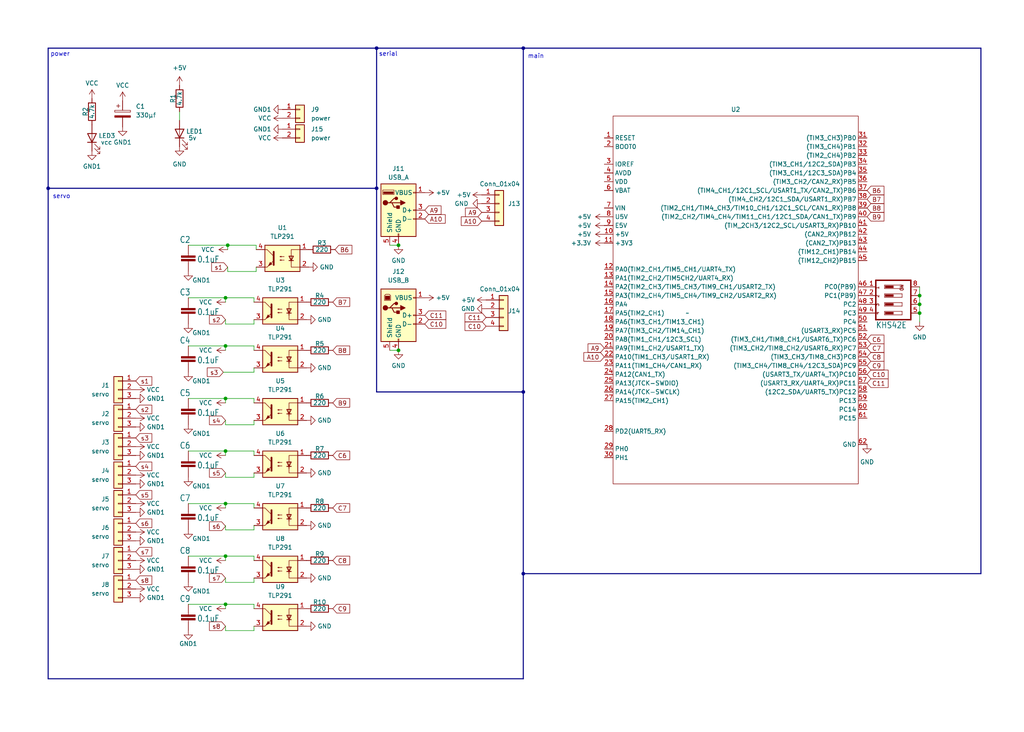
<source format=kicad_sch>
(kicad_sch (version 20230121) (generator eeschema)

  (uuid 5f8291ae-6b30-4227-b99f-27fcfbfcfd0c)

  (paper "User" 297.002 212.319)

  (title_block
    (title "ALTAIR_SERVO_MODULE_V4")
    (date "2024-07-11")
    (rev "4.0.0")
    (company "-Altair-")
  )

  (lib_symbols
    (symbol "Connector:USB_A" (pin_names (offset 1.016)) (in_bom yes) (on_board yes)
      (property "Reference" "J" (at -5.08 11.43 0)
        (effects (font (size 1.27 1.27)) (justify left))
      )
      (property "Value" "USB_A" (at -5.08 8.89 0)
        (effects (font (size 1.27 1.27)) (justify left))
      )
      (property "Footprint" "" (at 3.81 -1.27 0)
        (effects (font (size 1.27 1.27)) hide)
      )
      (property "Datasheet" " ~" (at 3.81 -1.27 0)
        (effects (font (size 1.27 1.27)) hide)
      )
      (property "ki_keywords" "connector USB" (at 0 0 0)
        (effects (font (size 1.27 1.27)) hide)
      )
      (property "ki_description" "USB Type A connector" (at 0 0 0)
        (effects (font (size 1.27 1.27)) hide)
      )
      (property "ki_fp_filters" "USB*" (at 0 0 0)
        (effects (font (size 1.27 1.27)) hide)
      )
      (symbol "USB_A_0_1"
        (rectangle (start -5.08 -7.62) (end 5.08 7.62)
          (stroke (width 0.254) (type default))
          (fill (type background))
        )
        (circle (center -3.81 2.159) (radius 0.635)
          (stroke (width 0.254) (type default))
          (fill (type outline))
        )
        (rectangle (start -1.524 4.826) (end -4.318 5.334)
          (stroke (width 0) (type default))
          (fill (type outline))
        )
        (rectangle (start -1.27 4.572) (end -4.572 5.842)
          (stroke (width 0) (type default))
          (fill (type none))
        )
        (circle (center -0.635 3.429) (radius 0.381)
          (stroke (width 0.254) (type default))
          (fill (type outline))
        )
        (rectangle (start -0.127 -7.62) (end 0.127 -6.858)
          (stroke (width 0) (type default))
          (fill (type none))
        )
        (polyline
          (pts
            (xy -3.175 2.159)
            (xy -2.54 2.159)
            (xy -1.27 3.429)
            (xy -0.635 3.429)
          )
          (stroke (width 0.254) (type default))
          (fill (type none))
        )
        (polyline
          (pts
            (xy -2.54 2.159)
            (xy -1.905 2.159)
            (xy -1.27 0.889)
            (xy 0 0.889)
          )
          (stroke (width 0.254) (type default))
          (fill (type none))
        )
        (polyline
          (pts
            (xy 0.635 2.794)
            (xy 0.635 1.524)
            (xy 1.905 2.159)
            (xy 0.635 2.794)
          )
          (stroke (width 0.254) (type default))
          (fill (type outline))
        )
        (rectangle (start 0.254 1.27) (end -0.508 0.508)
          (stroke (width 0.254) (type default))
          (fill (type outline))
        )
        (rectangle (start 5.08 -2.667) (end 4.318 -2.413)
          (stroke (width 0) (type default))
          (fill (type none))
        )
        (rectangle (start 5.08 -0.127) (end 4.318 0.127)
          (stroke (width 0) (type default))
          (fill (type none))
        )
        (rectangle (start 5.08 4.953) (end 4.318 5.207)
          (stroke (width 0) (type default))
          (fill (type none))
        )
      )
      (symbol "USB_A_1_1"
        (polyline
          (pts
            (xy -1.905 2.159)
            (xy 0.635 2.159)
          )
          (stroke (width 0.254) (type default))
          (fill (type none))
        )
        (pin power_in line (at 7.62 5.08 180) (length 2.54)
          (name "VBUS" (effects (font (size 1.27 1.27))))
          (number "1" (effects (font (size 1.27 1.27))))
        )
        (pin bidirectional line (at 7.62 -2.54 180) (length 2.54)
          (name "D-" (effects (font (size 1.27 1.27))))
          (number "2" (effects (font (size 1.27 1.27))))
        )
        (pin bidirectional line (at 7.62 0 180) (length 2.54)
          (name "D+" (effects (font (size 1.27 1.27))))
          (number "3" (effects (font (size 1.27 1.27))))
        )
        (pin power_in line (at 0 -10.16 90) (length 2.54)
          (name "GND" (effects (font (size 1.27 1.27))))
          (number "4" (effects (font (size 1.27 1.27))))
        )
        (pin passive line (at -2.54 -10.16 90) (length 2.54)
          (name "Shield" (effects (font (size 1.27 1.27))))
          (number "5" (effects (font (size 1.27 1.27))))
        )
      )
    )
    (symbol "Connector:USB_B" (pin_names (offset 1.016)) (in_bom yes) (on_board yes)
      (property "Reference" "J" (at -5.08 11.43 0)
        (effects (font (size 1.27 1.27)) (justify left))
      )
      (property "Value" "USB_B" (at -5.08 8.89 0)
        (effects (font (size 1.27 1.27)) (justify left))
      )
      (property "Footprint" "" (at 3.81 -1.27 0)
        (effects (font (size 1.27 1.27)) hide)
      )
      (property "Datasheet" " ~" (at 3.81 -1.27 0)
        (effects (font (size 1.27 1.27)) hide)
      )
      (property "ki_keywords" "connector USB" (at 0 0 0)
        (effects (font (size 1.27 1.27)) hide)
      )
      (property "ki_description" "USB Type B connector" (at 0 0 0)
        (effects (font (size 1.27 1.27)) hide)
      )
      (property "ki_fp_filters" "USB*" (at 0 0 0)
        (effects (font (size 1.27 1.27)) hide)
      )
      (symbol "USB_B_0_1"
        (rectangle (start -5.08 -7.62) (end 5.08 7.62)
          (stroke (width 0.254) (type default))
          (fill (type background))
        )
        (circle (center -3.81 2.159) (radius 0.635)
          (stroke (width 0.254) (type default))
          (fill (type outline))
        )
        (rectangle (start -3.81 5.588) (end -2.54 4.572)
          (stroke (width 0) (type default))
          (fill (type outline))
        )
        (circle (center -0.635 3.429) (radius 0.381)
          (stroke (width 0.254) (type default))
          (fill (type outline))
        )
        (rectangle (start -0.127 -7.62) (end 0.127 -6.858)
          (stroke (width 0) (type default))
          (fill (type none))
        )
        (polyline
          (pts
            (xy -1.905 2.159)
            (xy 0.635 2.159)
          )
          (stroke (width 0.254) (type default))
          (fill (type none))
        )
        (polyline
          (pts
            (xy -3.175 2.159)
            (xy -2.54 2.159)
            (xy -1.27 3.429)
            (xy -0.635 3.429)
          )
          (stroke (width 0.254) (type default))
          (fill (type none))
        )
        (polyline
          (pts
            (xy -2.54 2.159)
            (xy -1.905 2.159)
            (xy -1.27 0.889)
            (xy 0 0.889)
          )
          (stroke (width 0.254) (type default))
          (fill (type none))
        )
        (polyline
          (pts
            (xy 0.635 2.794)
            (xy 0.635 1.524)
            (xy 1.905 2.159)
            (xy 0.635 2.794)
          )
          (stroke (width 0.254) (type default))
          (fill (type outline))
        )
        (polyline
          (pts
            (xy -4.064 4.318)
            (xy -2.286 4.318)
            (xy -2.286 5.715)
            (xy -2.667 6.096)
            (xy -3.683 6.096)
            (xy -4.064 5.715)
            (xy -4.064 4.318)
          )
          (stroke (width 0) (type default))
          (fill (type none))
        )
        (rectangle (start 0.254 1.27) (end -0.508 0.508)
          (stroke (width 0.254) (type default))
          (fill (type outline))
        )
        (rectangle (start 5.08 -2.667) (end 4.318 -2.413)
          (stroke (width 0) (type default))
          (fill (type none))
        )
        (rectangle (start 5.08 -0.127) (end 4.318 0.127)
          (stroke (width 0) (type default))
          (fill (type none))
        )
        (rectangle (start 5.08 4.953) (end 4.318 5.207)
          (stroke (width 0) (type default))
          (fill (type none))
        )
      )
      (symbol "USB_B_1_1"
        (pin power_out line (at 7.62 5.08 180) (length 2.54)
          (name "VBUS" (effects (font (size 1.27 1.27))))
          (number "1" (effects (font (size 1.27 1.27))))
        )
        (pin bidirectional line (at 7.62 -2.54 180) (length 2.54)
          (name "D-" (effects (font (size 1.27 1.27))))
          (number "2" (effects (font (size 1.27 1.27))))
        )
        (pin bidirectional line (at 7.62 0 180) (length 2.54)
          (name "D+" (effects (font (size 1.27 1.27))))
          (number "3" (effects (font (size 1.27 1.27))))
        )
        (pin power_out line (at 0 -10.16 90) (length 2.54)
          (name "GND" (effects (font (size 1.27 1.27))))
          (number "4" (effects (font (size 1.27 1.27))))
        )
        (pin passive line (at -2.54 -10.16 90) (length 2.54)
          (name "Shield" (effects (font (size 1.27 1.27))))
          (number "5" (effects (font (size 1.27 1.27))))
        )
      )
    )
    (symbol "Connector_Generic:Conn_01x02" (pin_names (offset 1.016) hide) (in_bom yes) (on_board yes)
      (property "Reference" "J" (at 0 2.54 0)
        (effects (font (size 1.27 1.27)))
      )
      (property "Value" "Conn_01x02" (at 0 -5.08 0)
        (effects (font (size 1.27 1.27)))
      )
      (property "Footprint" "" (at 0 0 0)
        (effects (font (size 1.27 1.27)) hide)
      )
      (property "Datasheet" "~" (at 0 0 0)
        (effects (font (size 1.27 1.27)) hide)
      )
      (property "ki_keywords" "connector" (at 0 0 0)
        (effects (font (size 1.27 1.27)) hide)
      )
      (property "ki_description" "Generic connector, single row, 01x02, script generated (kicad-library-utils/schlib/autogen/connector/)" (at 0 0 0)
        (effects (font (size 1.27 1.27)) hide)
      )
      (property "ki_fp_filters" "Connector*:*_1x??_*" (at 0 0 0)
        (effects (font (size 1.27 1.27)) hide)
      )
      (symbol "Conn_01x02_1_1"
        (rectangle (start -1.27 -2.413) (end 0 -2.667)
          (stroke (width 0.1524) (type default))
          (fill (type none))
        )
        (rectangle (start -1.27 0.127) (end 0 -0.127)
          (stroke (width 0.1524) (type default))
          (fill (type none))
        )
        (rectangle (start -1.27 1.27) (end 1.27 -3.81)
          (stroke (width 0.254) (type default))
          (fill (type background))
        )
        (pin passive line (at -5.08 0 0) (length 3.81)
          (name "Pin_1" (effects (font (size 1.27 1.27))))
          (number "1" (effects (font (size 1.27 1.27))))
        )
        (pin passive line (at -5.08 -2.54 0) (length 3.81)
          (name "Pin_2" (effects (font (size 1.27 1.27))))
          (number "2" (effects (font (size 1.27 1.27))))
        )
      )
    )
    (symbol "Connector_Generic:Conn_01x03" (pin_names (offset 1.016) hide) (in_bom yes) (on_board yes)
      (property "Reference" "J" (at 0 5.08 0)
        (effects (font (size 1.27 1.27)))
      )
      (property "Value" "Conn_01x03" (at 0 -5.08 0)
        (effects (font (size 1.27 1.27)))
      )
      (property "Footprint" "" (at 0 0 0)
        (effects (font (size 1.27 1.27)) hide)
      )
      (property "Datasheet" "~" (at 0 0 0)
        (effects (font (size 1.27 1.27)) hide)
      )
      (property "ki_keywords" "connector" (at 0 0 0)
        (effects (font (size 1.27 1.27)) hide)
      )
      (property "ki_description" "Generic connector, single row, 01x03, script generated (kicad-library-utils/schlib/autogen/connector/)" (at 0 0 0)
        (effects (font (size 1.27 1.27)) hide)
      )
      (property "ki_fp_filters" "Connector*:*_1x??_*" (at 0 0 0)
        (effects (font (size 1.27 1.27)) hide)
      )
      (symbol "Conn_01x03_1_1"
        (rectangle (start -1.27 -2.413) (end 0 -2.667)
          (stroke (width 0.1524) (type default))
          (fill (type none))
        )
        (rectangle (start -1.27 0.127) (end 0 -0.127)
          (stroke (width 0.1524) (type default))
          (fill (type none))
        )
        (rectangle (start -1.27 2.667) (end 0 2.413)
          (stroke (width 0.1524) (type default))
          (fill (type none))
        )
        (rectangle (start -1.27 3.81) (end 1.27 -3.81)
          (stroke (width 0.254) (type default))
          (fill (type background))
        )
        (pin passive line (at -5.08 2.54 0) (length 3.81)
          (name "Pin_1" (effects (font (size 1.27 1.27))))
          (number "1" (effects (font (size 1.27 1.27))))
        )
        (pin passive line (at -5.08 0 0) (length 3.81)
          (name "Pin_2" (effects (font (size 1.27 1.27))))
          (number "2" (effects (font (size 1.27 1.27))))
        )
        (pin passive line (at -5.08 -2.54 0) (length 3.81)
          (name "Pin_3" (effects (font (size 1.27 1.27))))
          (number "3" (effects (font (size 1.27 1.27))))
        )
      )
    )
    (symbol "Connector_Generic:Conn_01x04" (pin_names (offset 1.016) hide) (in_bom yes) (on_board yes)
      (property "Reference" "J" (at 0 5.08 0)
        (effects (font (size 1.27 1.27)))
      )
      (property "Value" "Conn_01x04" (at 0 -7.62 0)
        (effects (font (size 1.27 1.27)))
      )
      (property "Footprint" "" (at 0 0 0)
        (effects (font (size 1.27 1.27)) hide)
      )
      (property "Datasheet" "~" (at 0 0 0)
        (effects (font (size 1.27 1.27)) hide)
      )
      (property "ki_keywords" "connector" (at 0 0 0)
        (effects (font (size 1.27 1.27)) hide)
      )
      (property "ki_description" "Generic connector, single row, 01x04, script generated (kicad-library-utils/schlib/autogen/connector/)" (at 0 0 0)
        (effects (font (size 1.27 1.27)) hide)
      )
      (property "ki_fp_filters" "Connector*:*_1x??_*" (at 0 0 0)
        (effects (font (size 1.27 1.27)) hide)
      )
      (symbol "Conn_01x04_1_1"
        (rectangle (start -1.27 -4.953) (end 0 -5.207)
          (stroke (width 0.1524) (type default))
          (fill (type none))
        )
        (rectangle (start -1.27 -2.413) (end 0 -2.667)
          (stroke (width 0.1524) (type default))
          (fill (type none))
        )
        (rectangle (start -1.27 0.127) (end 0 -0.127)
          (stroke (width 0.1524) (type default))
          (fill (type none))
        )
        (rectangle (start -1.27 2.667) (end 0 2.413)
          (stroke (width 0.1524) (type default))
          (fill (type none))
        )
        (rectangle (start -1.27 3.81) (end 1.27 -6.35)
          (stroke (width 0.254) (type default))
          (fill (type background))
        )
        (pin passive line (at -5.08 2.54 0) (length 3.81)
          (name "Pin_1" (effects (font (size 1.27 1.27))))
          (number "1" (effects (font (size 1.27 1.27))))
        )
        (pin passive line (at -5.08 0 0) (length 3.81)
          (name "Pin_2" (effects (font (size 1.27 1.27))))
          (number "2" (effects (font (size 1.27 1.27))))
        )
        (pin passive line (at -5.08 -2.54 0) (length 3.81)
          (name "Pin_3" (effects (font (size 1.27 1.27))))
          (number "3" (effects (font (size 1.27 1.27))))
        )
        (pin passive line (at -5.08 -5.08 0) (length 3.81)
          (name "Pin_4" (effects (font (size 1.27 1.27))))
          (number "4" (effects (font (size 1.27 1.27))))
        )
      )
    )
    (symbol "Device:C_Polarized" (pin_numbers hide) (pin_names (offset 0.254)) (in_bom yes) (on_board yes)
      (property "Reference" "C" (at 0.635 2.54 0)
        (effects (font (size 1.27 1.27)) (justify left))
      )
      (property "Value" "C_Polarized" (at 0.635 -2.54 0)
        (effects (font (size 1.27 1.27)) (justify left))
      )
      (property "Footprint" "" (at 0.9652 -3.81 0)
        (effects (font (size 1.27 1.27)) hide)
      )
      (property "Datasheet" "~" (at 0 0 0)
        (effects (font (size 1.27 1.27)) hide)
      )
      (property "ki_keywords" "cap capacitor" (at 0 0 0)
        (effects (font (size 1.27 1.27)) hide)
      )
      (property "ki_description" "Polarized capacitor" (at 0 0 0)
        (effects (font (size 1.27 1.27)) hide)
      )
      (property "ki_fp_filters" "CP_*" (at 0 0 0)
        (effects (font (size 1.27 1.27)) hide)
      )
      (symbol "C_Polarized_0_1"
        (rectangle (start -2.286 0.508) (end 2.286 1.016)
          (stroke (width 0) (type default))
          (fill (type none))
        )
        (polyline
          (pts
            (xy -1.778 2.286)
            (xy -0.762 2.286)
          )
          (stroke (width 0) (type default))
          (fill (type none))
        )
        (polyline
          (pts
            (xy -1.27 2.794)
            (xy -1.27 1.778)
          )
          (stroke (width 0) (type default))
          (fill (type none))
        )
        (rectangle (start 2.286 -0.508) (end -2.286 -1.016)
          (stroke (width 0) (type default))
          (fill (type outline))
        )
      )
      (symbol "C_Polarized_1_1"
        (pin passive line (at 0 3.81 270) (length 2.794)
          (name "~" (effects (font (size 1.27 1.27))))
          (number "1" (effects (font (size 1.27 1.27))))
        )
        (pin passive line (at 0 -3.81 90) (length 2.794)
          (name "~" (effects (font (size 1.27 1.27))))
          (number "2" (effects (font (size 1.27 1.27))))
        )
      )
    )
    (symbol "Device:LED" (pin_numbers hide) (pin_names (offset 1.016) hide) (in_bom yes) (on_board yes)
      (property "Reference" "D" (at 0 2.54 0)
        (effects (font (size 1.27 1.27)))
      )
      (property "Value" "LED" (at 0 -2.54 0)
        (effects (font (size 1.27 1.27)))
      )
      (property "Footprint" "" (at 0 0 0)
        (effects (font (size 1.27 1.27)) hide)
      )
      (property "Datasheet" "~" (at 0 0 0)
        (effects (font (size 1.27 1.27)) hide)
      )
      (property "ki_keywords" "LED diode" (at 0 0 0)
        (effects (font (size 1.27 1.27)) hide)
      )
      (property "ki_description" "Light emitting diode" (at 0 0 0)
        (effects (font (size 1.27 1.27)) hide)
      )
      (property "ki_fp_filters" "LED* LED_SMD:* LED_THT:*" (at 0 0 0)
        (effects (font (size 1.27 1.27)) hide)
      )
      (symbol "LED_0_1"
        (polyline
          (pts
            (xy -1.27 -1.27)
            (xy -1.27 1.27)
          )
          (stroke (width 0.254) (type default))
          (fill (type none))
        )
        (polyline
          (pts
            (xy -1.27 0)
            (xy 1.27 0)
          )
          (stroke (width 0) (type default))
          (fill (type none))
        )
        (polyline
          (pts
            (xy 1.27 -1.27)
            (xy 1.27 1.27)
            (xy -1.27 0)
            (xy 1.27 -1.27)
          )
          (stroke (width 0.254) (type default))
          (fill (type none))
        )
        (polyline
          (pts
            (xy -3.048 -0.762)
            (xy -4.572 -2.286)
            (xy -3.81 -2.286)
            (xy -4.572 -2.286)
            (xy -4.572 -1.524)
          )
          (stroke (width 0) (type default))
          (fill (type none))
        )
        (polyline
          (pts
            (xy -1.778 -0.762)
            (xy -3.302 -2.286)
            (xy -2.54 -2.286)
            (xy -3.302 -2.286)
            (xy -3.302 -1.524)
          )
          (stroke (width 0) (type default))
          (fill (type none))
        )
      )
      (symbol "LED_1_1"
        (pin passive line (at -3.81 0 0) (length 2.54)
          (name "K" (effects (font (size 1.27 1.27))))
          (number "1" (effects (font (size 1.27 1.27))))
        )
        (pin passive line (at 3.81 0 180) (length 2.54)
          (name "A" (effects (font (size 1.27 1.27))))
          (number "2" (effects (font (size 1.27 1.27))))
        )
      )
    )
    (symbol "Device:R" (pin_numbers hide) (pin_names (offset 0)) (in_bom yes) (on_board yes)
      (property "Reference" "R" (at 2.032 0 90)
        (effects (font (size 1.27 1.27)))
      )
      (property "Value" "R" (at 0 0 90)
        (effects (font (size 1.27 1.27)))
      )
      (property "Footprint" "" (at -1.778 0 90)
        (effects (font (size 1.27 1.27)) hide)
      )
      (property "Datasheet" "~" (at 0 0 0)
        (effects (font (size 1.27 1.27)) hide)
      )
      (property "ki_keywords" "R res resistor" (at 0 0 0)
        (effects (font (size 1.27 1.27)) hide)
      )
      (property "ki_description" "Resistor" (at 0 0 0)
        (effects (font (size 1.27 1.27)) hide)
      )
      (property "ki_fp_filters" "R_*" (at 0 0 0)
        (effects (font (size 1.27 1.27)) hide)
      )
      (symbol "R_0_1"
        (rectangle (start -1.016 -2.54) (end 1.016 2.54)
          (stroke (width 0.254) (type default))
          (fill (type none))
        )
      )
      (symbol "R_1_1"
        (pin passive line (at 0 3.81 270) (length 1.27)
          (name "~" (effects (font (size 1.27 1.27))))
          (number "1" (effects (font (size 1.27 1.27))))
        )
        (pin passive line (at 0 -3.81 90) (length 1.27)
          (name "~" (effects (font (size 1.27 1.27))))
          (number "2" (effects (font (size 1.27 1.27))))
        )
      )
    )
    (symbol "Isolator:TLP291" (in_bom yes) (on_board yes)
      (property "Reference" "U" (at -5.08 5.08 0)
        (effects (font (size 1.27 1.27)) (justify left))
      )
      (property "Value" "TLP291" (at 0 5.08 0)
        (effects (font (size 1.27 1.27)) (justify left))
      )
      (property "Footprint" "Package_SO:SOIC-4_4.55x2.6mm_P1.27mm" (at -5.08 -5.08 0)
        (effects (font (size 1.27 1.27) italic) (justify left) hide)
      )
      (property "Datasheet" "https://toshiba.semicon-storage.com/info/docget.jsp?did=12884&prodName=TLP291" (at 0 0 0)
        (effects (font (size 1.27 1.27)) (justify left) hide)
      )
      (property "ki_keywords" "NPN DC Optocoupler" (at 0 0 0)
        (effects (font (size 1.27 1.27)) hide)
      )
      (property "ki_description" "DC Optocoupler, Vce 80V, CTR 50-100%, SOP4" (at 0 0 0)
        (effects (font (size 1.27 1.27)) hide)
      )
      (property "ki_fp_filters" "SOIC*4.55x2.6mm*P1.27mm*" (at 0 0 0)
        (effects (font (size 1.27 1.27)) hide)
      )
      (symbol "TLP291_0_1"
        (rectangle (start -5.08 3.81) (end 5.08 -3.81)
          (stroke (width 0.254) (type default))
          (fill (type background))
        )
        (polyline
          (pts
            (xy -3.175 -0.635)
            (xy -1.905 -0.635)
          )
          (stroke (width 0.254) (type default))
          (fill (type none))
        )
        (polyline
          (pts
            (xy 2.54 0.635)
            (xy 4.445 2.54)
          )
          (stroke (width 0) (type default))
          (fill (type none))
        )
        (polyline
          (pts
            (xy 4.445 -2.54)
            (xy 2.54 -0.635)
          )
          (stroke (width 0) (type default))
          (fill (type outline))
        )
        (polyline
          (pts
            (xy 4.445 -2.54)
            (xy 5.08 -2.54)
          )
          (stroke (width 0) (type default))
          (fill (type none))
        )
        (polyline
          (pts
            (xy 4.445 2.54)
            (xy 5.08 2.54)
          )
          (stroke (width 0) (type default))
          (fill (type none))
        )
        (polyline
          (pts
            (xy -2.54 -0.635)
            (xy -2.54 -2.54)
            (xy -5.08 -2.54)
          )
          (stroke (width 0) (type default))
          (fill (type none))
        )
        (polyline
          (pts
            (xy 2.54 1.905)
            (xy 2.54 -1.905)
            (xy 2.54 -1.905)
          )
          (stroke (width 0.508) (type default))
          (fill (type none))
        )
        (polyline
          (pts
            (xy -5.08 2.54)
            (xy -2.54 2.54)
            (xy -2.54 -1.27)
            (xy -2.54 0.635)
          )
          (stroke (width 0) (type default))
          (fill (type none))
        )
        (polyline
          (pts
            (xy -2.54 -0.635)
            (xy -3.175 0.635)
            (xy -1.905 0.635)
            (xy -2.54 -0.635)
          )
          (stroke (width 0.254) (type default))
          (fill (type none))
        )
        (polyline
          (pts
            (xy -0.508 -0.508)
            (xy 0.762 -0.508)
            (xy 0.381 -0.635)
            (xy 0.381 -0.381)
            (xy 0.762 -0.508)
          )
          (stroke (width 0) (type default))
          (fill (type none))
        )
        (polyline
          (pts
            (xy -0.508 0.508)
            (xy 0.762 0.508)
            (xy 0.381 0.381)
            (xy 0.381 0.635)
            (xy 0.762 0.508)
          )
          (stroke (width 0) (type default))
          (fill (type none))
        )
        (polyline
          (pts
            (xy 3.048 -1.651)
            (xy 3.556 -1.143)
            (xy 4.064 -2.159)
            (xy 3.048 -1.651)
            (xy 3.048 -1.651)
          )
          (stroke (width 0) (type default))
          (fill (type outline))
        )
      )
      (symbol "TLP291_1_1"
        (pin passive line (at -7.62 2.54 0) (length 2.54)
          (name "~" (effects (font (size 1.27 1.27))))
          (number "1" (effects (font (size 1.27 1.27))))
        )
        (pin passive line (at -7.62 -2.54 0) (length 2.54)
          (name "~" (effects (font (size 1.27 1.27))))
          (number "2" (effects (font (size 1.27 1.27))))
        )
        (pin passive line (at 7.62 -2.54 180) (length 2.54)
          (name "~" (effects (font (size 1.27 1.27))))
          (number "3" (effects (font (size 1.27 1.27))))
        )
        (pin passive line (at 7.62 2.54 180) (length 2.54)
          (name "~" (effects (font (size 1.27 1.27))))
          (number "4" (effects (font (size 1.27 1.27))))
        )
      )
    )
    (symbol "power:+3.3V" (power) (pin_names (offset 0)) (in_bom yes) (on_board yes)
      (property "Reference" "#PWR" (at 0 -3.81 0)
        (effects (font (size 1.27 1.27)) hide)
      )
      (property "Value" "+3.3V" (at 0 3.556 0)
        (effects (font (size 1.27 1.27)))
      )
      (property "Footprint" "" (at 0 0 0)
        (effects (font (size 1.27 1.27)) hide)
      )
      (property "Datasheet" "" (at 0 0 0)
        (effects (font (size 1.27 1.27)) hide)
      )
      (property "ki_keywords" "global power" (at 0 0 0)
        (effects (font (size 1.27 1.27)) hide)
      )
      (property "ki_description" "Power symbol creates a global label with name \"+3.3V\"" (at 0 0 0)
        (effects (font (size 1.27 1.27)) hide)
      )
      (symbol "+3.3V_0_1"
        (polyline
          (pts
            (xy -0.762 1.27)
            (xy 0 2.54)
          )
          (stroke (width 0) (type default))
          (fill (type none))
        )
        (polyline
          (pts
            (xy 0 0)
            (xy 0 2.54)
          )
          (stroke (width 0) (type default))
          (fill (type none))
        )
        (polyline
          (pts
            (xy 0 2.54)
            (xy 0.762 1.27)
          )
          (stroke (width 0) (type default))
          (fill (type none))
        )
      )
      (symbol "+3.3V_1_1"
        (pin power_in line (at 0 0 90) (length 0) hide
          (name "+3.3V" (effects (font (size 1.27 1.27))))
          (number "1" (effects (font (size 1.27 1.27))))
        )
      )
    )
    (symbol "power:+5V" (power) (pin_names (offset 0)) (in_bom yes) (on_board yes)
      (property "Reference" "#PWR" (at 0 -3.81 0)
        (effects (font (size 1.27 1.27)) hide)
      )
      (property "Value" "+5V" (at 0 3.556 0)
        (effects (font (size 1.27 1.27)))
      )
      (property "Footprint" "" (at 0 0 0)
        (effects (font (size 1.27 1.27)) hide)
      )
      (property "Datasheet" "" (at 0 0 0)
        (effects (font (size 1.27 1.27)) hide)
      )
      (property "ki_keywords" "global power" (at 0 0 0)
        (effects (font (size 1.27 1.27)) hide)
      )
      (property "ki_description" "Power symbol creates a global label with name \"+5V\"" (at 0 0 0)
        (effects (font (size 1.27 1.27)) hide)
      )
      (symbol "+5V_0_1"
        (polyline
          (pts
            (xy -0.762 1.27)
            (xy 0 2.54)
          )
          (stroke (width 0) (type default))
          (fill (type none))
        )
        (polyline
          (pts
            (xy 0 0)
            (xy 0 2.54)
          )
          (stroke (width 0) (type default))
          (fill (type none))
        )
        (polyline
          (pts
            (xy 0 2.54)
            (xy 0.762 1.27)
          )
          (stroke (width 0) (type default))
          (fill (type none))
        )
      )
      (symbol "+5V_1_1"
        (pin power_in line (at 0 0 90) (length 0) hide
          (name "+5V" (effects (font (size 1.27 1.27))))
          (number "1" (effects (font (size 1.27 1.27))))
        )
      )
    )
    (symbol "power:GND" (power) (pin_names (offset 0)) (in_bom yes) (on_board yes)
      (property "Reference" "#PWR" (at 0 -6.35 0)
        (effects (font (size 1.27 1.27)) hide)
      )
      (property "Value" "GND" (at 0 -3.81 0)
        (effects (font (size 1.27 1.27)))
      )
      (property "Footprint" "" (at 0 0 0)
        (effects (font (size 1.27 1.27)) hide)
      )
      (property "Datasheet" "" (at 0 0 0)
        (effects (font (size 1.27 1.27)) hide)
      )
      (property "ki_keywords" "global power" (at 0 0 0)
        (effects (font (size 1.27 1.27)) hide)
      )
      (property "ki_description" "Power symbol creates a global label with name \"GND\" , ground" (at 0 0 0)
        (effects (font (size 1.27 1.27)) hide)
      )
      (symbol "GND_0_1"
        (polyline
          (pts
            (xy 0 0)
            (xy 0 -1.27)
            (xy 1.27 -1.27)
            (xy 0 -2.54)
            (xy -1.27 -1.27)
            (xy 0 -1.27)
          )
          (stroke (width 0) (type default))
          (fill (type none))
        )
      )
      (symbol "GND_1_1"
        (pin power_in line (at 0 0 270) (length 0) hide
          (name "GND" (effects (font (size 1.27 1.27))))
          (number "1" (effects (font (size 1.27 1.27))))
        )
      )
    )
    (symbol "power:GND1" (power) (pin_names (offset 0)) (in_bom yes) (on_board yes)
      (property "Reference" "#PWR" (at 0 -6.35 0)
        (effects (font (size 1.27 1.27)) hide)
      )
      (property "Value" "GND1" (at 0 -3.81 0)
        (effects (font (size 1.27 1.27)))
      )
      (property "Footprint" "" (at 0 0 0)
        (effects (font (size 1.27 1.27)) hide)
      )
      (property "Datasheet" "" (at 0 0 0)
        (effects (font (size 1.27 1.27)) hide)
      )
      (property "ki_keywords" "global power" (at 0 0 0)
        (effects (font (size 1.27 1.27)) hide)
      )
      (property "ki_description" "Power symbol creates a global label with name \"GND1\" , ground" (at 0 0 0)
        (effects (font (size 1.27 1.27)) hide)
      )
      (symbol "GND1_0_1"
        (polyline
          (pts
            (xy 0 0)
            (xy 0 -1.27)
            (xy 1.27 -1.27)
            (xy 0 -2.54)
            (xy -1.27 -1.27)
            (xy 0 -1.27)
          )
          (stroke (width 0) (type default))
          (fill (type none))
        )
      )
      (symbol "GND1_1_1"
        (pin power_in line (at 0 0 270) (length 0) hide
          (name "GND1" (effects (font (size 1.27 1.27))))
          (number "1" (effects (font (size 1.27 1.27))))
        )
      )
    )
    (symbol "power:VCC" (power) (pin_names (offset 0)) (in_bom yes) (on_board yes)
      (property "Reference" "#PWR" (at 0 -3.81 0)
        (effects (font (size 1.27 1.27)) hide)
      )
      (property "Value" "VCC" (at 0 3.81 0)
        (effects (font (size 1.27 1.27)))
      )
      (property "Footprint" "" (at 0 0 0)
        (effects (font (size 1.27 1.27)) hide)
      )
      (property "Datasheet" "" (at 0 0 0)
        (effects (font (size 1.27 1.27)) hide)
      )
      (property "ki_keywords" "global power" (at 0 0 0)
        (effects (font (size 1.27 1.27)) hide)
      )
      (property "ki_description" "Power symbol creates a global label with name \"VCC\"" (at 0 0 0)
        (effects (font (size 1.27 1.27)) hide)
      )
      (symbol "VCC_0_1"
        (polyline
          (pts
            (xy -0.762 1.27)
            (xy 0 2.54)
          )
          (stroke (width 0) (type default))
          (fill (type none))
        )
        (polyline
          (pts
            (xy 0 0)
            (xy 0 2.54)
          )
          (stroke (width 0) (type default))
          (fill (type none))
        )
        (polyline
          (pts
            (xy 0 2.54)
            (xy 0.762 1.27)
          )
          (stroke (width 0) (type default))
          (fill (type none))
        )
      )
      (symbol "VCC_1_1"
        (pin power_in line (at 0 0 90) (length 0) hide
          (name "VCC" (effects (font (size 1.27 1.27))))
          (number "1" (effects (font (size 1.27 1.27))))
        )
      )
    )
    (symbol "stm32F446RE-Nucleo:STM32F446RE-Nucleo" (in_bom yes) (on_board yes)
      (property "Reference" "U" (at 0 0 0)
        (effects (font (size 1.27 1.27)))
      )
      (property "Value" "" (at 0 0 0)
        (effects (font (size 1.27 1.27)))
      )
      (property "Footprint" "STM32F446RE-NUCLEO:STM32F446RE_Nucleo" (at 0 0 0)
        (effects (font (size 1.27 1.27)) hide)
      )
      (property "Datasheet" "" (at 0 0 0)
        (effects (font (size 1.27 1.27)) hide)
      )
      (symbol "STM32F446RE-Nucleo_0_1"
        (polyline
          (pts
            (xy -21.59 57.15)
            (xy 49.53 57.15)
            (xy 49.53 -46.99)
            (xy 49.53 -49.53)
            (xy -21.59 -49.53)
            (xy -21.59 57.15)
          )
          (stroke (width 0) (type default))
          (fill (type none))
        )
      )
      (symbol "STM32F446RE-Nucleo_1_1"
        (pin input line (at -24.13 50.8 0) (length 2.54)
          (name "RESET" (effects (font (size 1.27 1.27))))
          (number "1" (effects (font (size 1.27 1.27))))
        )
        (pin power_out line (at -24.13 22.86 0) (length 2.54)
          (name "+5V" (effects (font (size 1.27 1.27))))
          (number "10" (effects (font (size 1.27 1.27))))
        )
        (pin power_out line (at -24.13 20.32 0) (length 2.54)
          (name "+3V3" (effects (font (size 1.27 1.27))))
          (number "11" (effects (font (size 1.27 1.27))))
        )
        (pin bidirectional line (at -24.13 12.7 0) (length 2.54)
          (name "PA0(TIM2_CH1/TIM5_CH1/UART4_TX)" (effects (font (size 1.27 1.27))))
          (number "12" (effects (font (size 1.27 1.27))))
        )
        (pin bidirectional line (at -24.13 10.16 0) (length 2.54)
          (name "PA1(TIM2_CH2/TIM5CH2/UART4_RX)" (effects (font (size 1.27 1.27))))
          (number "13" (effects (font (size 1.27 1.27))))
        )
        (pin bidirectional line (at -24.13 7.62 0) (length 2.54)
          (name "PA2(TIM2_CH3/TIM5_CH3/TIM9_CH1/USART2_TX)" (effects (font (size 1.27 1.27))))
          (number "14" (effects (font (size 1.27 1.27))))
        )
        (pin bidirectional line (at -24.13 5.08 0) (length 2.54)
          (name "PA3(TIM2_CH4/TIM5_CH4/TIM9_CH2/USART2_RX)" (effects (font (size 1.27 1.27))))
          (number "15" (effects (font (size 1.27 1.27))))
        )
        (pin bidirectional line (at -24.13 2.54 0) (length 2.54)
          (name "PA4" (effects (font (size 1.27 1.27))))
          (number "16" (effects (font (size 1.27 1.27))))
        )
        (pin bidirectional line (at -24.13 0 0) (length 2.54)
          (name "PA5(TIM2_CH1)" (effects (font (size 1.27 1.27))))
          (number "17" (effects (font (size 1.27 1.27))))
        )
        (pin bidirectional line (at -24.13 -2.54 0) (length 2.54)
          (name "PA6(TIM3_CH1/TIM13_CH1)" (effects (font (size 1.27 1.27))))
          (number "18" (effects (font (size 1.27 1.27))))
        )
        (pin bidirectional line (at -24.13 -5.08 0) (length 2.54)
          (name "PA7(TIM3_CH2/TIM14_CH1)" (effects (font (size 1.27 1.27))))
          (number "19" (effects (font (size 1.27 1.27))))
        )
        (pin input line (at -24.13 48.26 0) (length 2.54)
          (name "BOOT0" (effects (font (size 1.27 1.27))))
          (number "2" (effects (font (size 1.27 1.27))))
        )
        (pin bidirectional line (at -24.13 -7.62 0) (length 2.54)
          (name "PA8(TIM1_CH1/12C3_SCL)" (effects (font (size 1.27 1.27))))
          (number "20" (effects (font (size 1.27 1.27))))
        )
        (pin bidirectional line (at -24.13 -10.16 0) (length 2.54)
          (name "PA9(TIM1_CH2/USART1_TX)" (effects (font (size 1.27 1.27))))
          (number "21" (effects (font (size 1.27 1.27))))
        )
        (pin bidirectional line (at -24.13 -12.7 0) (length 2.54)
          (name "PA10(TIM1_CH3/USART1_RX)" (effects (font (size 1.27 1.27))))
          (number "22" (effects (font (size 1.27 1.27))))
        )
        (pin bidirectional line (at -24.13 -15.24 0) (length 2.54)
          (name "PA11(TIM1_CH4/CAN1_RX)" (effects (font (size 1.27 1.27))))
          (number "23" (effects (font (size 1.27 1.27))))
        )
        (pin bidirectional line (at -24.13 -17.78 0) (length 2.54)
          (name "PA12(CAN1_TX)" (effects (font (size 1.27 1.27))))
          (number "24" (effects (font (size 1.27 1.27))))
        )
        (pin bidirectional line (at -24.13 -20.32 0) (length 2.54)
          (name "PA13(JTCK-SWDIO)" (effects (font (size 1.27 1.27))))
          (number "25" (effects (font (size 1.27 1.27))))
        )
        (pin bidirectional line (at -24.13 -22.86 0) (length 2.54)
          (name "PA14(JTCK-SWCLK)" (effects (font (size 1.27 1.27))))
          (number "26" (effects (font (size 1.27 1.27))))
        )
        (pin bidirectional line (at -24.13 -25.4 0) (length 2.54)
          (name "PA15(TIM2_CH1)" (effects (font (size 1.27 1.27))))
          (number "27" (effects (font (size 1.27 1.27))))
        )
        (pin bidirectional line (at -24.13 -34.29 0) (length 2.54)
          (name "PD2(UART5_RX)" (effects (font (size 1.27 1.27))))
          (number "28" (effects (font (size 1.27 1.27))))
        )
        (pin bidirectional line (at -24.13 -39.37 0) (length 2.54)
          (name "PH0" (effects (font (size 1.27 1.27))))
          (number "29" (effects (font (size 1.27 1.27))))
        )
        (pin input line (at -24.13 43.18 0) (length 2.54)
          (name "IOREF" (effects (font (size 1.27 1.27))))
          (number "3" (effects (font (size 1.27 1.27))))
        )
        (pin bidirectional line (at -24.13 -41.91 0) (length 2.54)
          (name "PH1" (effects (font (size 1.27 1.27))))
          (number "30" (effects (font (size 1.27 1.27))))
        )
        (pin bidirectional line (at 52.07 50.8 180) (length 2.54)
          (name "(TIM3_CH3)PB0" (effects (font (size 1.27 1.27))))
          (number "31" (effects (font (size 1.27 1.27))))
        )
        (pin bidirectional line (at 52.07 48.26 180) (length 2.54)
          (name "(TIM3_CH4)PB1" (effects (font (size 1.27 1.27))))
          (number "32" (effects (font (size 1.27 1.27))))
        )
        (pin bidirectional line (at 52.07 45.72 180) (length 2.54)
          (name "(TIM2_CH4)PB2" (effects (font (size 1.27 1.27))))
          (number "33" (effects (font (size 1.27 1.27))))
        )
        (pin bidirectional line (at 52.07 43.18 180) (length 2.54)
          (name "(TIM3_CH1/12C2_SDA)PB3" (effects (font (size 1.27 1.27))))
          (number "34" (effects (font (size 1.27 1.27))))
        )
        (pin bidirectional line (at 52.07 40.64 180) (length 2.54)
          (name "(TIM3_CH1/12C3_SDA)PB4" (effects (font (size 1.27 1.27))))
          (number "35" (effects (font (size 1.27 1.27))))
        )
        (pin bidirectional line (at 52.07 38.1 180) (length 2.54)
          (name "(TIM3_CH2/CAN2_RX)PB5" (effects (font (size 1.27 1.27))))
          (number "36" (effects (font (size 1.27 1.27))))
        )
        (pin bidirectional line (at 52.07 35.56 180) (length 2.54)
          (name "(TIM4_CH1/12C1_SCL/USART1_TX/CAN2_TX)PB6" (effects (font (size 1.27 1.27))))
          (number "37" (effects (font (size 1.27 1.27))))
        )
        (pin bidirectional line (at 52.07 33.02 180) (length 2.54)
          (name "(TIM4_CH2/12C1_SDA/USART1_RX)PB7" (effects (font (size 1.27 1.27))))
          (number "38" (effects (font (size 1.27 1.27))))
        )
        (pin bidirectional line (at 52.07 30.48 180) (length 2.54)
          (name "(TIM2_CH1/TIM4_CH3/TIM10_CH1/12C1_SCL/CAN1_RX)PB8" (effects (font (size 1.27 1.27))))
          (number "39" (effects (font (size 1.27 1.27))))
        )
        (pin input line (at -24.13 40.64 0) (length 2.54)
          (name "AVDD" (effects (font (size 1.27 1.27))))
          (number "4" (effects (font (size 1.27 1.27))))
        )
        (pin bidirectional line (at 52.07 27.94 180) (length 2.54)
          (name "(TIM2_CH2/TIM4_CH4/TIM11_CH1/12C1_SDA/CAN1_TX)PB9" (effects (font (size 1.27 1.27))))
          (number "40" (effects (font (size 1.27 1.27))))
        )
        (pin bidirectional line (at 52.07 25.4 180) (length 2.54)
          (name "(TIM_2CH3/12C2_SCL/USART3_RX)PB10" (effects (font (size 1.27 1.27))))
          (number "41" (effects (font (size 1.27 1.27))))
        )
        (pin bidirectional line (at 52.07 22.86 180) (length 2.54)
          (name "(CAN2_RX)PB12" (effects (font (size 1.27 1.27))))
          (number "42" (effects (font (size 1.27 1.27))))
        )
        (pin bidirectional line (at 52.07 20.32 180) (length 2.54)
          (name "(CAN2_TX)PB13" (effects (font (size 1.27 1.27))))
          (number "43" (effects (font (size 1.27 1.27))))
        )
        (pin bidirectional line (at 52.07 17.78 180) (length 2.54)
          (name "(TIM12_CH1)PB14" (effects (font (size 1.27 1.27))))
          (number "44" (effects (font (size 1.27 1.27))))
        )
        (pin bidirectional line (at 52.07 15.24 180) (length 2.54)
          (name "(TIM12_CH2)PB15" (effects (font (size 1.27 1.27))))
          (number "45" (effects (font (size 1.27 1.27))))
        )
        (pin bidirectional line (at 52.07 7.62 180) (length 2.54)
          (name "PC0(PB9)" (effects (font (size 1.27 1.27))))
          (number "46" (effects (font (size 1.27 1.27))))
        )
        (pin bidirectional line (at 52.07 5.08 180) (length 2.54)
          (name "PC1(PB9)" (effects (font (size 1.27 1.27))))
          (number "47" (effects (font (size 1.27 1.27))))
        )
        (pin bidirectional line (at 52.07 2.54 180) (length 2.54)
          (name "PC2" (effects (font (size 1.27 1.27))))
          (number "48" (effects (font (size 1.27 1.27))))
        )
        (pin bidirectional line (at 52.07 0 180) (length 2.54)
          (name "PC3" (effects (font (size 1.27 1.27))))
          (number "49" (effects (font (size 1.27 1.27))))
        )
        (pin input line (at -24.13 38.1 0) (length 2.54)
          (name "VDD" (effects (font (size 1.27 1.27))))
          (number "5" (effects (font (size 1.27 1.27))))
        )
        (pin bidirectional line (at 52.07 -2.54 180) (length 2.54)
          (name "PC4" (effects (font (size 1.27 1.27))))
          (number "50" (effects (font (size 1.27 1.27))))
        )
        (pin bidirectional line (at 52.07 -5.08 180) (length 2.54)
          (name "(USART3_RX)PC5" (effects (font (size 1.27 1.27))))
          (number "51" (effects (font (size 1.27 1.27))))
        )
        (pin bidirectional line (at 52.07 -7.62 180) (length 2.54)
          (name "(TIM3_CH1/TIM8_CH1/USART6_TX)PC6" (effects (font (size 1.27 1.27))))
          (number "52" (effects (font (size 1.27 1.27))))
        )
        (pin bidirectional line (at 52.07 -10.16 180) (length 2.54)
          (name "(TIM3_CH2/TIM8_CH2/USART6_RX)PC7" (effects (font (size 1.27 1.27))))
          (number "53" (effects (font (size 1.27 1.27))))
        )
        (pin bidirectional line (at 52.07 -12.7 180) (length 2.54)
          (name "(TIM3_CH3/TIM8_CH3)PC8" (effects (font (size 1.27 1.27))))
          (number "54" (effects (font (size 1.27 1.27))))
        )
        (pin bidirectional line (at 52.07 -15.24 180) (length 2.54)
          (name "(TIM3_CH4/TIM8_CH4/12C3_SDA)PC9" (effects (font (size 1.27 1.27))))
          (number "55" (effects (font (size 1.27 1.27))))
        )
        (pin bidirectional line (at 52.07 -17.78 180) (length 2.54)
          (name "(USART3_TX/UART4_TX)PC10" (effects (font (size 1.27 1.27))))
          (number "56" (effects (font (size 1.27 1.27))))
        )
        (pin bidirectional line (at 52.07 -20.32 180) (length 2.54)
          (name "(USART3_RX/UART4_RX)PC11" (effects (font (size 1.27 1.27))))
          (number "57" (effects (font (size 1.27 1.27))))
        )
        (pin bidirectional line (at 52.07 -22.86 180) (length 2.54)
          (name "(12C2_SDA/UART5_TX)PC12" (effects (font (size 1.27 1.27))))
          (number "58" (effects (font (size 1.27 1.27))))
        )
        (pin bidirectional line (at 52.07 -25.4 180) (length 2.54)
          (name "PC13" (effects (font (size 1.27 1.27))))
          (number "59" (effects (font (size 1.27 1.27))))
        )
        (pin input line (at -24.13 35.56 0) (length 2.54)
          (name "VBAT" (effects (font (size 1.27 1.27))))
          (number "6" (effects (font (size 1.27 1.27))))
        )
        (pin bidirectional line (at 52.07 -27.94 180) (length 2.54)
          (name "PC14" (effects (font (size 1.27 1.27))))
          (number "60" (effects (font (size 1.27 1.27))))
        )
        (pin bidirectional line (at 52.07 -30.48 180) (length 2.54)
          (name "PC15" (effects (font (size 1.27 1.27))))
          (number "61" (effects (font (size 1.27 1.27))))
        )
        (pin power_out line (at 52.07 -38.1 180) (length 2.54)
          (name "GND" (effects (font (size 1.27 1.27))))
          (number "62" (effects (font (size 1.27 1.27))))
        )
        (pin power_in line (at -24.13 30.48 0) (length 2.54)
          (name "VIN" (effects (font (size 1.27 1.27))))
          (number "7" (effects (font (size 1.27 1.27))))
        )
        (pin input line (at -24.13 27.94 0) (length 2.54)
          (name "U5V" (effects (font (size 1.27 1.27))))
          (number "8" (effects (font (size 1.27 1.27))))
        )
        (pin input line (at -24.13 25.4 0) (length 2.54)
          (name "E5V" (effects (font (size 1.27 1.27))))
          (number "9" (effects (font (size 1.27 1.27))))
        )
      )
    )
    (symbol "ver1-eagle-import:C-EUC0603" (in_bom yes) (on_board yes)
      (property "Reference" "C" (at 1.524 0.381 0)
        (effects (font (size 1.778 1.5113)) (justify left bottom))
      )
      (property "Value" "" (at 1.524 -4.699 0)
        (effects (font (size 1.778 1.5113)) (justify left bottom))
      )
      (property "Footprint" "ver1:C0603" (at 0 0 0)
        (effects (font (size 1.27 1.27)) hide)
      )
      (property "Datasheet" "" (at 0 0 0)
        (effects (font (size 1.27 1.27)) hide)
      )
      (property "ki_locked" "" (at 0 0 0)
        (effects (font (size 1.27 1.27)))
      )
      (symbol "C-EUC0603_1_0"
        (rectangle (start -2.032 -2.032) (end 2.032 -1.524)
          (stroke (width 0) (type default))
          (fill (type outline))
        )
        (rectangle (start -2.032 -1.016) (end 2.032 -0.508)
          (stroke (width 0) (type default))
          (fill (type outline))
        )
        (polyline
          (pts
            (xy 0 -2.54)
            (xy 0 -2.032)
          )
          (stroke (width 0.1524) (type solid))
          (fill (type none))
        )
        (polyline
          (pts
            (xy 0 0)
            (xy 0 -0.508)
          )
          (stroke (width 0.1524) (type solid))
          (fill (type none))
        )
        (pin passive line (at 0 2.54 270) (length 2.54)
          (name "1" (effects (font (size 0 0))))
          (number "1" (effects (font (size 0 0))))
        )
        (pin passive line (at 0 -5.08 90) (length 2.54)
          (name "2" (effects (font (size 0 0))))
          (number "2" (effects (font (size 0 0))))
        )
      )
    )
    (symbol "ver1-eagle-import:KHS42E" (in_bom yes) (on_board yes)
      (property "Reference" "" (at -5.08 -5.08 90)
        (effects (font (size 1.778 1.5113)) (justify left bottom) hide)
      )
      (property "Value" "" (at 9.525 -5.08 90)
        (effects (font (size 1.778 1.5113)) (justify left bottom))
      )
      (property "Footprint" "ver1:KHS42E" (at 0 0 0)
        (effects (font (size 1.27 1.27)) hide)
      )
      (property "Datasheet" "" (at 0 0 0)
        (effects (font (size 1.27 1.27)) hide)
      )
      (property "ki_locked" "" (at 0 0 0)
        (effects (font (size 1.27 1.27)))
      )
      (symbol "KHS42E_1_0"
        (rectangle (start -2.794 -2.286) (end -2.286 0)
          (stroke (width 0) (type default))
          (fill (type outline))
        )
        (rectangle (start -0.254 -2.286) (end 0.254 0)
          (stroke (width 0) (type default))
          (fill (type outline))
        )
        (polyline
          (pts
            (xy -4.445 -5.08)
            (xy 6.985 -5.08)
          )
          (stroke (width 0.4064) (type solid))
          (fill (type none))
        )
        (polyline
          (pts
            (xy -4.445 5.08)
            (xy -4.445 -5.08)
          )
          (stroke (width 0.4064) (type solid))
          (fill (type none))
        )
        (polyline
          (pts
            (xy -3.048 -2.54)
            (xy -3.048 2.54)
          )
          (stroke (width 0.1524) (type solid))
          (fill (type none))
        )
        (polyline
          (pts
            (xy -3.048 2.54)
            (xy -2.032 2.54)
          )
          (stroke (width 0.1524) (type solid))
          (fill (type none))
        )
        (polyline
          (pts
            (xy -2.032 -2.54)
            (xy -3.048 -2.54)
          )
          (stroke (width 0.1524) (type solid))
          (fill (type none))
        )
        (polyline
          (pts
            (xy -2.032 2.54)
            (xy -2.032 -2.54)
          )
          (stroke (width 0.1524) (type solid))
          (fill (type none))
        )
        (polyline
          (pts
            (xy -0.508 -2.54)
            (xy -0.508 2.54)
          )
          (stroke (width 0.1524) (type solid))
          (fill (type none))
        )
        (polyline
          (pts
            (xy -0.508 2.54)
            (xy 0.508 2.54)
          )
          (stroke (width 0.1524) (type solid))
          (fill (type none))
        )
        (polyline
          (pts
            (xy 0.508 -2.54)
            (xy -0.508 -2.54)
          )
          (stroke (width 0.1524) (type solid))
          (fill (type none))
        )
        (polyline
          (pts
            (xy 0.508 2.54)
            (xy 0.508 -2.54)
          )
          (stroke (width 0.1524) (type solid))
          (fill (type none))
        )
        (polyline
          (pts
            (xy 2.032 -2.54)
            (xy 2.032 2.54)
          )
          (stroke (width 0.1524) (type solid))
          (fill (type none))
        )
        (polyline
          (pts
            (xy 2.032 2.54)
            (xy 3.048 2.54)
          )
          (stroke (width 0.1524) (type solid))
          (fill (type none))
        )
        (polyline
          (pts
            (xy 3.048 -2.54)
            (xy 2.032 -2.54)
          )
          (stroke (width 0.1524) (type solid))
          (fill (type none))
        )
        (polyline
          (pts
            (xy 3.048 2.54)
            (xy 3.048 -2.54)
          )
          (stroke (width 0.1524) (type solid))
          (fill (type none))
        )
        (polyline
          (pts
            (xy 4.572 -2.54)
            (xy 4.572 2.54)
          )
          (stroke (width 0.1524) (type solid))
          (fill (type none))
        )
        (polyline
          (pts
            (xy 4.572 2.54)
            (xy 5.588 2.54)
          )
          (stroke (width 0.1524) (type solid))
          (fill (type none))
        )
        (polyline
          (pts
            (xy 5.588 -2.54)
            (xy 4.572 -2.54)
          )
          (stroke (width 0.1524) (type solid))
          (fill (type none))
        )
        (polyline
          (pts
            (xy 5.588 2.54)
            (xy 5.588 -2.54)
          )
          (stroke (width 0.1524) (type solid))
          (fill (type none))
        )
        (polyline
          (pts
            (xy 6.985 -5.08)
            (xy 6.985 5.08)
          )
          (stroke (width 0.4064) (type solid))
          (fill (type none))
        )
        (polyline
          (pts
            (xy 6.985 5.08)
            (xy -4.445 5.08)
          )
          (stroke (width 0.4064) (type solid))
          (fill (type none))
        )
        (rectangle (start 2.286 -2.286) (end 2.794 0)
          (stroke (width 0) (type default))
          (fill (type outline))
        )
        (rectangle (start 4.826 -2.286) (end 5.334 0)
          (stroke (width 0) (type default))
          (fill (type outline))
        )
        (text "1" (at -2.794 -4.064 0)
          (effects (font (size 0.9906 0.842) (thickness 0.1684) bold) (justify left bottom))
        )
        (text "2" (at -0.381 -4.064 0)
          (effects (font (size 0.9906 0.842) (thickness 0.1684) bold) (justify left bottom))
        )
        (text "3" (at 2.159 -4.064 0)
          (effects (font (size 0.9906 0.842) (thickness 0.1684) bold) (justify left bottom))
        )
        (text "4" (at 4.572 -4.064 0)
          (effects (font (size 0.9906 0.842) (thickness 0.1684) bold) (justify left bottom))
        )
        (text "ON" (at -3.302 3.048 0)
          (effects (font (size 0.9906 0.842) (thickness 0.1684) bold) (justify left bottom))
        )
        (pin passive line (at -2.54 -7.62 90) (length 2.54)
          (name "1" (effects (font (size 0 0))))
          (number "1" (effects (font (size 1.27 1.27))))
        )
        (pin passive line (at 0 -7.62 90) (length 2.54)
          (name "2" (effects (font (size 0 0))))
          (number "2" (effects (font (size 1.27 1.27))))
        )
        (pin passive line (at 2.54 -7.62 90) (length 2.54)
          (name "3" (effects (font (size 0 0))))
          (number "3" (effects (font (size 1.27 1.27))))
        )
        (pin passive line (at 5.08 -7.62 90) (length 2.54)
          (name "4" (effects (font (size 0 0))))
          (number "4" (effects (font (size 1.27 1.27))))
        )
        (pin passive line (at 5.08 7.62 270) (length 2.54)
          (name "5" (effects (font (size 0 0))))
          (number "5" (effects (font (size 1.27 1.27))))
        )
        (pin passive line (at 2.54 7.62 270) (length 2.54)
          (name "6" (effects (font (size 0 0))))
          (number "6" (effects (font (size 1.27 1.27))))
        )
        (pin passive line (at 0 7.62 270) (length 2.54)
          (name "7" (effects (font (size 0 0))))
          (number "7" (effects (font (size 1.27 1.27))))
        )
        (pin passive line (at -2.54 7.62 270) (length 2.54)
          (name "8" (effects (font (size 0 0))))
          (number "8" (effects (font (size 1.27 1.27))))
        )
      )
    )
  )

  (junction (at 109.22 13.97) (diameter 0) (color 0 0 0 0)
    (uuid 0522465c-e744-495b-8488-bc98fa33a282)
  )
  (junction (at 66.04 71.12) (diameter 0) (color 0 0 0 0)
    (uuid 0cbd9fa1-a1b6-48d6-abf6-b840f84aeca7)
  )
  (junction (at 65.405 161.29) (diameter 0) (color 0 0 0 0)
    (uuid 0f2f64fa-6328-4616-9322-21eb82930a4e)
  )
  (junction (at 65.405 146.05) (diameter 0) (color 0 0 0 0)
    (uuid 15700f5c-5e7b-4532-8004-af0b9dc77f0a)
  )
  (junction (at 65.405 86.36) (diameter 0) (color 0 0 0 0)
    (uuid 3f14758d-e991-4392-95a8-364d04b5f032)
  )
  (junction (at 266.7 88.265) (diameter 0) (color 0 0 0 0)
    (uuid 450c8314-2370-4b65-b7d6-377798c7fafe)
  )
  (junction (at 65.405 115.57) (diameter 0) (color 0 0 0 0)
    (uuid 464100aa-c758-4a6c-a977-1967d5c1434b)
  )
  (junction (at 151.765 13.97) (diameter 0) (color 0 0 0 0)
    (uuid 4c2773ee-c5e5-48d6-947a-10de89cefe80)
  )
  (junction (at 151.765 166.37) (diameter 0) (color 0 0 0 0)
    (uuid 4ddfb693-f295-4bd3-bddf-0beb5bac4a54)
  )
  (junction (at 115.57 71.12) (diameter 0) (color 0 0 0 0)
    (uuid 623b115c-698f-457a-9a09-8a1e3905c1b7)
  )
  (junction (at 65.405 100.33) (diameter 0) (color 0 0 0 0)
    (uuid 692b0e8b-3a5f-426b-89a8-94b1f0bf78dc)
  )
  (junction (at 65.405 130.81) (diameter 0) (color 0 0 0 0)
    (uuid 7da01a43-37c5-404d-bfbb-e72df3f8a5bb)
  )
  (junction (at 13.97 54.61) (diameter 0) (color 0 0 0 0)
    (uuid 7f44f5fd-549c-4903-a216-3a2a615a65a7)
  )
  (junction (at 266.7 85.725) (diameter 0) (color 0 0 0 0)
    (uuid a85df9de-91c0-4557-82a8-73865da5dce6)
  )
  (junction (at 65.405 175.26) (diameter 0) (color 0 0 0 0)
    (uuid abc613d9-6775-4297-837d-6b49b6cd652f)
  )
  (junction (at 266.7 90.805) (diameter 0) (color 0 0 0 0)
    (uuid be90503a-38d7-4c37-96ab-38638c3d567e)
  )
  (junction (at 151.765 113.665) (diameter 0) (color 0 0 0 0)
    (uuid c03f3a78-baf3-499a-9b0b-bc859e340e18)
  )
  (junction (at 109.22 54.61) (diameter 0) (color 0 0 0 0)
    (uuid efaeae8f-ae48-4e87-9c4e-1a0f0885cbae)
  )
  (junction (at 115.57 101.6) (diameter 0) (color 0 0 0 0)
    (uuid f7e255eb-c690-4bf8-b503-40155f9df3ee)
  )

  (wire (pts (xy 74.295 71.12) (xy 74.295 72.39))
    (stroke (width 0) (type default))
    (uuid 00c5f8c7-171c-454c-8e5a-54d2af61c9e8)
  )
  (wire (pts (xy 65.405 92.71) (xy 65.405 93.98))
    (stroke (width 0) (type default))
    (uuid 016f50b5-5d14-42c5-a20e-4a18590e8c1c)
  )
  (wire (pts (xy 113.03 71.12) (xy 115.57 71.12))
    (stroke (width 0) (type default))
    (uuid 02fefc1b-5398-40d2-8b04-9d4ffbd84479)
  )
  (wire (pts (xy 73.66 123.19) (xy 73.66 121.92))
    (stroke (width 0) (type default))
    (uuid 0535639c-797f-4182-b067-5547a4665b00)
  )
  (wire (pts (xy 65.405 168.91) (xy 73.66 168.91))
    (stroke (width 0) (type default))
    (uuid 05387398-761b-4fbd-9cb7-cd5fc58c6fb0)
  )
  (wire (pts (xy 73.66 161.29) (xy 73.66 162.56))
    (stroke (width 0) (type default))
    (uuid 0dcf7ad4-82e9-4455-b49a-490b2542955c)
  )
  (wire (pts (xy 73.66 168.91) (xy 73.66 167.64))
    (stroke (width 0) (type default))
    (uuid 0e13caaf-2652-409d-8300-ba3133bf8cdd)
  )
  (wire (pts (xy 73.66 153.67) (xy 73.66 152.4))
    (stroke (width 0) (type default))
    (uuid 161f9b22-fd8f-4849-858f-83cbe6d48740)
  )
  (bus (pts (xy 284.48 166.37) (xy 151.765 166.37))
    (stroke (width 0) (type default))
    (uuid 1831c91b-f74b-4069-bfd1-df51cf751f2c)
  )

  (wire (pts (xy 73.66 138.43) (xy 73.66 137.16))
    (stroke (width 0) (type default))
    (uuid 18a1683c-8442-4eea-b14e-4e661b54c555)
  )
  (wire (pts (xy 65.405 137.16) (xy 65.405 138.43))
    (stroke (width 0) (type default))
    (uuid 22048b70-79c1-4884-8d65-efa522ad64aa)
  )
  (bus (pts (xy 13.97 13.97) (xy 109.22 13.97))
    (stroke (width 0) (type default))
    (uuid 2768aa96-7461-4b81-948b-04ad7f1cce6b)
  )

  (wire (pts (xy 65.405 175.26) (xy 65.405 176.53))
    (stroke (width 0) (type default))
    (uuid 2c73e70c-5272-43d0-8b8e-057a881f9c0f)
  )
  (wire (pts (xy 65.405 86.36) (xy 65.405 87.63))
    (stroke (width 0) (type default))
    (uuid 2e85640b-0444-4c70-b0f6-0a81ba45174e)
  )
  (bus (pts (xy 151.765 113.665) (xy 151.765 166.37))
    (stroke (width 0) (type default))
    (uuid 30418faf-7919-4081-8b69-01eead43ae81)
  )

  (wire (pts (xy 65.405 100.33) (xy 73.66 100.33))
    (stroke (width 0) (type default))
    (uuid 34264f26-5a99-4b73-aa94-4d7dc4faafa6)
  )
  (wire (pts (xy 65.405 93.98) (xy 73.66 93.98))
    (stroke (width 0) (type default))
    (uuid 3a59f097-79cf-4864-9887-ea4dcf43384e)
  )
  (wire (pts (xy 65.405 181.61) (xy 65.405 182.88))
    (stroke (width 0) (type default))
    (uuid 3bfc7adb-ad49-49ed-8c4b-307aea90ee71)
  )
  (wire (pts (xy 65.405 100.33) (xy 65.405 101.6))
    (stroke (width 0) (type default))
    (uuid 3f54f1f1-e299-4e11-a2e2-e38ab73b7915)
  )
  (wire (pts (xy 266.7 85.725) (xy 266.7 88.265))
    (stroke (width 0.1524) (type solid))
    (uuid 43b9e0da-682d-4385-af4a-77988c3c2e71)
  )
  (wire (pts (xy 52.07 32.385) (xy 52.07 34.925))
    (stroke (width 0.1524) (type solid))
    (uuid 47432cd9-18a7-45a4-b705-c47c80617312)
  )
  (wire (pts (xy 65.405 115.57) (xy 65.405 116.84))
    (stroke (width 0) (type default))
    (uuid 4862f00a-c173-44ee-9f50-f98454fed335)
  )
  (bus (pts (xy 13.97 13.97) (xy 13.97 54.61))
    (stroke (width 0) (type default))
    (uuid 492aac3b-5871-4144-ac35-c3e75f256006)
  )
  (bus (pts (xy 13.97 54.61) (xy 13.97 196.85))
    (stroke (width 0) (type default))
    (uuid 4abd495b-53f7-48b7-80f3-7c368a7ba104)
  )

  (wire (pts (xy 65.405 121.92) (xy 65.405 123.19))
    (stroke (width 0) (type default))
    (uuid 5422a03b-80ab-4ea8-b441-06cd7448a1b7)
  )
  (wire (pts (xy 73.66 146.05) (xy 73.66 147.32))
    (stroke (width 0) (type default))
    (uuid 5684943a-0113-4f53-b863-828f06e62b52)
  )
  (wire (pts (xy 65.405 182.88) (xy 73.66 182.88))
    (stroke (width 0) (type default))
    (uuid 580be6bf-77a4-4331-b26e-06c973dfe3d3)
  )
  (bus (pts (xy 109.22 54.61) (xy 109.22 13.97))
    (stroke (width 0) (type default))
    (uuid 5b95b370-8332-41a9-ad31-3f481c428cb5)
  )

  (wire (pts (xy 66.04 78.74) (xy 74.295 78.74))
    (stroke (width 0) (type default))
    (uuid 5d174c69-dba8-4a80-a6fc-66bc47ad83ae)
  )
  (wire (pts (xy 54.61 71.12) (xy 66.04 71.12))
    (stroke (width 0) (type default))
    (uuid 5d9f0fcc-9a7d-4b1a-abe2-9e402d940f6b)
  )
  (bus (pts (xy 151.765 13.97) (xy 151.765 113.665))
    (stroke (width 0) (type default))
    (uuid 5fa17df2-1dc1-4541-ace2-1cf69677fabc)
  )

  (wire (pts (xy 54.61 130.81) (xy 65.405 130.81))
    (stroke (width 0) (type default))
    (uuid 66b5cd69-d4ea-4f6d-902d-5a921394a03c)
  )
  (wire (pts (xy 65.405 138.43) (xy 73.66 138.43))
    (stroke (width 0) (type default))
    (uuid 692c412f-4168-4d6a-b602-4db2a9a7af36)
  )
  (wire (pts (xy 54.61 161.29) (xy 65.405 161.29))
    (stroke (width 0) (type default))
    (uuid 6e69330d-57bd-4b37-a5f2-b5d04b25b7cf)
  )
  (bus (pts (xy 109.22 13.97) (xy 151.765 13.97))
    (stroke (width 0) (type default))
    (uuid 718ab7ae-aa11-4c4f-9d70-d41b0412ab70)
  )
  (bus (pts (xy 13.97 196.85) (xy 151.765 196.85))
    (stroke (width 0) (type default))
    (uuid 79712bdd-1229-46a8-a489-bd0348093c2a)
  )
  (bus (pts (xy 13.97 54.61) (xy 109.22 54.61))
    (stroke (width 0) (type default))
    (uuid 7b536c3b-c4f6-4438-b0da-d9a213561ddf)
  )

  (wire (pts (xy 54.61 100.33) (xy 65.405 100.33))
    (stroke (width 0) (type default))
    (uuid 8019f88e-e271-4db8-9988-ffc6237e5bb9)
  )
  (wire (pts (xy 54.61 146.05) (xy 65.405 146.05))
    (stroke (width 0) (type default))
    (uuid 80ec4e05-3b5e-4a56-b9bc-434c92c190e4)
  )
  (wire (pts (xy 266.7 88.265) (xy 266.7 90.805))
    (stroke (width 0.1524) (type solid))
    (uuid 80fc016a-c5aa-4a0f-8b5a-54eba6a44e85)
  )
  (wire (pts (xy 74.295 78.74) (xy 74.295 77.47))
    (stroke (width 0) (type default))
    (uuid 82ba7cd7-9d20-4512-91ab-9478e5c47830)
  )
  (wire (pts (xy 65.405 146.05) (xy 73.66 146.05))
    (stroke (width 0) (type default))
    (uuid 8364d6ad-ca2b-4e76-8964-9cfce1b7de3a)
  )
  (wire (pts (xy 73.66 130.81) (xy 73.66 132.08))
    (stroke (width 0) (type default))
    (uuid 86140375-0a68-4821-bf8a-97c7c9ad774c)
  )
  (bus (pts (xy 151.765 13.97) (xy 284.48 13.97))
    (stroke (width 0) (type default))
    (uuid 8723e13d-b26f-4e77-b92e-d377a0906e90)
  )
  (bus (pts (xy 151.765 196.85) (xy 151.765 166.37))
    (stroke (width 0) (type default))
    (uuid 8d46c040-eec2-42ee-ba03-bd4debf61b6f)
  )

  (wire (pts (xy 65.405 161.29) (xy 73.66 161.29))
    (stroke (width 0) (type default))
    (uuid 8e1f5dad-2f88-48d4-a9b5-df6d66de0058)
  )
  (wire (pts (xy 73.66 182.88) (xy 73.66 181.61))
    (stroke (width 0) (type default))
    (uuid 93613450-8a06-4a00-b1c1-9e6492367c9e)
  )
  (wire (pts (xy 54.61 175.26) (xy 65.405 175.26))
    (stroke (width 0) (type default))
    (uuid 96ef3c98-3e1f-4d68-a4c4-271e570e37d9)
  )
  (wire (pts (xy 64.77 107.95) (xy 73.66 107.95))
    (stroke (width 0) (type default))
    (uuid 9c1dbbae-33b5-443a-8373-21eed7cec3a4)
  )
  (wire (pts (xy 65.405 161.29) (xy 65.405 162.56))
    (stroke (width 0) (type default))
    (uuid a526fb53-fa11-478f-b57e-0d574fedb0a7)
  )
  (wire (pts (xy 65.405 167.64) (xy 65.405 168.91))
    (stroke (width 0) (type default))
    (uuid a679fa3a-f400-4904-8832-b35c01e4b71e)
  )
  (wire (pts (xy 73.66 107.95) (xy 73.66 106.68))
    (stroke (width 0) (type default))
    (uuid a777984b-94a7-477b-a9e1-fe94c32bef99)
  )
  (wire (pts (xy 113.03 101.6) (xy 115.57 101.6))
    (stroke (width 0) (type default))
    (uuid aadd1c9b-75bc-4b57-862e-400aca4786b8)
  )
  (wire (pts (xy 65.405 86.36) (xy 73.66 86.36))
    (stroke (width 0) (type default))
    (uuid ab479f92-f559-4149-b16a-6fa6f06b3105)
  )
  (bus (pts (xy 109.22 54.61) (xy 109.22 113.665))
    (stroke (width 0) (type default))
    (uuid ace26ef1-8bf7-42c8-8981-2a2a42cda695)
  )
  (bus (pts (xy 109.22 113.665) (xy 151.765 113.665))
    (stroke (width 0) (type default))
    (uuid aec46115-73b5-4f27-b0b9-d1adad85abf1)
  )

  (wire (pts (xy 65.405 130.81) (xy 73.66 130.81))
    (stroke (width 0) (type default))
    (uuid b06971a7-39f3-4886-a8a0-052c755b3e4a)
  )
  (wire (pts (xy 73.66 175.26) (xy 73.66 176.53))
    (stroke (width 0) (type default))
    (uuid be7b3b9c-c8d8-4e67-8014-a7bb2640fbe8)
  )
  (wire (pts (xy 65.405 130.81) (xy 65.405 132.08))
    (stroke (width 0) (type default))
    (uuid c0a1fe92-7b8e-4d2d-9817-236606918985)
  )
  (wire (pts (xy 65.405 115.57) (xy 73.66 115.57))
    (stroke (width 0) (type default))
    (uuid c394b9c8-4d67-4e6f-a126-1ce77fc3aba2)
  )
  (wire (pts (xy 54.61 115.57) (xy 65.405 115.57))
    (stroke (width 0) (type default))
    (uuid c933052a-6017-484f-90b4-956f50a615b3)
  )
  (wire (pts (xy 65.405 146.05) (xy 65.405 147.32))
    (stroke (width 0) (type default))
    (uuid c9f4ef4a-dd6b-4b0c-ada2-3984db6a568e)
  )
  (wire (pts (xy 266.7 90.805) (xy 266.7 93.345))
    (stroke (width 0.1524) (type solid))
    (uuid cd71b8b1-3353-4869-b61d-46f949ac628f)
  )
  (bus (pts (xy 284.48 13.97) (xy 284.48 166.37))
    (stroke (width 0) (type default))
    (uuid d230cfc9-5a9a-482d-a238-0da1aa5180d6)
  )

  (wire (pts (xy 73.66 115.57) (xy 73.66 116.84))
    (stroke (width 0) (type default))
    (uuid d7574414-ab5f-420c-8c10-3d5952a3b39f)
  )
  (wire (pts (xy 65.405 175.26) (xy 73.66 175.26))
    (stroke (width 0) (type default))
    (uuid d77f22d4-d9a8-4585-8d9d-53db0982d1aa)
  )
  (wire (pts (xy 65.405 123.19) (xy 73.66 123.19))
    (stroke (width 0) (type default))
    (uuid dab97f0f-488a-4860-b526-5d7598aae238)
  )
  (wire (pts (xy 73.66 100.33) (xy 73.66 101.6))
    (stroke (width 0) (type default))
    (uuid df6bbc08-cce6-4528-9e5c-72a64737d993)
  )
  (wire (pts (xy 73.66 93.98) (xy 73.66 92.71))
    (stroke (width 0) (type default))
    (uuid e5301529-f22e-4b2b-86c4-5f89feff7f8b)
  )
  (wire (pts (xy 66.04 77.47) (xy 66.04 78.74))
    (stroke (width 0) (type default))
    (uuid eae26bba-c6ed-4696-a3bf-ee65192379d1)
  )
  (wire (pts (xy 54.61 86.36) (xy 65.405 86.36))
    (stroke (width 0) (type default))
    (uuid eff61a41-b814-4ebf-b3f4-a6f88b3af67e)
  )
  (wire (pts (xy 66.04 71.12) (xy 74.295 71.12))
    (stroke (width 0) (type default))
    (uuid f9e743a0-5a01-47e0-afd5-8727b4a1ce3c)
  )
  (wire (pts (xy 66.04 71.12) (xy 66.04 72.39))
    (stroke (width 0) (type default))
    (uuid fb0fa8af-69ca-42ae-a07a-f9e26d7de99f)
  )
  (wire (pts (xy 266.7 83.185) (xy 266.7 85.725))
    (stroke (width 0.1524) (type solid))
    (uuid fc5e159e-1e88-4323-ad64-598a6a5b4579)
  )
  (wire (pts (xy 65.405 153.67) (xy 73.66 153.67))
    (stroke (width 0) (type default))
    (uuid fc6b9a6b-8622-4009-a9a7-fdde7e1fe630)
  )
  (wire (pts (xy 65.405 152.4) (xy 65.405 153.67))
    (stroke (width 0) (type default))
    (uuid ff0fc14e-4456-4a26-b99b-ec5e0f19d9d9)
  )
  (wire (pts (xy 73.66 86.36) (xy 73.66 87.63))
    (stroke (width 0) (type default))
    (uuid ff3c6db9-9bbb-4f87-9d08-be48f55dd518)
  )

  (text "serial" (at 109.855 16.51 0)
    (effects (font (size 1.27 1.27)) (justify left bottom))
    (uuid 1e2aebe2-94ca-4ec6-8a49-fee59d7381a9)
  )
  (text "main\n" (at 153.035 17.145 0)
    (effects (font (size 1.27 1.27)) (justify left bottom))
    (uuid 63084b2b-679f-42d7-9235-1ae02473c2d8)
  )
  (text "power\n" (at 14.605 16.51 0)
    (effects (font (size 1.27 1.27)) (justify left bottom))
    (uuid 88f15d06-62a7-46e8-a6f6-7810e612e888)
  )
  (text "servo" (at 15.24 57.785 0)
    (effects (font (size 1.27 1.27)) (justify left bottom))
    (uuid f4776778-f672-484b-9165-3a8720166bf1)
  )

  (global_label "C7" (shape input) (at 251.46 100.965 0) (fields_autoplaced)
    (effects (font (size 1.27 1.27)) (justify left))
    (uuid 00f6085c-2526-4897-8ea6-cbd07c52383d)
    (property "Intersheetrefs" "${INTERSHEET_REFS}" (at 256.9247 100.965 0)
      (effects (font (size 1.27 1.27)) (justify left) hide)
    )
  )
  (global_label "C8" (shape input) (at 251.46 103.505 0) (fields_autoplaced)
    (effects (font (size 1.27 1.27)) (justify left))
    (uuid 0dd2f2a1-9622-4e8e-83f0-a195c53f0fdd)
    (property "Intersheetrefs" "${INTERSHEET_REFS}" (at 256.9247 103.505 0)
      (effects (font (size 1.27 1.27)) (justify left) hide)
    )
  )
  (global_label "C11" (shape input) (at 251.46 111.125 0) (fields_autoplaced)
    (effects (font (size 1.27 1.27)) (justify left))
    (uuid 0de37b02-5acd-4887-9e17-fabd4e278d74)
    (property "Intersheetrefs" "${INTERSHEET_REFS}" (at 258.1342 111.125 0)
      (effects (font (size 1.27 1.27)) (justify left) hide)
    )
  )
  (global_label "s5" (shape input) (at 65.405 137.16 180) (fields_autoplaced)
    (effects (font (size 1.27 1.27)) (justify right))
    (uuid 28f03067-f91a-4141-be24-1f712bc16501)
    (property "Intersheetrefs" "${INTERSHEET_REFS}" (at 60.1822 137.16 0)
      (effects (font (size 1.27 1.27)) (justify right) hide)
    )
  )
  (global_label "C9" (shape input) (at 96.52 176.53 0) (fields_autoplaced)
    (effects (font (size 1.27 1.27)) (justify left))
    (uuid 2ae51b50-d924-4b7c-ac13-47d9d3f86d0e)
    (property "Intersheetrefs" "${INTERSHEET_REFS}" (at 101.9847 176.53 0)
      (effects (font (size 1.27 1.27)) (justify left) hide)
    )
  )
  (global_label "B8" (shape input) (at 251.46 60.325 0) (fields_autoplaced)
    (effects (font (size 1.27 1.27)) (justify left))
    (uuid 2d8c8f36-3023-4261-b940-b72b3c7bea7f)
    (property "Intersheetrefs" "${INTERSHEET_REFS}" (at 256.9247 60.325 0)
      (effects (font (size 1.27 1.27)) (justify left) hide)
    )
  )
  (global_label "s3" (shape input) (at 64.77 107.95 180) (fields_autoplaced)
    (effects (font (size 1.27 1.27)) (justify right))
    (uuid 34c01b7d-1ea3-4adf-ab67-dfa17f5a62eb)
    (property "Intersheetrefs" "${INTERSHEET_REFS}" (at 59.5472 107.95 0)
      (effects (font (size 1.27 1.27)) (justify right) hide)
    )
  )
  (global_label "s6" (shape input) (at 65.405 152.6059 180) (fields_autoplaced)
    (effects (font (size 1.27 1.27)) (justify right))
    (uuid 34fdf498-74cd-4131-b6c5-754e43d61812)
    (property "Intersheetrefs" "${INTERSHEET_REFS}" (at 60.1822 152.6059 0)
      (effects (font (size 1.27 1.27)) (justify right) hide)
    )
  )
  (global_label "C11" (shape input) (at 140.97 92.075 180) (fields_autoplaced)
    (effects (font (size 1.27 1.27)) (justify right))
    (uuid 3819209a-1d56-4f4d-823b-a368022a66d7)
    (property "Intersheetrefs" "${INTERSHEET_REFS}" (at 134.2958 92.075 0)
      (effects (font (size 1.27 1.27)) (justify right) hide)
    )
  )
  (global_label "s4" (shape input) (at 39.37 135.255 0) (fields_autoplaced)
    (effects (font (size 1.27 1.27)) (justify left))
    (uuid 39345d39-f60b-48b3-b6f4-9b370505d61a)
    (property "Intersheetrefs" "${INTERSHEET_REFS}" (at 44.5928 135.255 0)
      (effects (font (size 1.27 1.27)) (justify left) hide)
    )
  )
  (global_label "C11" (shape input) (at 123.19 91.44 0) (fields_autoplaced)
    (effects (font (size 1.27 1.27)) (justify left))
    (uuid 3db3480b-dbe6-4ae1-8f6e-78b7634d61ef)
    (property "Intersheetrefs" "${INTERSHEET_REFS}" (at 129.8642 91.44 0)
      (effects (font (size 1.27 1.27)) (justify left) hide)
    )
  )
  (global_label "B6" (shape input) (at 97.155 72.39 0) (fields_autoplaced)
    (effects (font (size 1.27 1.27)) (justify left))
    (uuid 421c0ff8-52c5-4104-a633-e81ca6735718)
    (property "Intersheetrefs" "${INTERSHEET_REFS}" (at 102.6197 72.39 0)
      (effects (font (size 1.27 1.27)) (justify left) hide)
    )
  )
  (global_label "s2" (shape input) (at 65.405 92.71 180) (fields_autoplaced)
    (effects (font (size 1.27 1.27)) (justify right))
    (uuid 44edf399-d86a-461b-825d-142c14a7dd78)
    (property "Intersheetrefs" "${INTERSHEET_REFS}" (at 60.1822 92.71 0)
      (effects (font (size 1.27 1.27)) (justify right) hide)
    )
  )
  (global_label "s1" (shape input) (at 39.37 110.49 0) (fields_autoplaced)
    (effects (font (size 1.27 1.27)) (justify left))
    (uuid 4879301c-6ae6-4aea-b9ac-190bb117b901)
    (property "Intersheetrefs" "${INTERSHEET_REFS}" (at 44.5928 110.49 0)
      (effects (font (size 1.27 1.27)) (justify left) hide)
    )
  )
  (global_label "s8" (shape input) (at 39.37 168.275 0) (fields_autoplaced)
    (effects (font (size 1.27 1.27)) (justify left))
    (uuid 4b2ab0e0-3d9c-483b-a156-7f5ba95fee7c)
    (property "Intersheetrefs" "${INTERSHEET_REFS}" (at 44.5928 168.275 0)
      (effects (font (size 1.27 1.27)) (justify left) hide)
    )
  )
  (global_label "A9" (shape input) (at 139.7 61.595 180) (fields_autoplaced)
    (effects (font (size 1.27 1.27)) (justify right))
    (uuid 506400b2-48cb-47b3-9b49-ab5375bb6bb1)
    (property "Intersheetrefs" "${INTERSHEET_REFS}" (at 134.4167 61.595 0)
      (effects (font (size 1.27 1.27)) (justify right) hide)
    )
  )
  (global_label "s4" (shape input) (at 65.405 121.92 180) (fields_autoplaced)
    (effects (font (size 1.27 1.27)) (justify right))
    (uuid 56db773a-6d08-4de6-a6e5-501a6fda9468)
    (property "Intersheetrefs" "${INTERSHEET_REFS}" (at 60.1822 121.92 0)
      (effects (font (size 1.27 1.27)) (justify right) hide)
    )
  )
  (global_label "s6" (shape input) (at 39.37 151.765 0) (fields_autoplaced)
    (effects (font (size 1.27 1.27)) (justify left))
    (uuid 5e847e67-50a9-44cb-88ad-5e0ecbf8c478)
    (property "Intersheetrefs" "${INTERSHEET_REFS}" (at 44.5928 151.765 0)
      (effects (font (size 1.27 1.27)) (justify left) hide)
    )
  )
  (global_label "A9" (shape input) (at 175.26 100.965 180) (fields_autoplaced)
    (effects (font (size 1.27 1.27)) (justify right))
    (uuid 602b0b6e-ce1b-442d-b20d-972085f6696e)
    (property "Intersheetrefs" "${INTERSHEET_REFS}" (at 169.9767 100.965 0)
      (effects (font (size 1.27 1.27)) (justify right) hide)
    )
  )
  (global_label "B9" (shape input) (at 251.46 62.865 0) (fields_autoplaced)
    (effects (font (size 1.27 1.27)) (justify left))
    (uuid 6a974c59-5a7f-418f-8420-fad2d1edecbd)
    (property "Intersheetrefs" "${INTERSHEET_REFS}" (at 256.9247 62.865 0)
      (effects (font (size 1.27 1.27)) (justify left) hide)
    )
  )
  (global_label "s3" (shape input) (at 39.37 127 0) (fields_autoplaced)
    (effects (font (size 1.27 1.27)) (justify left))
    (uuid 6fbc93d8-aa12-4635-b50e-46eff018d39a)
    (property "Intersheetrefs" "${INTERSHEET_REFS}" (at 44.5928 127 0)
      (effects (font (size 1.27 1.27)) (justify left) hide)
    )
  )
  (global_label "C10" (shape input) (at 251.46 108.585 0) (fields_autoplaced)
    (effects (font (size 1.27 1.27)) (justify left))
    (uuid 705bae7e-eb4b-4ead-8d7b-a36d685f2e56)
    (property "Intersheetrefs" "${INTERSHEET_REFS}" (at 258.1342 108.585 0)
      (effects (font (size 1.27 1.27)) (justify left) hide)
    )
  )
  (global_label "C9" (shape input) (at 251.46 106.045 0) (fields_autoplaced)
    (effects (font (size 1.27 1.27)) (justify left))
    (uuid 734b76d9-eced-47c5-992d-34ec1affc497)
    (property "Intersheetrefs" "${INTERSHEET_REFS}" (at 256.9247 106.045 0)
      (effects (font (size 1.27 1.27)) (justify left) hide)
    )
  )
  (global_label "A10" (shape input) (at 139.7 64.135 180) (fields_autoplaced)
    (effects (font (size 1.27 1.27)) (justify right))
    (uuid 79947450-acf8-498d-ae5c-e88a06a65428)
    (property "Intersheetrefs" "${INTERSHEET_REFS}" (at 133.2072 64.135 0)
      (effects (font (size 1.27 1.27)) (justify right) hide)
    )
  )
  (global_label "A9" (shape input) (at 123.19 60.96 0) (fields_autoplaced)
    (effects (font (size 1.27 1.27)) (justify left))
    (uuid 7edd6963-d02f-41bc-bb12-5fe6ee22d8e3)
    (property "Intersheetrefs" "${INTERSHEET_REFS}" (at 128.4733 60.96 0)
      (effects (font (size 1.27 1.27)) (justify left) hide)
    )
  )
  (global_label "B7" (shape input) (at 96.52 87.63 0) (fields_autoplaced)
    (effects (font (size 1.27 1.27)) (justify left))
    (uuid 8e40c809-9f80-4d36-8c23-9d997c814e49)
    (property "Intersheetrefs" "${INTERSHEET_REFS}" (at 101.9847 87.63 0)
      (effects (font (size 1.27 1.27)) (justify left) hide)
    )
  )
  (global_label "s8" (shape input) (at 65.405 181.61 180) (fields_autoplaced)
    (effects (font (size 1.27 1.27)) (justify right))
    (uuid a4ef3b81-425a-48b8-9f04-11aced0d74bf)
    (property "Intersheetrefs" "${INTERSHEET_REFS}" (at 60.1822 181.61 0)
      (effects (font (size 1.27 1.27)) (justify right) hide)
    )
  )
  (global_label "B6" (shape input) (at 251.46 55.245 0) (fields_autoplaced)
    (effects (font (size 1.27 1.27)) (justify left))
    (uuid ab92c8ea-4109-4534-87b4-69babd46ca6a)
    (property "Intersheetrefs" "${INTERSHEET_REFS}" (at 256.9247 55.245 0)
      (effects (font (size 1.27 1.27)) (justify left) hide)
    )
  )
  (global_label "C10" (shape input) (at 123.19 93.98 0) (fields_autoplaced)
    (effects (font (size 1.27 1.27)) (justify left))
    (uuid b5f2af24-d951-4f7e-a4b8-48c28dd777c0)
    (property "Intersheetrefs" "${INTERSHEET_REFS}" (at 129.8642 93.98 0)
      (effects (font (size 1.27 1.27)) (justify left) hide)
    )
  )
  (global_label "B9" (shape input) (at 96.52 116.84 0) (fields_autoplaced)
    (effects (font (size 1.27 1.27)) (justify left))
    (uuid c5a0b260-033d-44c3-89a0-ffda591ff663)
    (property "Intersheetrefs" "${INTERSHEET_REFS}" (at 101.9847 116.84 0)
      (effects (font (size 1.27 1.27)) (justify left) hide)
    )
  )
  (global_label "s7" (shape input) (at 39.37 160.02 0) (fields_autoplaced)
    (effects (font (size 1.27 1.27)) (justify left))
    (uuid cde826ad-ecac-46ea-84ba-a6cbac22e9b2)
    (property "Intersheetrefs" "${INTERSHEET_REFS}" (at 44.5928 160.02 0)
      (effects (font (size 1.27 1.27)) (justify left) hide)
    )
  )
  (global_label "C10" (shape input) (at 140.97 94.615 180) (fields_autoplaced)
    (effects (font (size 1.27 1.27)) (justify right))
    (uuid d4ca4ec1-391e-419b-95cc-7b418a9b85d4)
    (property "Intersheetrefs" "${INTERSHEET_REFS}" (at 134.2958 94.615 0)
      (effects (font (size 1.27 1.27)) (justify right) hide)
    )
  )
  (global_label "C8" (shape input) (at 96.52 162.56 0) (fields_autoplaced)
    (effects (font (size 1.27 1.27)) (justify left))
    (uuid d657c2d0-9dbd-4e33-a33f-aec8cd048446)
    (property "Intersheetrefs" "${INTERSHEET_REFS}" (at 101.9847 162.56 0)
      (effects (font (size 1.27 1.27)) (justify left) hide)
    )
  )
  (global_label "A10" (shape input) (at 123.19 63.5 0) (fields_autoplaced)
    (effects (font (size 1.27 1.27)) (justify left))
    (uuid dacc081b-2cba-4626-9449-3d831969c637)
    (property "Intersheetrefs" "${INTERSHEET_REFS}" (at 129.6828 63.5 0)
      (effects (font (size 1.27 1.27)) (justify left) hide)
    )
  )
  (global_label "C7" (shape input) (at 96.52 147.32 0) (fields_autoplaced)
    (effects (font (size 1.27 1.27)) (justify left))
    (uuid dcf4a7fa-8c6d-40db-8ef2-3086044d4aa0)
    (property "Intersheetrefs" "${INTERSHEET_REFS}" (at 101.9847 147.32 0)
      (effects (font (size 1.27 1.27)) (justify left) hide)
    )
  )
  (global_label "B8" (shape input) (at 96.52 101.6 0) (fields_autoplaced)
    (effects (font (size 1.27 1.27)) (justify left))
    (uuid dd7956f0-ccd1-4970-8f16-9cc1ea9a7cb1)
    (property "Intersheetrefs" "${INTERSHEET_REFS}" (at 101.9847 101.6 0)
      (effects (font (size 1.27 1.27)) (justify left) hide)
    )
  )
  (global_label "B7" (shape input) (at 251.46 57.785 0) (fields_autoplaced)
    (effects (font (size 1.27 1.27)) (justify left))
    (uuid df7e2a6c-c512-4bce-9931-89f62436fdc5)
    (property "Intersheetrefs" "${INTERSHEET_REFS}" (at 256.9247 57.785 0)
      (effects (font (size 1.27 1.27)) (justify left) hide)
    )
  )
  (global_label "s7" (shape input) (at 65.405 167.64 180) (fields_autoplaced)
    (effects (font (size 1.27 1.27)) (justify right))
    (uuid e4b7525c-034f-444b-948d-249fb0e15e09)
    (property "Intersheetrefs" "${INTERSHEET_REFS}" (at 60.1822 167.64 0)
      (effects (font (size 1.27 1.27)) (justify right) hide)
    )
  )
  (global_label "s5" (shape input) (at 39.37 143.51 0) (fields_autoplaced)
    (effects (font (size 1.27 1.27)) (justify left))
    (uuid e4db73d4-9474-44b9-bb08-8a6aff9d6635)
    (property "Intersheetrefs" "${INTERSHEET_REFS}" (at 44.5928 143.51 0)
      (effects (font (size 1.27 1.27)) (justify left) hide)
    )
  )
  (global_label "C6" (shape input) (at 251.46 98.425 0) (fields_autoplaced)
    (effects (font (size 1.27 1.27)) (justify left))
    (uuid e6bd5539-af2b-4222-bfc6-b66b032ddfec)
    (property "Intersheetrefs" "${INTERSHEET_REFS}" (at 256.9247 98.425 0)
      (effects (font (size 1.27 1.27)) (justify left) hide)
    )
  )
  (global_label "s1" (shape input) (at 66.04 77.47 180) (fields_autoplaced)
    (effects (font (size 1.27 1.27)) (justify right))
    (uuid efc03ed4-e0d5-4043-a27e-0c49203a6575)
    (property "Intersheetrefs" "${INTERSHEET_REFS}" (at 60.8172 77.47 0)
      (effects (font (size 1.27 1.27)) (justify right) hide)
    )
  )
  (global_label "s2" (shape input) (at 39.37 118.745 0) (fields_autoplaced)
    (effects (font (size 1.27 1.27)) (justify left))
    (uuid f3f6d654-9531-42cf-b698-75d3f2511571)
    (property "Intersheetrefs" "${INTERSHEET_REFS}" (at 44.5928 118.745 0)
      (effects (font (size 1.27 1.27)) (justify left) hide)
    )
  )
  (global_label "A10" (shape input) (at 175.26 103.505 180) (fields_autoplaced)
    (effects (font (size 1.27 1.27)) (justify right))
    (uuid f536aaa4-b3df-4341-8d2e-46976b366e9a)
    (property "Intersheetrefs" "${INTERSHEET_REFS}" (at 168.7672 103.505 0)
      (effects (font (size 1.27 1.27)) (justify right) hide)
    )
  )
  (global_label "C6" (shape input) (at 96.52 132.08 0) (fields_autoplaced)
    (effects (font (size 1.27 1.27)) (justify left))
    (uuid fac09acb-28a9-4593-b2ed-b63a5d7a2cc8)
    (property "Intersheetrefs" "${INTERSHEET_REFS}" (at 101.9847 132.08 0)
      (effects (font (size 1.27 1.27)) (justify left) hide)
    )
  )

  (symbol (lib_id "power:VCC") (at 39.37 170.815 270) (unit 1)
    (in_bom yes) (on_board yes) (dnp no) (fields_autoplaced)
    (uuid 00f92cdd-48c9-4faa-963e-dcef9b0555e3)
    (property "Reference" "#PWR039" (at 35.56 170.815 0)
      (effects (font (size 1.27 1.27)) hide)
    )
    (property "Value" "VCC" (at 42.545 170.815 90)
      (effects (font (size 1.27 1.27)) (justify left))
    )
    (property "Footprint" "" (at 39.37 170.815 0)
      (effects (font (size 1.27 1.27)) hide)
    )
    (property "Datasheet" "" (at 39.37 170.815 0)
      (effects (font (size 1.27 1.27)) hide)
    )
    (pin "1" (uuid b1a96fc0-7ed9-4d58-8289-cfdfb2df94f0))
    (instances
      (project "ALTAIR_SERVO_MODULE_V4"
        (path "/5f8291ae-6b30-4227-b99f-27fcfbfcfd0c"
          (reference "#PWR039") (unit 1)
        )
      )
    )
  )

  (symbol (lib_id "power:GND1") (at 54.61 168.91 0) (unit 1)
    (in_bom yes) (on_board yes) (dnp no)
    (uuid 0275be84-e8fc-4bd7-81cc-8d13a740efa8)
    (property "Reference" "#PWR051" (at 54.61 175.26 0)
      (effects (font (size 1.27 1.27)) hide)
    )
    (property "Value" "GND1" (at 58.42 171.45 0)
      (effects (font (size 1.27 1.27)))
    )
    (property "Footprint" "" (at 54.61 168.91 0)
      (effects (font (size 1.27 1.27)) hide)
    )
    (property "Datasheet" "" (at 54.61 168.91 0)
      (effects (font (size 1.27 1.27)) hide)
    )
    (pin "1" (uuid 484d1944-6e43-41cd-9ce7-719aefb9115e))
    (instances
      (project "ALTAIR_SERVO_MODULE_V4"
        (path "/5f8291ae-6b30-4227-b99f-27fcfbfcfd0c"
          (reference "#PWR051") (unit 1)
        )
      )
    )
  )

  (symbol (lib_id "power:VCC") (at 65.405 162.56 90) (unit 1)
    (in_bom yes) (on_board yes) (dnp no) (fields_autoplaced)
    (uuid 0695f44b-dab9-4d5a-a38d-a7b30a986e0f)
    (property "Reference" "#PWR026" (at 69.215 162.56 0)
      (effects (font (size 1.27 1.27)) hide)
    )
    (property "Value" "VCC" (at 61.595 162.56 90)
      (effects (font (size 1.27 1.27)) (justify left))
    )
    (property "Footprint" "" (at 65.405 162.56 0)
      (effects (font (size 1.27 1.27)) hide)
    )
    (property "Datasheet" "" (at 65.405 162.56 0)
      (effects (font (size 1.27 1.27)) hide)
    )
    (pin "1" (uuid e04be6e7-a7d9-4537-a39d-fae42fbb1fa7))
    (instances
      (project "ALTAIR_SERVO_MODULE_V4"
        (path "/5f8291ae-6b30-4227-b99f-27fcfbfcfd0c"
          (reference "#PWR026") (unit 1)
        )
      )
    )
  )

  (symbol (lib_id "power:VCC") (at 65.405 147.32 90) (unit 1)
    (in_bom yes) (on_board yes) (dnp no) (fields_autoplaced)
    (uuid 0d0af94c-7e2e-4630-b460-c0df9dad7777)
    (property "Reference" "#PWR019" (at 69.215 147.32 0)
      (effects (font (size 1.27 1.27)) hide)
    )
    (property "Value" "VCC" (at 61.595 147.32 90)
      (effects (font (size 1.27 1.27)) (justify left))
    )
    (property "Footprint" "" (at 65.405 147.32 0)
      (effects (font (size 1.27 1.27)) hide)
    )
    (property "Datasheet" "" (at 65.405 147.32 0)
      (effects (font (size 1.27 1.27)) hide)
    )
    (pin "1" (uuid 70cd0cdd-a9a7-45e6-9cb1-1e4c92682be8))
    (instances
      (project "ALTAIR_SERVO_MODULE_V4"
        (path "/5f8291ae-6b30-4227-b99f-27fcfbfcfd0c"
          (reference "#PWR019") (unit 1)
        )
      )
    )
  )

  (symbol (lib_id "power:GND1") (at 39.37 115.57 90) (unit 1)
    (in_bom yes) (on_board yes) (dnp no) (fields_autoplaced)
    (uuid 10960421-bc5b-4adb-ab58-71bace9aca2e)
    (property "Reference" "#PWR049" (at 45.72 115.57 0)
      (effects (font (size 1.27 1.27)) hide)
    )
    (property "Value" "GND1" (at 42.545 115.57 90)
      (effects (font (size 1.27 1.27)) (justify right))
    )
    (property "Footprint" "" (at 39.37 115.57 0)
      (effects (font (size 1.27 1.27)) hide)
    )
    (property "Datasheet" "" (at 39.37 115.57 0)
      (effects (font (size 1.27 1.27)) hide)
    )
    (pin "1" (uuid aea5f69c-6878-4ed8-b438-9313d903b1d1))
    (instances
      (project "ALTAIR_SERVO_MODULE_V4"
        (path "/5f8291ae-6b30-4227-b99f-27fcfbfcfd0c"
          (reference "#PWR049") (unit 1)
        )
      )
    )
  )

  (symbol (lib_id "power:+5V") (at 175.26 62.865 90) (unit 1)
    (in_bom yes) (on_board yes) (dnp no) (fields_autoplaced)
    (uuid 115298d5-951a-459a-a71a-5117f347be7f)
    (property "Reference" "#PWR03" (at 179.07 62.865 0)
      (effects (font (size 1.27 1.27)) hide)
    )
    (property "Value" "+5V" (at 171.45 62.865 90)
      (effects (font (size 1.27 1.27)) (justify left))
    )
    (property "Footprint" "" (at 175.26 62.865 0)
      (effects (font (size 1.27 1.27)) hide)
    )
    (property "Datasheet" "" (at 175.26 62.865 0)
      (effects (font (size 1.27 1.27)) hide)
    )
    (pin "1" (uuid 3260d496-1328-4f07-9517-ccffca80b08c))
    (instances
      (project "ALTAIR_SERVO_MODULE_V4"
        (path "/5f8291ae-6b30-4227-b99f-27fcfbfcfd0c"
          (reference "#PWR03") (unit 1)
        )
      )
    )
  )

  (symbol (lib_id "Isolator:TLP291") (at 81.28 134.62 0) (mirror y) (unit 1)
    (in_bom yes) (on_board yes) (dnp no)
    (uuid 11fd5be6-2736-4418-be88-d11bfe4240ce)
    (property "Reference" "U6" (at 81.28 125.73 0)
      (effects (font (size 1.27 1.27)))
    )
    (property "Value" "TLP291" (at 81.28 128.27 0)
      (effects (font (size 1.27 1.27)))
    )
    (property "Footprint" "Package_SO:SOIC-4_4.55x2.6mm_P1.27mm" (at 86.36 139.7 0)
      (effects (font (size 1.27 1.27) italic) (justify left) hide)
    )
    (property "Datasheet" "https://toshiba.semicon-storage.com/info/docget.jsp?did=12884&prodName=TLP291" (at 81.28 134.62 0)
      (effects (font (size 1.27 1.27)) (justify left) hide)
    )
    (pin "1" (uuid 4f9eaec4-0f10-4af4-9bca-cf3c19632a74))
    (pin "2" (uuid 2bb66019-a447-46f2-bc73-99e5c22e02eb))
    (pin "3" (uuid 5995ef35-91e0-41bf-8ae7-cf5ff415c6d9))
    (pin "4" (uuid 6357a312-a654-424b-97cd-6e2367e8b76a))
    (instances
      (project "ALTAIR_SERVO_MODULE_V4"
        (path "/5f8291ae-6b30-4227-b99f-27fcfbfcfd0c"
          (reference "U6") (unit 1)
        )
      )
    )
  )

  (symbol (lib_id "ver1-eagle-import:C-EUC0603") (at 54.61 118.11 0) (unit 1)
    (in_bom yes) (on_board yes) (dnp no)
    (uuid 131aa39f-9a5e-4c3a-99ed-9693b544b21e)
    (property "Reference" "C5" (at 52.07 114.935 0)
      (effects (font (size 1.778 1.5113)) (justify left bottom))
    )
    (property "Value" "0.1uF" (at 57.15 120.65 0)
      (effects (font (size 1.778 1.5113)) (justify left bottom))
    )
    (property "Footprint" "Capacitor_SMD:C_0603_1608Metric" (at 54.61 118.11 0)
      (effects (font (size 1.27 1.27)) hide)
    )
    (property "Datasheet" "" (at 54.61 118.11 0)
      (effects (font (size 1.27 1.27)) hide)
    )
    (pin "1" (uuid 513886c4-59cf-4b5e-947a-b81f8092d4f0))
    (pin "2" (uuid f1c0a2da-8fd9-4603-9ddd-1decdbcef720))
    (instances
      (project "ALTAIR_SERVO_MODULE_V4"
        (path "/5f8291ae-6b30-4227-b99f-27fcfbfcfd0c"
          (reference "C5") (unit 1)
        )
      )
    )
  )

  (symbol (lib_id "ver1-eagle-import:C-EUC0603") (at 54.61 88.9 0) (unit 1)
    (in_bom yes) (on_board yes) (dnp no)
    (uuid 18fd6b88-2377-420f-b644-65f95df6f2ae)
    (property "Reference" "C3" (at 52.07 85.725 0)
      (effects (font (size 1.778 1.5113)) (justify left bottom))
    )
    (property "Value" "0.1uF" (at 57.15 91.44 0)
      (effects (font (size 1.778 1.5113)) (justify left bottom))
    )
    (property "Footprint" "Capacitor_SMD:C_0603_1608Metric" (at 54.61 88.9 0)
      (effects (font (size 1.27 1.27)) hide)
    )
    (property "Datasheet" "" (at 54.61 88.9 0)
      (effects (font (size 1.27 1.27)) hide)
    )
    (pin "1" (uuid b025ed62-d4c5-4372-88a0-639874f0ad38))
    (pin "2" (uuid 6c19e4ce-52ac-4e96-a2ab-561475d0cde0))
    (instances
      (project "ALTAIR_SERVO_MODULE_V4"
        (path "/5f8291ae-6b30-4227-b99f-27fcfbfcfd0c"
          (reference "C3") (unit 1)
        )
      )
    )
  )

  (symbol (lib_id "power:GND") (at 139.7 59.055 270) (unit 1)
    (in_bom yes) (on_board yes) (dnp no) (fields_autoplaced)
    (uuid 1bf23d6c-b2a4-4a89-a3be-a67ad89595bf)
    (property "Reference" "#PWR025" (at 133.35 59.055 0)
      (effects (font (size 1.27 1.27)) hide)
    )
    (property "Value" "GND" (at 135.89 59.055 90)
      (effects (font (size 1.27 1.27)) (justify right))
    )
    (property "Footprint" "" (at 139.7 59.055 0)
      (effects (font (size 1.27 1.27)) hide)
    )
    (property "Datasheet" "" (at 139.7 59.055 0)
      (effects (font (size 1.27 1.27)) hide)
    )
    (pin "1" (uuid 50e4a8a4-cf66-4f35-bed1-27cc8e16b15f))
    (instances
      (project "ALTAIR_SERVO_MODULE_V4"
        (path "/5f8291ae-6b30-4227-b99f-27fcfbfcfd0c"
          (reference "#PWR025") (unit 1)
        )
      )
    )
  )

  (symbol (lib_id "Isolator:TLP291") (at 81.28 149.86 0) (mirror y) (unit 1)
    (in_bom yes) (on_board yes) (dnp no)
    (uuid 1d5c8165-f4da-4e95-9932-6300888ba46b)
    (property "Reference" "U7" (at 81.28 140.97 0)
      (effects (font (size 1.27 1.27)))
    )
    (property "Value" "TLP291" (at 81.28 143.51 0)
      (effects (font (size 1.27 1.27)))
    )
    (property "Footprint" "Package_SO:SOIC-4_4.55x2.6mm_P1.27mm" (at 86.36 154.94 0)
      (effects (font (size 1.27 1.27) italic) (justify left) hide)
    )
    (property "Datasheet" "https://toshiba.semicon-storage.com/info/docget.jsp?did=12884&prodName=TLP291" (at 81.28 149.86 0)
      (effects (font (size 1.27 1.27)) (justify left) hide)
    )
    (pin "1" (uuid cad474c0-02d8-4871-94d8-cceadb1e3cad))
    (pin "2" (uuid 4d91d4d3-52bd-44fe-a006-65e855fa1c6e))
    (pin "3" (uuid 7cb5a799-a965-40f8-89ed-1005bf49a60b))
    (pin "4" (uuid 771112aa-0960-4d47-a773-1177d0c16e43))
    (instances
      (project "ALTAIR_SERVO_MODULE_V4"
        (path "/5f8291ae-6b30-4227-b99f-27fcfbfcfd0c"
          (reference "U7") (unit 1)
        )
      )
    )
  )

  (symbol (lib_id "Connector_Generic:Conn_01x03") (at 34.29 113.03 0) (mirror y) (unit 1)
    (in_bom yes) (on_board yes) (dnp no)
    (uuid 21f6c52f-b31e-4f0b-bf17-bb5baea4e34f)
    (property "Reference" "J1" (at 31.75 111.76 0)
      (effects (font (size 1.27 1.27)) (justify left))
    )
    (property "Value" "servo" (at 31.75 114.3 0)
      (effects (font (size 1.27 1.27)) (justify left))
    )
    (property "Footprint" "Connector_JST:JST_XA_S03B-XASK-1_1x03_P2.50mm_Horizontal" (at 34.29 113.03 0)
      (effects (font (size 1.27 1.27)) hide)
    )
    (property "Datasheet" "~" (at 34.29 113.03 0)
      (effects (font (size 1.27 1.27)) hide)
    )
    (pin "1" (uuid 32067ee3-d8d8-4b50-bed3-b28f1a3ba233))
    (pin "2" (uuid aab9bdcd-dbd9-4197-a11f-dcec1e395710))
    (pin "3" (uuid 88504c36-7034-4aed-8b92-68da0ec1c517))
    (instances
      (project "ALTAIR_SERVO_MODULE_V4"
        (path "/5f8291ae-6b30-4227-b99f-27fcfbfcfd0c"
          (reference "J1") (unit 1)
        )
      )
    )
  )

  (symbol (lib_id "ver1-eagle-import:C-EUC0603") (at 54.61 177.8 0) (unit 1)
    (in_bom yes) (on_board yes) (dnp no)
    (uuid 235eb33c-63be-490a-bbaa-ab0b18e63a7a)
    (property "Reference" "C9" (at 52.07 174.625 0)
      (effects (font (size 1.778 1.5113)) (justify left bottom))
    )
    (property "Value" "0.1uF" (at 57.15 180.34 0)
      (effects (font (size 1.778 1.5113)) (justify left bottom))
    )
    (property "Footprint" "Capacitor_SMD:C_0603_1608Metric" (at 54.61 177.8 0)
      (effects (font (size 1.27 1.27)) hide)
    )
    (property "Datasheet" "" (at 54.61 177.8 0)
      (effects (font (size 1.27 1.27)) hide)
    )
    (pin "1" (uuid 3047527a-6621-4fcc-beeb-0f95a76bec8b))
    (pin "2" (uuid 69ee8057-f869-4e8f-9d18-d9a26e76ed12))
    (instances
      (project "ALTAIR_SERVO_MODULE_V4"
        (path "/5f8291ae-6b30-4227-b99f-27fcfbfcfd0c"
          (reference "C9") (unit 1)
        )
      )
    )
  )

  (symbol (lib_id "power:VCC") (at 65.405 176.53 90) (unit 1)
    (in_bom yes) (on_board yes) (dnp no) (fields_autoplaced)
    (uuid 2b5da037-b9e5-4bad-a336-0a0d761ddeaa)
    (property "Reference" "#PWR046" (at 69.215 176.53 0)
      (effects (font (size 1.27 1.27)) hide)
    )
    (property "Value" "VCC" (at 61.595 176.53 90)
      (effects (font (size 1.27 1.27)) (justify left))
    )
    (property "Footprint" "" (at 65.405 176.53 0)
      (effects (font (size 1.27 1.27)) hide)
    )
    (property "Datasheet" "" (at 65.405 176.53 0)
      (effects (font (size 1.27 1.27)) hide)
    )
    (pin "1" (uuid d4f981e0-db27-42df-b278-ae3a51d17ae0))
    (instances
      (project "ALTAIR_SERVO_MODULE_V4"
        (path "/5f8291ae-6b30-4227-b99f-27fcfbfcfd0c"
          (reference "#PWR046") (unit 1)
        )
      )
    )
  )

  (symbol (lib_id "power:VCC") (at 81.915 40.005 90) (unit 1)
    (in_bom yes) (on_board yes) (dnp no) (fields_autoplaced)
    (uuid 2bf814e6-4c7c-4189-96cf-c74722bf15d8)
    (property "Reference" "#PWR076" (at 85.725 40.005 0)
      (effects (font (size 1.27 1.27)) hide)
    )
    (property "Value" "VCC" (at 78.74 40.005 90)
      (effects (font (size 1.27 1.27)) (justify left))
    )
    (property "Footprint" "" (at 81.915 40.005 0)
      (effects (font (size 1.27 1.27)) hide)
    )
    (property "Datasheet" "" (at 81.915 40.005 0)
      (effects (font (size 1.27 1.27)) hide)
    )
    (pin "1" (uuid 751d37ce-24b0-4e53-a87b-4640eac2a005))
    (instances
      (project "ALTAIR_SERVO_MODULE_V4"
        (path "/5f8291ae-6b30-4227-b99f-27fcfbfcfd0c"
          (reference "#PWR076") (unit 1)
        )
      )
    )
  )

  (symbol (lib_id "power:GND") (at 88.9 181.61 90) (unit 1)
    (in_bom yes) (on_board yes) (dnp no) (fields_autoplaced)
    (uuid 2e5dfe44-e7d3-4424-af62-01bd7dc4e2d8)
    (property "Reference" "#PWR047" (at 95.25 181.61 0)
      (effects (font (size 1.27 1.27)) hide)
    )
    (property "Value" "GND" (at 92.075 181.61 90)
      (effects (font (size 1.27 1.27)) (justify right))
    )
    (property "Footprint" "" (at 88.9 181.61 0)
      (effects (font (size 1.27 1.27)) hide)
    )
    (property "Datasheet" "" (at 88.9 181.61 0)
      (effects (font (size 1.27 1.27)) hide)
    )
    (pin "1" (uuid 4ec39fd4-f8ac-48c7-863f-cf544dcf932f))
    (instances
      (project "ALTAIR_SERVO_MODULE_V4"
        (path "/5f8291ae-6b30-4227-b99f-27fcfbfcfd0c"
          (reference "#PWR047") (unit 1)
        )
      )
    )
  )

  (symbol (lib_id "power:VCC") (at 65.405 116.84 90) (unit 1)
    (in_bom yes) (on_board yes) (dnp no) (fields_autoplaced)
    (uuid 2f30a543-25cd-4463-b2e8-1e2f78ef2785)
    (property "Reference" "#PWR013" (at 69.215 116.84 0)
      (effects (font (size 1.27 1.27)) hide)
    )
    (property "Value" "VCC" (at 61.595 116.84 90)
      (effects (font (size 1.27 1.27)) (justify left))
    )
    (property "Footprint" "" (at 65.405 116.84 0)
      (effects (font (size 1.27 1.27)) hide)
    )
    (property "Datasheet" "" (at 65.405 116.84 0)
      (effects (font (size 1.27 1.27)) hide)
    )
    (pin "1" (uuid 241f0b83-e3f4-4349-8eb5-192527c5069e))
    (instances
      (project "ALTAIR_SERVO_MODULE_V4"
        (path "/5f8291ae-6b30-4227-b99f-27fcfbfcfd0c"
          (reference "#PWR013") (unit 1)
        )
      )
    )
  )

  (symbol (lib_id "power:GND1") (at 54.61 107.95 0) (unit 1)
    (in_bom yes) (on_board yes) (dnp no)
    (uuid 2ff5b9ca-8615-4638-a2ff-ff5ad61b93e4)
    (property "Reference" "#PWR055" (at 54.61 114.3 0)
      (effects (font (size 1.27 1.27)) hide)
    )
    (property "Value" "GND1" (at 58.42 110.49 0)
      (effects (font (size 1.27 1.27)))
    )
    (property "Footprint" "" (at 54.61 107.95 0)
      (effects (font (size 1.27 1.27)) hide)
    )
    (property "Datasheet" "" (at 54.61 107.95 0)
      (effects (font (size 1.27 1.27)) hide)
    )
    (pin "1" (uuid 08d97354-a330-46a5-aa74-9fd81d63f6ae))
    (instances
      (project "ALTAIR_SERVO_MODULE_V4"
        (path "/5f8291ae-6b30-4227-b99f-27fcfbfcfd0c"
          (reference "#PWR055") (unit 1)
        )
      )
    )
  )

  (symbol (lib_id "power:GND") (at 115.57 101.6 0) (unit 1)
    (in_bom yes) (on_board yes) (dnp no) (fields_autoplaced)
    (uuid 321f54dc-cba0-4120-9eba-eace6c0c15fc)
    (property "Reference" "#PWR075" (at 115.57 107.95 0)
      (effects (font (size 1.27 1.27)) hide)
    )
    (property "Value" "GND" (at 115.57 106.045 0)
      (effects (font (size 1.27 1.27)))
    )
    (property "Footprint" "" (at 115.57 101.6 0)
      (effects (font (size 1.27 1.27)) hide)
    )
    (property "Datasheet" "" (at 115.57 101.6 0)
      (effects (font (size 1.27 1.27)) hide)
    )
    (pin "1" (uuid 60ea920b-b4d7-4a82-853e-0e4fa5635d79))
    (instances
      (project "ALTAIR_SERVO_MODULE_V4"
        (path "/5f8291ae-6b30-4227-b99f-27fcfbfcfd0c"
          (reference "#PWR075") (unit 1)
        )
      )
    )
  )

  (symbol (lib_id "Device:LED") (at 26.67 40.005 90) (unit 1)
    (in_bom yes) (on_board yes) (dnp no)
    (uuid 334bc854-8bb8-46c6-82de-ef8f4b513c87)
    (property "Reference" "LED3" (at 28.575 39.37 90)
      (effects (font (size 1.27 1.27)) (justify right))
    )
    (property "Value" "vcc" (at 29.21 41.275 90)
      (effects (font (size 1.27 1.27)) (justify right))
    )
    (property "Footprint" "LED_SMD:LED_0603_1608Metric" (at 26.67 40.005 0)
      (effects (font (size 1.27 1.27)) hide)
    )
    (property "Datasheet" "~" (at 26.67 40.005 0)
      (effects (font (size 1.27 1.27)) hide)
    )
    (pin "1" (uuid 5f15ca6e-f927-4535-8e78-caf01eff718e))
    (pin "2" (uuid 556ccc71-10b5-49a7-8b1b-ee78234f7289))
    (instances
      (project "ALTAIR_SERVO_MODULE_V4"
        (path "/5f8291ae-6b30-4227-b99f-27fcfbfcfd0c"
          (reference "LED3") (unit 1)
        )
      )
    )
  )

  (symbol (lib_id "Connector_Generic:Conn_01x03") (at 34.29 162.56 0) (mirror y) (unit 1)
    (in_bom yes) (on_board yes) (dnp no)
    (uuid 33c86828-57ce-455a-98bf-a9f5b7ec0645)
    (property "Reference" "J7" (at 31.75 161.29 0)
      (effects (font (size 1.27 1.27)) (justify left))
    )
    (property "Value" "servo" (at 31.75 163.83 0)
      (effects (font (size 1.27 1.27)) (justify left))
    )
    (property "Footprint" "Connector_JST:JST_XA_S03B-XASK-1_1x03_P2.50mm_Horizontal" (at 34.29 162.56 0)
      (effects (font (size 1.27 1.27)) hide)
    )
    (property "Datasheet" "~" (at 34.29 162.56 0)
      (effects (font (size 1.27 1.27)) hide)
    )
    (pin "1" (uuid c64d79ad-17d2-4d25-b4b9-b08fd93c7d35))
    (pin "2" (uuid d961b4e1-dade-4603-92af-ef943ce41b07))
    (pin "3" (uuid 273a5d3d-f3f7-4b78-b3fb-8d9f1a7b477f))
    (instances
      (project "ALTAIR_SERVO_MODULE_V4"
        (path "/5f8291ae-6b30-4227-b99f-27fcfbfcfd0c"
          (reference "J7") (unit 1)
        )
      )
    )
  )

  (symbol (lib_id "power:GND1") (at 26.67 43.815 0) (unit 1)
    (in_bom yes) (on_board yes) (dnp no) (fields_autoplaced)
    (uuid 3590bf6d-3825-4de0-938c-8091b1e7e328)
    (property "Reference" "#PWR028" (at 26.67 50.165 0)
      (effects (font (size 1.27 1.27)) hide)
    )
    (property "Value" "GND1" (at 26.67 48.26 0)
      (effects (font (size 1.27 1.27)))
    )
    (property "Footprint" "" (at 26.67 43.815 0)
      (effects (font (size 1.27 1.27)) hide)
    )
    (property "Datasheet" "" (at 26.67 43.815 0)
      (effects (font (size 1.27 1.27)) hide)
    )
    (pin "1" (uuid f18e83b4-5aea-4bc4-969b-0c292eb17a03))
    (instances
      (project "ALTAIR_SERVO_MODULE_V4"
        (path "/5f8291ae-6b30-4227-b99f-27fcfbfcfd0c"
          (reference "#PWR028") (unit 1)
        )
      )
    )
  )

  (symbol (lib_id "power:+5V") (at 52.07 24.765 0) (unit 1)
    (in_bom yes) (on_board yes) (dnp no) (fields_autoplaced)
    (uuid 3614a510-d900-438c-b445-416a0cd96acd)
    (property "Reference" "#PWR027" (at 52.07 28.575 0)
      (effects (font (size 1.27 1.27)) hide)
    )
    (property "Value" "+5V" (at 52.07 19.685 0)
      (effects (font (size 1.27 1.27)))
    )
    (property "Footprint" "" (at 52.07 24.765 0)
      (effects (font (size 1.27 1.27)) hide)
    )
    (property "Datasheet" "" (at 52.07 24.765 0)
      (effects (font (size 1.27 1.27)) hide)
    )
    (pin "1" (uuid b73b87aa-9b95-4dac-8e31-b7a237403eae))
    (instances
      (project "ALTAIR_SERVO_MODULE_V4"
        (path "/5f8291ae-6b30-4227-b99f-27fcfbfcfd0c"
          (reference "#PWR027") (unit 1)
        )
      )
    )
  )

  (symbol (lib_id "power:GND1") (at 39.37 173.355 90) (unit 1)
    (in_bom yes) (on_board yes) (dnp no) (fields_autoplaced)
    (uuid 3948d767-6e7a-491a-a517-8df0ed24c9ff)
    (property "Reference" "#PWR045" (at 45.72 173.355 0)
      (effects (font (size 1.27 1.27)) hide)
    )
    (property "Value" "GND1" (at 42.545 173.355 90)
      (effects (font (size 1.27 1.27)) (justify right))
    )
    (property "Footprint" "" (at 39.37 173.355 0)
      (effects (font (size 1.27 1.27)) hide)
    )
    (property "Datasheet" "" (at 39.37 173.355 0)
      (effects (font (size 1.27 1.27)) hide)
    )
    (pin "1" (uuid f42f812a-d2d6-4dee-8e18-74b2347d60fc))
    (instances
      (project "ALTAIR_SERVO_MODULE_V4"
        (path "/5f8291ae-6b30-4227-b99f-27fcfbfcfd0c"
          (reference "#PWR045") (unit 1)
        )
      )
    )
  )

  (symbol (lib_id "Connector_Generic:Conn_01x02") (at 86.995 37.465 0) (unit 1)
    (in_bom yes) (on_board yes) (dnp no) (fields_autoplaced)
    (uuid 3f05ee3d-b014-4ae6-b656-4528c7214f83)
    (property "Reference" "J15" (at 90.17 37.465 0)
      (effects (font (size 1.27 1.27)) (justify left))
    )
    (property "Value" "power" (at 90.17 40.005 0)
      (effects (font (size 1.27 1.27)) (justify left))
    )
    (property "Footprint" "Connector_AMASS:AMASS_XT60PW-M_1x02_P7.20mm_Horizontal" (at 86.995 37.465 0)
      (effects (font (size 1.27 1.27)) hide)
    )
    (property "Datasheet" "~" (at 86.995 37.465 0)
      (effects (font (size 1.27 1.27)) hide)
    )
    (pin "1" (uuid 868a6b29-ae5f-4f9b-90db-a53ffaffc572))
    (pin "2" (uuid ab1ad35a-4fe3-4a2a-ac7a-ad2b7690e246))
    (instances
      (project "ALTAIR_SERVO_MODULE_V4"
        (path "/5f8291ae-6b30-4227-b99f-27fcfbfcfd0c"
          (reference "J15") (unit 1)
        )
      )
    )
  )

  (symbol (lib_id "power:GND") (at 88.9 152.4 90) (unit 1)
    (in_bom yes) (on_board yes) (dnp no) (fields_autoplaced)
    (uuid 41633bd5-17f5-4337-bd01-9855f620fb3a)
    (property "Reference" "#PWR020" (at 95.25 152.4 0)
      (effects (font (size 1.27 1.27)) hide)
    )
    (property "Value" "GND" (at 92.075 152.4 90)
      (effects (font (size 1.27 1.27)) (justify right))
    )
    (property "Footprint" "" (at 88.9 152.4 0)
      (effects (font (size 1.27 1.27)) hide)
    )
    (property "Datasheet" "" (at 88.9 152.4 0)
      (effects (font (size 1.27 1.27)) hide)
    )
    (pin "1" (uuid b2bc0325-293b-41ba-994e-46a63ee09614))
    (instances
      (project "ALTAIR_SERVO_MODULE_V4"
        (path "/5f8291ae-6b30-4227-b99f-27fcfbfcfd0c"
          (reference "#PWR020") (unit 1)
        )
      )
    )
  )

  (symbol (lib_id "Isolator:TLP291") (at 81.28 119.38 0) (mirror y) (unit 1)
    (in_bom yes) (on_board yes) (dnp no)
    (uuid 430eeda7-68be-443a-ae9b-936b9c070cbf)
    (property "Reference" "U5" (at 81.28 110.49 0)
      (effects (font (size 1.27 1.27)))
    )
    (property "Value" "TLP291" (at 81.28 113.03 0)
      (effects (font (size 1.27 1.27)))
    )
    (property "Footprint" "Package_SO:SOIC-4_4.55x2.6mm_P1.27mm" (at 86.36 124.46 0)
      (effects (font (size 1.27 1.27) italic) (justify left) hide)
    )
    (property "Datasheet" "https://toshiba.semicon-storage.com/info/docget.jsp?did=12884&prodName=TLP291" (at 81.28 119.38 0)
      (effects (font (size 1.27 1.27)) (justify left) hide)
    )
    (pin "1" (uuid 0f3ad24b-2fb8-40ca-aa18-173a1026bbdf))
    (pin "2" (uuid fa130747-4268-4743-9390-20831e1e9f02))
    (pin "3" (uuid 520b176d-b9de-49c1-8a00-11bc6e13e35c))
    (pin "4" (uuid da645a76-1e92-4866-8b18-a841cee26394))
    (instances
      (project "ALTAIR_SERVO_MODULE_V4"
        (path "/5f8291ae-6b30-4227-b99f-27fcfbfcfd0c"
          (reference "U5") (unit 1)
        )
      )
    )
  )

  (symbol (lib_id "power:GND") (at 88.9 137.16 90) (unit 1)
    (in_bom yes) (on_board yes) (dnp no) (fields_autoplaced)
    (uuid 49516983-946c-4e85-b10a-03c8799a83cf)
    (property "Reference" "#PWR018" (at 95.25 137.16 0)
      (effects (font (size 1.27 1.27)) hide)
    )
    (property "Value" "GND" (at 92.075 137.16 90)
      (effects (font (size 1.27 1.27)) (justify right))
    )
    (property "Footprint" "" (at 88.9 137.16 0)
      (effects (font (size 1.27 1.27)) hide)
    )
    (property "Datasheet" "" (at 88.9 137.16 0)
      (effects (font (size 1.27 1.27)) hide)
    )
    (pin "1" (uuid 370284c7-14b4-4cc8-a459-584d808a60e9))
    (instances
      (project "ALTAIR_SERVO_MODULE_V4"
        (path "/5f8291ae-6b30-4227-b99f-27fcfbfcfd0c"
          (reference "#PWR018") (unit 1)
        )
      )
    )
  )

  (symbol (lib_id "Device:R") (at 93.345 72.39 90) (unit 1)
    (in_bom yes) (on_board yes) (dnp no)
    (uuid 4c9fa4ec-7fec-473d-8326-054f16cb3dca)
    (property "Reference" "R3" (at 93.345 70.485 90)
      (effects (font (size 1.27 1.27)))
    )
    (property "Value" "220" (at 93.345 72.39 90)
      (effects (font (size 1.27 1.27)))
    )
    (property "Footprint" "Resistor_SMD:R_0603_1608Metric" (at 93.345 74.168 90)
      (effects (font (size 1.27 1.27)) hide)
    )
    (property "Datasheet" "~" (at 93.345 72.39 0)
      (effects (font (size 1.27 1.27)) hide)
    )
    (pin "1" (uuid d7fbb217-b359-49dd-a50c-472d0a6aac38))
    (pin "2" (uuid 5a216028-fd89-4a3a-bc18-b51534d730fc))
    (instances
      (project "ALTAIR_SERVO_MODULE_V4"
        (path "/5f8291ae-6b30-4227-b99f-27fcfbfcfd0c"
          (reference "R3") (unit 1)
        )
      )
    )
  )

  (symbol (lib_id "power:VCC") (at 65.405 87.63 90) (unit 1)
    (in_bom yes) (on_board yes) (dnp no) (fields_autoplaced)
    (uuid 4eab0f03-79b1-4e35-8964-cb812b30feb7)
    (property "Reference" "#PWR08" (at 69.215 87.63 0)
      (effects (font (size 1.27 1.27)) hide)
    )
    (property "Value" "VCC" (at 61.595 87.63 90)
      (effects (font (size 1.27 1.27)) (justify left))
    )
    (property "Footprint" "" (at 65.405 87.63 0)
      (effects (font (size 1.27 1.27)) hide)
    )
    (property "Datasheet" "" (at 65.405 87.63 0)
      (effects (font (size 1.27 1.27)) hide)
    )
    (pin "1" (uuid 154b8832-8ef6-4552-a9dc-17719fbc244d))
    (instances
      (project "ALTAIR_SERVO_MODULE_V4"
        (path "/5f8291ae-6b30-4227-b99f-27fcfbfcfd0c"
          (reference "#PWR08") (unit 1)
        )
      )
    )
  )

  (symbol (lib_id "power:GND1") (at 54.61 78.74 0) (unit 1)
    (in_bom yes) (on_board yes) (dnp no)
    (uuid 4f7e8f98-2e69-4acc-9603-63080b4b8d7b)
    (property "Reference" "#PWR057" (at 54.61 85.09 0)
      (effects (font (size 1.27 1.27)) hide)
    )
    (property "Value" "GND1" (at 58.42 81.28 0)
      (effects (font (size 1.27 1.27)))
    )
    (property "Footprint" "" (at 54.61 78.74 0)
      (effects (font (size 1.27 1.27)) hide)
    )
    (property "Datasheet" "" (at 54.61 78.74 0)
      (effects (font (size 1.27 1.27)) hide)
    )
    (pin "1" (uuid c93d5a1e-f444-4561-bc6b-6b9c26d9e99a))
    (instances
      (project "ALTAIR_SERVO_MODULE_V4"
        (path "/5f8291ae-6b30-4227-b99f-27fcfbfcfd0c"
          (reference "#PWR057") (unit 1)
        )
      )
    )
  )

  (symbol (lib_id "power:VCC") (at 39.37 154.305 270) (unit 1)
    (in_bom yes) (on_board yes) (dnp no) (fields_autoplaced)
    (uuid 53dc76d6-0f71-48ed-bde5-8da2b6b656b5)
    (property "Reference" "#PWR037" (at 35.56 154.305 0)
      (effects (font (size 1.27 1.27)) hide)
    )
    (property "Value" "VCC" (at 42.545 154.305 90)
      (effects (font (size 1.27 1.27)) (justify left))
    )
    (property "Footprint" "" (at 39.37 154.305 0)
      (effects (font (size 1.27 1.27)) hide)
    )
    (property "Datasheet" "" (at 39.37 154.305 0)
      (effects (font (size 1.27 1.27)) hide)
    )
    (pin "1" (uuid 61016a7a-4c0d-496a-82d3-81fb5ddab4bb))
    (instances
      (project "ALTAIR_SERVO_MODULE_V4"
        (path "/5f8291ae-6b30-4227-b99f-27fcfbfcfd0c"
          (reference "#PWR037") (unit 1)
        )
      )
    )
  )

  (symbol (lib_id "power:VCC") (at 39.37 137.795 270) (unit 1)
    (in_bom yes) (on_board yes) (dnp no) (fields_autoplaced)
    (uuid 57c9ade3-0508-444e-ac0c-1252387aee49)
    (property "Reference" "#PWR035" (at 35.56 137.795 0)
      (effects (font (size 1.27 1.27)) hide)
    )
    (property "Value" "VCC" (at 42.545 137.795 90)
      (effects (font (size 1.27 1.27)) (justify left))
    )
    (property "Footprint" "" (at 39.37 137.795 0)
      (effects (font (size 1.27 1.27)) hide)
    )
    (property "Datasheet" "" (at 39.37 137.795 0)
      (effects (font (size 1.27 1.27)) hide)
    )
    (pin "1" (uuid b5b0ceff-f7f2-409d-b512-ac4d2e789542))
    (instances
      (project "ALTAIR_SERVO_MODULE_V4"
        (path "/5f8291ae-6b30-4227-b99f-27fcfbfcfd0c"
          (reference "#PWR035") (unit 1)
        )
      )
    )
  )

  (symbol (lib_id "power:GND") (at 266.7 93.345 0) (mirror y) (unit 1)
    (in_bom yes) (on_board yes) (dnp no) (fields_autoplaced)
    (uuid 5922cea2-2455-4d13-b275-c639d10c45ba)
    (property "Reference" "#PWR012" (at 266.7 99.695 0)
      (effects (font (size 1.27 1.27)) hide)
    )
    (property "Value" "GND" (at 266.7 97.79 0)
      (effects (font (size 1.27 1.27)))
    )
    (property "Footprint" "" (at 266.7 93.345 0)
      (effects (font (size 1.27 1.27)) hide)
    )
    (property "Datasheet" "" (at 266.7 93.345 0)
      (effects (font (size 1.27 1.27)) hide)
    )
    (pin "1" (uuid 3727e48a-d340-4165-9dac-ba3879d1de26))
    (instances
      (project "ALTAIR_SERVO_MODULE_V4"
        (path "/5f8291ae-6b30-4227-b99f-27fcfbfcfd0c"
          (reference "#PWR012") (unit 1)
        )
      )
    )
  )

  (symbol (lib_id "power:+5V") (at 140.97 86.995 90) (mirror x) (unit 1)
    (in_bom yes) (on_board yes) (dnp no) (fields_autoplaced)
    (uuid 59519b3b-d9a7-4843-ba7d-7e5de408251b)
    (property "Reference" "#PWR030" (at 144.78 86.995 0)
      (effects (font (size 1.27 1.27)) hide)
    )
    (property "Value" "+5V" (at 137.795 86.995 90)
      (effects (font (size 1.27 1.27)) (justify left))
    )
    (property "Footprint" "" (at 140.97 86.995 0)
      (effects (font (size 1.27 1.27)) hide)
    )
    (property "Datasheet" "" (at 140.97 86.995 0)
      (effects (font (size 1.27 1.27)) hide)
    )
    (pin "1" (uuid 11dd965a-cb27-4f2d-8425-a9434a7b32c9))
    (instances
      (project "ALTAIR_SERVO_MODULE_V4"
        (path "/5f8291ae-6b30-4227-b99f-27fcfbfcfd0c"
          (reference "#PWR030") (unit 1)
        )
      )
    )
  )

  (symbol (lib_id "power:GND") (at 88.9 92.71 90) (unit 1)
    (in_bom yes) (on_board yes) (dnp no) (fields_autoplaced)
    (uuid 59dfd91c-1b82-4a83-9d1e-6c4d770fbbbe)
    (property "Reference" "#PWR09" (at 95.25 92.71 0)
      (effects (font (size 1.27 1.27)) hide)
    )
    (property "Value" "GND" (at 92.075 92.71 90)
      (effects (font (size 1.27 1.27)) (justify right))
    )
    (property "Footprint" "" (at 88.9 92.71 0)
      (effects (font (size 1.27 1.27)) hide)
    )
    (property "Datasheet" "" (at 88.9 92.71 0)
      (effects (font (size 1.27 1.27)) hide)
    )
    (pin "1" (uuid 1fb3b3e9-1df7-42cc-9fa6-28a28b7154d3))
    (instances
      (project "ALTAIR_SERVO_MODULE_V4"
        (path "/5f8291ae-6b30-4227-b99f-27fcfbfcfd0c"
          (reference "#PWR09") (unit 1)
        )
      )
    )
  )

  (symbol (lib_id "power:GND1") (at 39.37 123.825 90) (unit 1)
    (in_bom yes) (on_board yes) (dnp no) (fields_autoplaced)
    (uuid 5bae3a97-a112-413b-8096-87c79040c96f)
    (property "Reference" "#PWR040" (at 45.72 123.825 0)
      (effects (font (size 1.27 1.27)) hide)
    )
    (property "Value" "GND1" (at 42.545 123.825 90)
      (effects (font (size 1.27 1.27)) (justify right))
    )
    (property "Footprint" "" (at 39.37 123.825 0)
      (effects (font (size 1.27 1.27)) hide)
    )
    (property "Datasheet" "" (at 39.37 123.825 0)
      (effects (font (size 1.27 1.27)) hide)
    )
    (pin "1" (uuid f6a42713-6895-4559-a92d-2eb7df61bb2f))
    (instances
      (project "ALTAIR_SERVO_MODULE_V4"
        (path "/5f8291ae-6b30-4227-b99f-27fcfbfcfd0c"
          (reference "#PWR040") (unit 1)
        )
      )
    )
  )

  (symbol (lib_id "power:VCC") (at 66.04 72.39 90) (unit 1)
    (in_bom yes) (on_board yes) (dnp no) (fields_autoplaced)
    (uuid 608c50ee-1d2f-49e2-9bf5-b3978f689c7b)
    (property "Reference" "#PWR05" (at 69.85 72.39 0)
      (effects (font (size 1.27 1.27)) hide)
    )
    (property "Value" "VCC" (at 62.23 72.39 90)
      (effects (font (size 1.27 1.27)) (justify left))
    )
    (property "Footprint" "" (at 66.04 72.39 0)
      (effects (font (size 1.27 1.27)) hide)
    )
    (property "Datasheet" "" (at 66.04 72.39 0)
      (effects (font (size 1.27 1.27)) hide)
    )
    (pin "1" (uuid 46b1fe15-e24a-4d3d-8510-4faa4f3571dc))
    (instances
      (project "ALTAIR_SERVO_MODULE_V4"
        (path "/5f8291ae-6b30-4227-b99f-27fcfbfcfd0c"
          (reference "#PWR05") (unit 1)
        )
      )
    )
  )

  (symbol (lib_id "power:GND1") (at 54.61 153.67 0) (unit 1)
    (in_bom yes) (on_board yes) (dnp no)
    (uuid 623b97a0-3575-463e-b480-5e116d3762ed)
    (property "Reference" "#PWR052" (at 54.61 160.02 0)
      (effects (font (size 1.27 1.27)) hide)
    )
    (property "Value" "GND1" (at 58.42 156.21 0)
      (effects (font (size 1.27 1.27)))
    )
    (property "Footprint" "" (at 54.61 153.67 0)
      (effects (font (size 1.27 1.27)) hide)
    )
    (property "Datasheet" "" (at 54.61 153.67 0)
      (effects (font (size 1.27 1.27)) hide)
    )
    (pin "1" (uuid 0fa7596b-1f28-4a85-acde-b74233d27abc))
    (instances
      (project "ALTAIR_SERVO_MODULE_V4"
        (path "/5f8291ae-6b30-4227-b99f-27fcfbfcfd0c"
          (reference "#PWR052") (unit 1)
        )
      )
    )
  )

  (symbol (lib_id "power:GND") (at 88.9 121.92 90) (unit 1)
    (in_bom yes) (on_board yes) (dnp no) (fields_autoplaced)
    (uuid 63c565a9-0bc8-494b-be2e-670c9cee3fa7)
    (property "Reference" "#PWR014" (at 95.25 121.92 0)
      (effects (font (size 1.27 1.27)) hide)
    )
    (property "Value" "GND" (at 92.075 121.92 90)
      (effects (font (size 1.27 1.27)) (justify right))
    )
    (property "Footprint" "" (at 88.9 121.92 0)
      (effects (font (size 1.27 1.27)) hide)
    )
    (property "Datasheet" "" (at 88.9 121.92 0)
      (effects (font (size 1.27 1.27)) hide)
    )
    (pin "1" (uuid 8b8f59e8-9a9a-42d8-85ba-98a3e212587a))
    (instances
      (project "ALTAIR_SERVO_MODULE_V4"
        (path "/5f8291ae-6b30-4227-b99f-27fcfbfcfd0c"
          (reference "#PWR014") (unit 1)
        )
      )
    )
  )

  (symbol (lib_id "ver1-eagle-import:KHS42E") (at 259.08 85.725 270) (unit 1)
    (in_bom yes) (on_board yes) (dnp no)
    (uuid 65e597f8-f515-4661-a306-a62f4739cfb9)
    (property "Reference" "S2" (at 254 80.645 90)
      (effects (font (size 1.778 1.5113)) (justify left bottom) hide)
    )
    (property "Value" "KHS42E" (at 254 95.25 90)
      (effects (font (size 1.778 1.5113)) (justify left bottom))
    )
    (property "Footprint" "SamacSys_Parts:SOIC127P600X175-8N" (at 259.08 85.725 0)
      (effects (font (size 1.27 1.27)) hide)
    )
    (property "Datasheet" "" (at 259.08 85.725 0)
      (effects (font (size 1.27 1.27)) hide)
    )
    (pin "1" (uuid 35a8c0b8-379e-4df8-aed6-123f928364d4))
    (pin "2" (uuid 35061b16-67bd-4a80-ab7d-9477954c1f0f))
    (pin "3" (uuid 036a8d05-df8b-497c-b86c-4d1a8e98eb74))
    (pin "4" (uuid 9eb4a72e-9729-4c9a-9516-2667af839ba1))
    (pin "5" (uuid 45820088-12b5-4c64-946f-619791de71db))
    (pin "6" (uuid 6dd1ad62-1320-427a-bcc7-03a9ad4cc6bb))
    (pin "7" (uuid 7242612c-1f31-4a56-aaac-c1421f193152))
    (pin "8" (uuid 05be45b7-fdc4-427d-8cc1-4d85770834d6))
    (instances
      (project "ALTAIR_SERVO_MODULE_V4"
        (path "/5f8291ae-6b30-4227-b99f-27fcfbfcfd0c"
          (reference "S2") (unit 1)
        )
      )
    )
  )

  (symbol (lib_id "Connector_Generic:Conn_01x03") (at 34.29 170.815 0) (mirror y) (unit 1)
    (in_bom yes) (on_board yes) (dnp no)
    (uuid 681a519e-4302-4480-a55b-e2d43697f829)
    (property "Reference" "J8" (at 31.75 169.545 0)
      (effects (font (size 1.27 1.27)) (justify left))
    )
    (property "Value" "servo" (at 31.75 172.085 0)
      (effects (font (size 1.27 1.27)) (justify left))
    )
    (property "Footprint" "Connector_JST:JST_XA_S03B-XASK-1_1x03_P2.50mm_Horizontal" (at 34.29 170.815 0)
      (effects (font (size 1.27 1.27)) hide)
    )
    (property "Datasheet" "~" (at 34.29 170.815 0)
      (effects (font (size 1.27 1.27)) hide)
    )
    (pin "1" (uuid 26bc12d9-baf8-4499-bff5-60de0829dd76))
    (pin "2" (uuid 91a45bee-d4f6-49d3-81a9-97f793c3fa66))
    (pin "3" (uuid 606efb92-28af-4af3-a9c6-bfd52b86b64b))
    (instances
      (project "ALTAIR_SERVO_MODULE_V4"
        (path "/5f8291ae-6b30-4227-b99f-27fcfbfcfd0c"
          (reference "J8") (unit 1)
        )
      )
    )
  )

  (symbol (lib_id "power:+5V") (at 123.19 55.88 270) (unit 1)
    (in_bom yes) (on_board yes) (dnp no)
    (uuid 6c950c93-5e42-4433-89e9-aaaa84d6f18b)
    (property "Reference" "#PWR072" (at 119.38 55.88 0)
      (effects (font (size 1.27 1.27)) hide)
    )
    (property "Value" "+5V" (at 126.365 55.88 90)
      (effects (font (size 1.27 1.27)) (justify left))
    )
    (property "Footprint" "" (at 123.19 55.88 0)
      (effects (font (size 1.27 1.27)) hide)
    )
    (property "Datasheet" "" (at 123.19 55.88 0)
      (effects (font (size 1.27 1.27)) hide)
    )
    (pin "1" (uuid 79179243-4b66-40cd-96b4-f2189a3cef3c))
    (instances
      (project "ALTAIR_SERVO_MODULE_V4"
        (path "/5f8291ae-6b30-4227-b99f-27fcfbfcfd0c"
          (reference "#PWR072") (unit 1)
        )
      )
    )
  )

  (symbol (lib_id "Device:R") (at 26.67 32.385 180) (unit 1)
    (in_bom yes) (on_board yes) (dnp no)
    (uuid 6f29b4a9-227b-4253-beec-e9d34b40f8fb)
    (property "Reference" "R2" (at 24.765 32.385 90)
      (effects (font (size 1.27 1.27)))
    )
    (property "Value" "4.7k" (at 26.67 32.385 90)
      (effects (font (size 1.27 1.27)))
    )
    (property "Footprint" "Resistor_SMD:R_0603_1608Metric" (at 28.448 32.385 90)
      (effects (font (size 1.27 1.27)) hide)
    )
    (property "Datasheet" "~" (at 26.67 32.385 0)
      (effects (font (size 1.27 1.27)) hide)
    )
    (pin "1" (uuid a1afa297-a3f4-4c0a-b576-827342247656))
    (pin "2" (uuid 0a7f0e8c-8e93-478f-894b-edd7f65633a8))
    (instances
      (project "ALTAIR_SERVO_MODULE_V4"
        (path "/5f8291ae-6b30-4227-b99f-27fcfbfcfd0c"
          (reference "R2") (unit 1)
        )
      )
    )
  )

  (symbol (lib_id "power:VCC") (at 65.405 101.6 90) (unit 1)
    (in_bom yes) (on_board yes) (dnp no) (fields_autoplaced)
    (uuid 6f354e58-0347-41df-8d72-dc27a8111e8d)
    (property "Reference" "#PWR010" (at 69.215 101.6 0)
      (effects (font (size 1.27 1.27)) hide)
    )
    (property "Value" "VCC" (at 61.595 101.6 90)
      (effects (font (size 1.27 1.27)) (justify left))
    )
    (property "Footprint" "" (at 65.405 101.6 0)
      (effects (font (size 1.27 1.27)) hide)
    )
    (property "Datasheet" "" (at 65.405 101.6 0)
      (effects (font (size 1.27 1.27)) hide)
    )
    (pin "1" (uuid 89b42d5e-41cb-4aba-a097-e65841112168))
    (instances
      (project "ALTAIR_SERVO_MODULE_V4"
        (path "/5f8291ae-6b30-4227-b99f-27fcfbfcfd0c"
          (reference "#PWR010") (unit 1)
        )
      )
    )
  )

  (symbol (lib_id "Isolator:TLP291") (at 81.28 90.17 0) (mirror y) (unit 1)
    (in_bom yes) (on_board yes) (dnp no)
    (uuid 72baff84-9c30-4c74-8986-58eab26affef)
    (property "Reference" "U3" (at 81.28 81.28 0)
      (effects (font (size 1.27 1.27)))
    )
    (property "Value" "TLP291" (at 81.28 83.82 0)
      (effects (font (size 1.27 1.27)))
    )
    (property "Footprint" "Package_SO:SOIC-4_4.55x2.6mm_P1.27mm" (at 86.36 95.25 0)
      (effects (font (size 1.27 1.27) italic) (justify left) hide)
    )
    (property "Datasheet" "https://toshiba.semicon-storage.com/info/docget.jsp?did=12884&prodName=TLP291" (at 81.28 90.17 0)
      (effects (font (size 1.27 1.27)) (justify left) hide)
    )
    (pin "1" (uuid 854c63a8-8fd4-476a-a4f8-f08ec7702462))
    (pin "2" (uuid 64b066aa-1f24-4103-969b-a8b9542a53d2))
    (pin "3" (uuid 7a4f551f-3e3e-47d2-88c3-6966f8b0a9ca))
    (pin "4" (uuid 6b6acda4-ae2e-4b71-9493-057613bb614c))
    (instances
      (project "ALTAIR_SERVO_MODULE_V4"
        (path "/5f8291ae-6b30-4227-b99f-27fcfbfcfd0c"
          (reference "U3") (unit 1)
        )
      )
    )
  )

  (symbol (lib_id "power:GND") (at 115.57 71.12 0) (unit 1)
    (in_bom yes) (on_board yes) (dnp no) (fields_autoplaced)
    (uuid 760e2b17-3d74-4a92-bdd9-8163a2386660)
    (property "Reference" "#PWR074" (at 115.57 77.47 0)
      (effects (font (size 1.27 1.27)) hide)
    )
    (property "Value" "GND" (at 115.57 75.565 0)
      (effects (font (size 1.27 1.27)))
    )
    (property "Footprint" "" (at 115.57 71.12 0)
      (effects (font (size 1.27 1.27)) hide)
    )
    (property "Datasheet" "" (at 115.57 71.12 0)
      (effects (font (size 1.27 1.27)) hide)
    )
    (pin "1" (uuid 22b2a7e7-d137-4990-9440-bfed364ad1d2))
    (instances
      (project "ALTAIR_SERVO_MODULE_V4"
        (path "/5f8291ae-6b30-4227-b99f-27fcfbfcfd0c"
          (reference "#PWR074") (unit 1)
        )
      )
    )
  )

  (symbol (lib_id "Device:LED") (at 52.07 38.735 90) (unit 1)
    (in_bom yes) (on_board yes) (dnp no)
    (uuid 775bc880-004f-4767-ba98-1a06f2c16a74)
    (property "Reference" "LED1" (at 53.975 38.1 90)
      (effects (font (size 1.27 1.27)) (justify right))
    )
    (property "Value" "5v" (at 54.61 40.005 90)
      (effects (font (size 1.27 1.27)) (justify right))
    )
    (property "Footprint" "LED_SMD:LED_0603_1608Metric" (at 52.07 38.735 0)
      (effects (font (size 1.27 1.27)) hide)
    )
    (property "Datasheet" "~" (at 52.07 38.735 0)
      (effects (font (size 1.27 1.27)) hide)
    )
    (pin "1" (uuid 40e61295-bbc9-4cb2-9196-59e9bbe097cf))
    (pin "2" (uuid 7df91118-ba4a-4524-a73d-c681e7775c1d))
    (instances
      (project "ALTAIR_SERVO_MODULE_V4"
        (path "/5f8291ae-6b30-4227-b99f-27fcfbfcfd0c"
          (reference "LED1") (unit 1)
        )
      )
    )
  )

  (symbol (lib_id "power:VCC") (at 35.56 29.21 0) (unit 1)
    (in_bom yes) (on_board yes) (dnp no) (fields_autoplaced)
    (uuid 7da5caae-b5ee-4f48-8814-66983ceda081)
    (property "Reference" "#PWR021" (at 35.56 33.02 0)
      (effects (font (size 1.27 1.27)) hide)
    )
    (property "Value" "VCC" (at 35.56 24.765 0)
      (effects (font (size 1.27 1.27)))
    )
    (property "Footprint" "" (at 35.56 29.21 0)
      (effects (font (size 1.27 1.27)) hide)
    )
    (property "Datasheet" "" (at 35.56 29.21 0)
      (effects (font (size 1.27 1.27)) hide)
    )
    (pin "1" (uuid 1affbb39-32ff-485c-b531-66bc4676394b))
    (instances
      (project "ALTAIR_SERVO_MODULE_V4"
        (path "/5f8291ae-6b30-4227-b99f-27fcfbfcfd0c"
          (reference "#PWR021") (unit 1)
        )
      )
    )
  )

  (symbol (lib_id "Device:R") (at 92.71 162.56 90) (unit 1)
    (in_bom yes) (on_board yes) (dnp no)
    (uuid 7e1ec388-156d-4d0c-befa-4fbfc44bab98)
    (property "Reference" "R9" (at 92.71 160.655 90)
      (effects (font (size 1.27 1.27)))
    )
    (property "Value" "220" (at 92.71 162.56 90)
      (effects (font (size 1.27 1.27)))
    )
    (property "Footprint" "Resistor_SMD:R_0603_1608Metric" (at 92.71 164.338 90)
      (effects (font (size 1.27 1.27)) hide)
    )
    (property "Datasheet" "~" (at 92.71 162.56 0)
      (effects (font (size 1.27 1.27)) hide)
    )
    (pin "1" (uuid cff691a3-a928-4ee6-a4d9-a26033567622))
    (pin "2" (uuid 5fba8d3a-4ecf-4d23-a7f9-09144f8bf0a0))
    (instances
      (project "ALTAIR_SERVO_MODULE_V4"
        (path "/5f8291ae-6b30-4227-b99f-27fcfbfcfd0c"
          (reference "R9") (unit 1)
        )
      )
    )
  )

  (symbol (lib_id "power:+3.3V") (at 175.26 70.485 90) (unit 1)
    (in_bom yes) (on_board yes) (dnp no) (fields_autoplaced)
    (uuid 819f56a4-3deb-4f4f-82bc-b5258f5d2431)
    (property "Reference" "#PWR06" (at 179.07 70.485 0)
      (effects (font (size 1.27 1.27)) hide)
    )
    (property "Value" "+3.3V" (at 171.45 70.485 90)
      (effects (font (size 1.27 1.27)) (justify left))
    )
    (property "Footprint" "" (at 175.26 70.485 0)
      (effects (font (size 1.27 1.27)) hide)
    )
    (property "Datasheet" "" (at 175.26 70.485 0)
      (effects (font (size 1.27 1.27)) hide)
    )
    (pin "1" (uuid f0a126b0-7559-41f3-bbb7-8d5706cb9543))
    (instances
      (project "ALTAIR_SERVO_MODULE_V4"
        (path "/5f8291ae-6b30-4227-b99f-27fcfbfcfd0c"
          (reference "#PWR06") (unit 1)
        )
      )
    )
  )

  (symbol (lib_id "stm32F446RE-Nucleo:STM32F446RE-Nucleo") (at 199.39 90.805 0) (unit 1)
    (in_bom yes) (on_board yes) (dnp no) (fields_autoplaced)
    (uuid 875b589b-b661-4b3c-b3e7-fcb32645b414)
    (property "Reference" "U2" (at 213.36 31.75 0)
      (effects (font (size 1.27 1.27)))
    )
    (property "Value" "~" (at 199.39 90.805 0)
      (effects (font (size 1.27 1.27)))
    )
    (property "Footprint" "Library:STM32F446RE_Nucleo" (at 199.39 90.805 0)
      (effects (font (size 1.27 1.27)) hide)
    )
    (property "Datasheet" "" (at 199.39 90.805 0)
      (effects (font (size 1.27 1.27)) hide)
    )
    (pin "1" (uuid 0dfe249b-2d01-4c6b-92a0-940d0515bb92))
    (pin "10" (uuid 8e1c4648-8048-4e49-b380-d96d0e8979b8))
    (pin "11" (uuid 6a289b56-c1af-439e-8043-747778bb0d9d))
    (pin "12" (uuid b68f8ecc-8fd7-4efe-8b6f-ef1ee858f1f0))
    (pin "13" (uuid 7af6be8e-86d0-489c-9693-401d0b1cfb71))
    (pin "14" (uuid c06a5168-56e1-41d7-b5dd-3ae37e954a56))
    (pin "15" (uuid 3bfc2536-3f56-4da7-9949-815adaa8fc6a))
    (pin "16" (uuid 9ceb1e34-77dc-4efe-b724-5fa78c7b9c0b))
    (pin "17" (uuid 35230646-bc29-40ef-83a2-40c686c527d7))
    (pin "18" (uuid 0960b301-2441-4447-90ea-709c3f26b1b2))
    (pin "19" (uuid 1bdf3657-a06e-46cd-833d-f10a01a9e710))
    (pin "2" (uuid 73312548-6401-4b88-a5a5-9da1e3fc40b5))
    (pin "20" (uuid b91ce093-beb4-4e72-8522-ebc02de9f079))
    (pin "21" (uuid 7044abbc-52f6-4e97-9ebd-c1b3bf977d9c))
    (pin "22" (uuid 4a12c90b-3704-44bf-98b7-dfbf7f7289fd))
    (pin "23" (uuid 5a440d87-547f-4fc7-b3ca-1329e4a16225))
    (pin "24" (uuid df7291ec-6ca5-4183-bd93-07bbcd552951))
    (pin "25" (uuid 62b18d4e-9143-47ca-86fe-e86717a74618))
    (pin "26" (uuid 02ccadf7-a7c7-4a1f-ad0c-32dbb8090435))
    (pin "27" (uuid 5a7a10a5-1d48-45aa-b835-44b361670b46))
    (pin "28" (uuid 3a0b6818-e6e2-4102-bce0-f7cf475c1802))
    (pin "29" (uuid e43d4437-6cfd-4ada-8e49-42c55b9746be))
    (pin "3" (uuid b07602cc-e7a1-4839-8a9f-dfdf84adef38))
    (pin "30" (uuid 04b295f4-94ef-428d-92f9-0222d3482f67))
    (pin "31" (uuid 97be3c0d-cc0d-4c75-a38a-d11842a3e770))
    (pin "32" (uuid 02a9a2dd-f4fa-48c7-aac6-ad7a16731fb9))
    (pin "33" (uuid 1ec14b76-2172-4b1d-b2ae-f5157eb9c104))
    (pin "34" (uuid 7d9cdb34-6208-4d2d-bb62-41109731e0f6))
    (pin "35" (uuid 88879064-c993-42d3-943c-e1a6f4ca9ca7))
    (pin "36" (uuid 35f1d79b-ccd7-4ab1-b934-89b1358f6da5))
    (pin "37" (uuid 738544d8-58f5-453d-92f2-6fbc6623c3fa))
    (pin "38" (uuid 85aee14f-acae-4977-b926-bc222980f9ff))
    (pin "39" (uuid 393daf45-2f6b-4c53-b6f6-4c0670c98fed))
    (pin "4" (uuid 8498bda8-5fd4-444c-886a-e58fd61f27ff))
    (pin "40" (uuid 5b5b0f87-86c5-44aa-9b87-b28e4bf65e6a))
    (pin "41" (uuid 3e2a0ceb-bbad-482a-a728-d29984bbe9f7))
    (pin "42" (uuid fd9e83b0-7757-4b7c-8804-a6ee4d327c47))
    (pin "43" (uuid 65306fdf-fa21-4b57-a647-55bbc02acf5b))
    (pin "44" (uuid b0e7f10d-eaeb-4f74-ba06-56c4548e7a4b))
    (pin "45" (uuid 59079d96-0be9-4730-ab65-6a76e63452cf))
    (pin "46" (uuid 2f27cced-3955-4eac-9b03-bb57f4cb0f78))
    (pin "47" (uuid fff90611-d892-48ba-8bbb-782bd6aba7d5))
    (pin "48" (uuid 83f8d26f-dc18-45cc-8a55-bc8417b25611))
    (pin "49" (uuid 68a4d720-20b9-4549-8590-c45f8d754334))
    (pin "5" (uuid 30dd7284-fa9b-4b82-a5c1-6e3675ae97bc))
    (pin "50" (uuid e1e7d44a-f8e1-411c-b0ef-6b49820d9d96))
    (pin "51" (uuid b6c5353e-1dec-4d15-b3db-6eebe50bcded))
    (pin "52" (uuid 76dbe2bc-f9db-40d1-9262-bb1174aadd2e))
    (pin "53" (uuid 2e250769-d700-4863-a4ce-1b61f32c7cf5))
    (pin "54" (uuid 1a57f90a-cccc-4307-aace-248f2626b19e))
    (pin "55" (uuid 3d1d4162-f1be-4ed1-816e-93bb0e3d4d53))
    (pin "56" (uuid bbf59985-42a1-4f96-a5a0-a2c47d373217))
    (pin "57" (uuid 8bbc7edf-578c-4564-958c-0118e15e9e34))
    (pin "58" (uuid 766f1378-5bbf-4007-b4b5-f44b0f0ea1af))
    (pin "59" (uuid d7410a61-b39a-411e-b82f-abf5db9d73be))
    (pin "6" (uuid 2196db83-04de-41d1-88fc-e65d0cc9289a))
    (pin "60" (uuid 9d85f876-028a-400a-bc4f-674da4a9586b))
    (pin "61" (uuid 18ae9e45-5b4c-45b9-935f-d6bffbbf4c57))
    (pin "62" (uuid bbbbc37a-2fc7-4391-9399-8c1f85b0008f))
    (pin "7" (uuid d8a57622-78c1-44df-b10b-cf2d3304e20e))
    (pin "8" (uuid 8ec72d7b-c9ed-4a26-8bc3-271892d4bdf4))
    (pin "9" (uuid 9ad7b446-1a97-4be1-b78b-96c93c6f7305))
    (instances
      (project "ALTAIR_SERVO_MODULE_V4"
        (path "/5f8291ae-6b30-4227-b99f-27fcfbfcfd0c"
          (reference "U2") (unit 1)
        )
      )
    )
  )

  (symbol (lib_id "power:VCC") (at 26.67 28.575 0) (unit 1)
    (in_bom yes) (on_board yes) (dnp no) (fields_autoplaced)
    (uuid 8818c021-4e87-4d86-831d-a62b31f66831)
    (property "Reference" "#PWR023" (at 26.67 32.385 0)
      (effects (font (size 1.27 1.27)) hide)
    )
    (property "Value" "VCC" (at 26.67 24.13 0)
      (effects (font (size 1.27 1.27)))
    )
    (property "Footprint" "" (at 26.67 28.575 0)
      (effects (font (size 1.27 1.27)) hide)
    )
    (property "Datasheet" "" (at 26.67 28.575 0)
      (effects (font (size 1.27 1.27)) hide)
    )
    (pin "1" (uuid da78a0c3-7dec-42fa-9e14-c4cd4a7cd862))
    (instances
      (project "ALTAIR_SERVO_MODULE_V4"
        (path "/5f8291ae-6b30-4227-b99f-27fcfbfcfd0c"
          (reference "#PWR023") (unit 1)
        )
      )
    )
  )

  (symbol (lib_id "Device:R") (at 92.71 176.53 90) (unit 1)
    (in_bom yes) (on_board yes) (dnp no)
    (uuid 891195ca-6417-48ce-b96f-61d89e58c96f)
    (property "Reference" "R10" (at 92.71 174.625 90)
      (effects (font (size 1.27 1.27)))
    )
    (property "Value" "220" (at 92.71 176.53 90)
      (effects (font (size 1.27 1.27)))
    )
    (property "Footprint" "Resistor_SMD:R_0603_1608Metric" (at 92.71 178.308 90)
      (effects (font (size 1.27 1.27)) hide)
    )
    (property "Datasheet" "~" (at 92.71 176.53 0)
      (effects (font (size 1.27 1.27)) hide)
    )
    (pin "1" (uuid fce1f8f1-3702-4878-b846-9a19bdfb2151))
    (pin "2" (uuid d07e9503-bf5b-492e-942c-0b35bbdb5c7a))
    (instances
      (project "ALTAIR_SERVO_MODULE_V4"
        (path "/5f8291ae-6b30-4227-b99f-27fcfbfcfd0c"
          (reference "R10") (unit 1)
        )
      )
    )
  )

  (symbol (lib_id "ver1-eagle-import:C-EUC0603") (at 54.61 73.66 0) (unit 1)
    (in_bom yes) (on_board yes) (dnp no)
    (uuid 8e6fdaa0-35e3-46d2-8c4b-851ba4aaac18)
    (property "Reference" "C2" (at 52.07 70.485 0)
      (effects (font (size 1.778 1.5113)) (justify left bottom))
    )
    (property "Value" "0.1uF" (at 57.15 76.2 0)
      (effects (font (size 1.778 1.5113)) (justify left bottom))
    )
    (property "Footprint" "Capacitor_SMD:C_0603_1608Metric" (at 54.61 73.66 0)
      (effects (font (size 1.27 1.27)) hide)
    )
    (property "Datasheet" "" (at 54.61 73.66 0)
      (effects (font (size 1.27 1.27)) hide)
    )
    (pin "1" (uuid ba4b74fa-8000-4c57-80ee-40ab25a1ed33))
    (pin "2" (uuid 80b5ed9f-996c-49d8-b2b2-1170a3f4aa20))
    (instances
      (project "ALTAIR_SERVO_MODULE_V4"
        (path "/5f8291ae-6b30-4227-b99f-27fcfbfcfd0c"
          (reference "C2") (unit 1)
        )
      )
    )
  )

  (symbol (lib_id "Connector:USB_B") (at 115.57 91.44 0) (unit 1)
    (in_bom yes) (on_board yes) (dnp no) (fields_autoplaced)
    (uuid 8ef8915f-5089-4dfa-ba12-37cc92e9c025)
    (property "Reference" "J12" (at 115.57 78.74 0)
      (effects (font (size 1.27 1.27)))
    )
    (property "Value" "USB_B" (at 115.57 81.28 0)
      (effects (font (size 1.27 1.27)))
    )
    (property "Footprint" "Connector_USB:USB_B_Lumberg_2411_02_Horizontal" (at 119.38 92.71 0)
      (effects (font (size 1.27 1.27)) hide)
    )
    (property "Datasheet" " ~" (at 119.38 92.71 0)
      (effects (font (size 1.27 1.27)) hide)
    )
    (pin "1" (uuid 02872788-468c-4e9a-8be3-149eac8c7b66))
    (pin "2" (uuid 9fca5c57-f104-4725-bf29-28c113a24d57))
    (pin "3" (uuid 96c88898-50c7-4247-8358-ddad82cec0d2))
    (pin "4" (uuid c705627c-6de3-47ae-ab7b-09fd555a8295))
    (pin "5" (uuid f4afc523-f617-4cf9-886b-e8083a8c224e))
    (instances
      (project "ALTAIR_SERVO_MODULE_V4"
        (path "/5f8291ae-6b30-4227-b99f-27fcfbfcfd0c"
          (reference "J12") (unit 1)
        )
      )
    )
  )

  (symbol (lib_id "Device:R") (at 92.71 116.84 90) (unit 1)
    (in_bom yes) (on_board yes) (dnp no)
    (uuid 8f1e44ae-0a9c-4a73-af7d-6db76134fde9)
    (property "Reference" "R6" (at 92.71 114.935 90)
      (effects (font (size 1.27 1.27)))
    )
    (property "Value" "220" (at 92.71 116.84 90)
      (effects (font (size 1.27 1.27)))
    )
    (property "Footprint" "Resistor_SMD:R_0603_1608Metric" (at 92.71 118.618 90)
      (effects (font (size 1.27 1.27)) hide)
    )
    (property "Datasheet" "~" (at 92.71 116.84 0)
      (effects (font (size 1.27 1.27)) hide)
    )
    (pin "1" (uuid 60893f40-d163-4868-a241-ead5ad698ed1))
    (pin "2" (uuid e41d5162-5209-43d0-88f8-e5c89ce655e0))
    (instances
      (project "ALTAIR_SERVO_MODULE_V4"
        (path "/5f8291ae-6b30-4227-b99f-27fcfbfcfd0c"
          (reference "R6") (unit 1)
        )
      )
    )
  )

  (symbol (lib_id "Connector_Generic:Conn_01x04") (at 146.05 89.535 0) (unit 1)
    (in_bom yes) (on_board yes) (dnp no)
    (uuid 91072ef1-d1cb-44a2-a9e9-1220d79cee49)
    (property "Reference" "J14" (at 147.32 90.17 0)
      (effects (font (size 1.27 1.27)) (justify left))
    )
    (property "Value" "Conn_01x04" (at 139.065 83.82 0)
      (effects (font (size 1.27 1.27)) (justify left))
    )
    (property "Footprint" "Connector_JST:JST_XA_B04B-XASK-1_1x04_P2.50mm_Vertical" (at 146.05 89.535 0)
      (effects (font (size 1.27 1.27)) hide)
    )
    (property "Datasheet" "~" (at 146.05 89.535 0)
      (effects (font (size 1.27 1.27)) hide)
    )
    (pin "1" (uuid 04b8ec16-c3b0-47a8-bd90-573c0ed86e7a))
    (pin "2" (uuid 46d2e0c7-54fb-497f-b9e7-9a2c3884438b))
    (pin "3" (uuid 375950a9-7c82-48a5-81fb-0dcd694d6f7d))
    (pin "4" (uuid aa624ce3-28fa-44b8-bd42-c80dd3193b75))
    (instances
      (project "ALTAIR_SERVO_MODULE_V4"
        (path "/5f8291ae-6b30-4227-b99f-27fcfbfcfd0c"
          (reference "J14") (unit 1)
        )
      )
    )
  )

  (symbol (lib_id "power:GND1") (at 81.915 37.465 270) (unit 1)
    (in_bom yes) (on_board yes) (dnp no) (fields_autoplaced)
    (uuid 96bf2c8d-8663-492c-9c82-2d67a7098cc4)
    (property "Reference" "#PWR077" (at 75.565 37.465 0)
      (effects (font (size 1.27 1.27)) hide)
    )
    (property "Value" "GND1" (at 78.74 37.465 90)
      (effects (font (size 1.27 1.27)) (justify right))
    )
    (property "Footprint" "" (at 81.915 37.465 0)
      (effects (font (size 1.27 1.27)) hide)
    )
    (property "Datasheet" "" (at 81.915 37.465 0)
      (effects (font (size 1.27 1.27)) hide)
    )
    (pin "1" (uuid db73bbb5-98bb-4ac4-9e14-907885b647e7))
    (instances
      (project "ALTAIR_SERVO_MODULE_V4"
        (path "/5f8291ae-6b30-4227-b99f-27fcfbfcfd0c"
          (reference "#PWR077") (unit 1)
        )
      )
    )
  )

  (symbol (lib_id "Isolator:TLP291") (at 81.28 179.07 0) (mirror y) (unit 1)
    (in_bom yes) (on_board yes) (dnp no)
    (uuid 99cd928f-fb1d-4cf1-9e6f-f6dfd7f7c1da)
    (property "Reference" "U9" (at 81.28 170.18 0)
      (effects (font (size 1.27 1.27)))
    )
    (property "Value" "TLP291" (at 81.28 172.72 0)
      (effects (font (size 1.27 1.27)))
    )
    (property "Footprint" "Package_SO:SOIC-4_4.55x2.6mm_P1.27mm" (at 86.36 184.15 0)
      (effects (font (size 1.27 1.27) italic) (justify left) hide)
    )
    (property "Datasheet" "https://toshiba.semicon-storage.com/info/docget.jsp?did=12884&prodName=TLP291" (at 81.28 179.07 0)
      (effects (font (size 1.27 1.27)) (justify left) hide)
    )
    (pin "1" (uuid e6b432f7-1f72-41ad-9d83-aace3307435a))
    (pin "2" (uuid 74662551-b8b5-4cca-aede-a5185b85c30d))
    (pin "3" (uuid 62d8e376-7b4a-4387-a339-b65046d58d5c))
    (pin "4" (uuid 0afa80fa-f4df-4367-84f4-b3306695abef))
    (instances
      (project "ALTAIR_SERVO_MODULE_V4"
        (path "/5f8291ae-6b30-4227-b99f-27fcfbfcfd0c"
          (reference "U9") (unit 1)
        )
      )
    )
  )

  (symbol (lib_id "power:VCC") (at 65.405 132.08 90) (unit 1)
    (in_bom yes) (on_board yes) (dnp no) (fields_autoplaced)
    (uuid 9d0beb85-1cf1-4db2-8cc7-e73f532fc183)
    (property "Reference" "#PWR017" (at 69.215 132.08 0)
      (effects (font (size 1.27 1.27)) hide)
    )
    (property "Value" "VCC" (at 61.595 132.08 90)
      (effects (font (size 1.27 1.27)) (justify left))
    )
    (property "Footprint" "" (at 65.405 132.08 0)
      (effects (font (size 1.27 1.27)) hide)
    )
    (property "Datasheet" "" (at 65.405 132.08 0)
      (effects (font (size 1.27 1.27)) hide)
    )
    (pin "1" (uuid a925b5e2-1fa5-4de7-a2ed-1909a22af123))
    (instances
      (project "ALTAIR_SERVO_MODULE_V4"
        (path "/5f8291ae-6b30-4227-b99f-27fcfbfcfd0c"
          (reference "#PWR017") (unit 1)
        )
      )
    )
  )

  (symbol (lib_id "Isolator:TLP291") (at 81.28 165.1 0) (mirror y) (unit 1)
    (in_bom yes) (on_board yes) (dnp no)
    (uuid a00d823b-c568-4195-9db2-f32137ca3491)
    (property "Reference" "U8" (at 81.28 156.21 0)
      (effects (font (size 1.27 1.27)))
    )
    (property "Value" "TLP291" (at 81.28 158.75 0)
      (effects (font (size 1.27 1.27)))
    )
    (property "Footprint" "Package_SO:SOIC-4_4.55x2.6mm_P1.27mm" (at 86.36 170.18 0)
      (effects (font (size 1.27 1.27) italic) (justify left) hide)
    )
    (property "Datasheet" "https://toshiba.semicon-storage.com/info/docget.jsp?did=12884&prodName=TLP291" (at 81.28 165.1 0)
      (effects (font (size 1.27 1.27)) (justify left) hide)
    )
    (pin "1" (uuid c2b7e0dd-fc34-47c4-9c49-907b6e36f23c))
    (pin "2" (uuid fa3530cd-5624-4620-8229-cb5b3e92f225))
    (pin "3" (uuid d75aa911-bb2c-4f91-bae9-bf28a44df33f))
    (pin "4" (uuid f689520c-9aee-4a66-952a-ada2f3358974))
    (instances
      (project "ALTAIR_SERVO_MODULE_V4"
        (path "/5f8291ae-6b30-4227-b99f-27fcfbfcfd0c"
          (reference "U8") (unit 1)
        )
      )
    )
  )

  (symbol (lib_id "power:+5V") (at 175.26 65.405 90) (unit 1)
    (in_bom yes) (on_board yes) (dnp no) (fields_autoplaced)
    (uuid a04a987c-91f1-43d5-af61-2fcd92462cd8)
    (property "Reference" "#PWR02" (at 179.07 65.405 0)
      (effects (font (size 1.27 1.27)) hide)
    )
    (property "Value" "+5V" (at 171.45 65.405 90)
      (effects (font (size 1.27 1.27)) (justify left))
    )
    (property "Footprint" "" (at 175.26 65.405 0)
      (effects (font (size 1.27 1.27)) hide)
    )
    (property "Datasheet" "" (at 175.26 65.405 0)
      (effects (font (size 1.27 1.27)) hide)
    )
    (pin "1" (uuid ce8284b8-1fa4-4cae-a3a6-4097fb33a947))
    (instances
      (project "ALTAIR_SERVO_MODULE_V4"
        (path "/5f8291ae-6b30-4227-b99f-27fcfbfcfd0c"
          (reference "#PWR02") (unit 1)
        )
      )
    )
  )

  (symbol (lib_id "ver1-eagle-import:C-EUC0603") (at 54.61 163.83 0) (unit 1)
    (in_bom yes) (on_board yes) (dnp no)
    (uuid a5bf355c-2c45-49c1-8d87-4a0ecf05c264)
    (property "Reference" "C8" (at 52.07 160.655 0)
      (effects (font (size 1.778 1.5113)) (justify left bottom))
    )
    (property "Value" "0.1uF" (at 57.15 166.37 0)
      (effects (font (size 1.778 1.5113)) (justify left bottom))
    )
    (property "Footprint" "Capacitor_SMD:C_0603_1608Metric" (at 54.61 163.83 0)
      (effects (font (size 1.27 1.27)) hide)
    )
    (property "Datasheet" "" (at 54.61 163.83 0)
      (effects (font (size 1.27 1.27)) hide)
    )
    (pin "1" (uuid d2f1023f-c3fb-4795-8eb5-cdd10b48f6dd))
    (pin "2" (uuid b0ff4976-9bca-4c7f-9af8-0e65f19aafbc))
    (instances
      (project "ALTAIR_SERVO_MODULE_V4"
        (path "/5f8291ae-6b30-4227-b99f-27fcfbfcfd0c"
          (reference "C8") (unit 1)
        )
      )
    )
  )

  (symbol (lib_id "power:GND") (at 89.535 77.47 90) (unit 1)
    (in_bom yes) (on_board yes) (dnp no) (fields_autoplaced)
    (uuid a943220a-53d4-4d85-96cf-9d7950a2b97e)
    (property "Reference" "#PWR048" (at 95.885 77.47 0)
      (effects (font (size 1.27 1.27)) hide)
    )
    (property "Value" "GND" (at 92.71 77.47 90)
      (effects (font (size 1.27 1.27)) (justify right))
    )
    (property "Footprint" "" (at 89.535 77.47 0)
      (effects (font (size 1.27 1.27)) hide)
    )
    (property "Datasheet" "" (at 89.535 77.47 0)
      (effects (font (size 1.27 1.27)) hide)
    )
    (pin "1" (uuid 060ebe7a-5cc5-4585-a91e-9dfe0d49031d))
    (instances
      (project "ALTAIR_SERVO_MODULE_V4"
        (path "/5f8291ae-6b30-4227-b99f-27fcfbfcfd0c"
          (reference "#PWR048") (unit 1)
        )
      )
    )
  )

  (symbol (lib_id "power:VCC") (at 39.37 129.54 270) (unit 1)
    (in_bom yes) (on_board yes) (dnp no) (fields_autoplaced)
    (uuid ab994e08-8e79-480c-ace9-2b6752caa4ff)
    (property "Reference" "#PWR034" (at 35.56 129.54 0)
      (effects (font (size 1.27 1.27)) hide)
    )
    (property "Value" "VCC" (at 42.545 129.54 90)
      (effects (font (size 1.27 1.27)) (justify left))
    )
    (property "Footprint" "" (at 39.37 129.54 0)
      (effects (font (size 1.27 1.27)) hide)
    )
    (property "Datasheet" "" (at 39.37 129.54 0)
      (effects (font (size 1.27 1.27)) hide)
    )
    (pin "1" (uuid 580bde9f-4521-4e50-ada7-76f6a027befe))
    (instances
      (project "ALTAIR_SERVO_MODULE_V4"
        (path "/5f8291ae-6b30-4227-b99f-27fcfbfcfd0c"
          (reference "#PWR034") (unit 1)
        )
      )
    )
  )

  (symbol (lib_id "power:+5V") (at 175.26 67.945 90) (unit 1)
    (in_bom yes) (on_board yes) (dnp no) (fields_autoplaced)
    (uuid b07de529-9a9b-4f56-bbb3-eb9de87c7b3c)
    (property "Reference" "#PWR01" (at 179.07 67.945 0)
      (effects (font (size 1.27 1.27)) hide)
    )
    (property "Value" "+5V" (at 171.45 67.945 90)
      (effects (font (size 1.27 1.27)) (justify left))
    )
    (property "Footprint" "" (at 175.26 67.945 0)
      (effects (font (size 1.27 1.27)) hide)
    )
    (property "Datasheet" "" (at 175.26 67.945 0)
      (effects (font (size 1.27 1.27)) hide)
    )
    (pin "1" (uuid 3c8bb615-fdd8-415b-8abd-44d1c48afcbe))
    (instances
      (project "ALTAIR_SERVO_MODULE_V4"
        (path "/5f8291ae-6b30-4227-b99f-27fcfbfcfd0c"
          (reference "#PWR01") (unit 1)
        )
      )
    )
  )

  (symbol (lib_id "power:VCC") (at 81.915 34.29 90) (unit 1)
    (in_bom yes) (on_board yes) (dnp no) (fields_autoplaced)
    (uuid b09ec231-512b-44a2-a137-685a800d8991)
    (property "Reference" "#PWR016" (at 85.725 34.29 0)
      (effects (font (size 1.27 1.27)) hide)
    )
    (property "Value" "VCC" (at 78.74 34.29 90)
      (effects (font (size 1.27 1.27)) (justify left))
    )
    (property "Footprint" "" (at 81.915 34.29 0)
      (effects (font (size 1.27 1.27)) hide)
    )
    (property "Datasheet" "" (at 81.915 34.29 0)
      (effects (font (size 1.27 1.27)) hide)
    )
    (pin "1" (uuid 00590f52-f276-4e18-9289-7cd69e3c04d7))
    (instances
      (project "ALTAIR_SERVO_MODULE_V4"
        (path "/5f8291ae-6b30-4227-b99f-27fcfbfcfd0c"
          (reference "#PWR016") (unit 1)
        )
      )
    )
  )

  (symbol (lib_id "Connector_Generic:Conn_01x03") (at 34.29 154.305 0) (mirror y) (unit 1)
    (in_bom yes) (on_board yes) (dnp no)
    (uuid b124ba0d-3796-4e62-8b9e-7590329edd6b)
    (property "Reference" "J6" (at 31.75 153.035 0)
      (effects (font (size 1.27 1.27)) (justify left))
    )
    (property "Value" "servo" (at 31.75 155.575 0)
      (effects (font (size 1.27 1.27)) (justify left))
    )
    (property "Footprint" "Connector_JST:JST_XA_S03B-XASK-1_1x03_P2.50mm_Horizontal" (at 34.29 154.305 0)
      (effects (font (size 1.27 1.27)) hide)
    )
    (property "Datasheet" "~" (at 34.29 154.305 0)
      (effects (font (size 1.27 1.27)) hide)
    )
    (pin "1" (uuid f07792f1-fd7c-43be-8863-74ff636680ce))
    (pin "2" (uuid 3ffd5b1a-35ce-49d9-9c18-f35f3638cf40))
    (pin "3" (uuid 8e2954dc-341d-429c-855b-df99539eb5ff))
    (instances
      (project "ALTAIR_SERVO_MODULE_V4"
        (path "/5f8291ae-6b30-4227-b99f-27fcfbfcfd0c"
          (reference "J6") (unit 1)
        )
      )
    )
  )

  (symbol (lib_id "power:GND") (at 52.07 42.545 0) (unit 1)
    (in_bom yes) (on_board yes) (dnp no) (fields_autoplaced)
    (uuid b17ddbeb-65fa-4b2d-a4e6-63dbeca05719)
    (property "Reference" "#PWR04" (at 52.07 48.895 0)
      (effects (font (size 1.27 1.27)) hide)
    )
    (property "Value" "GND" (at 52.07 47.625 0)
      (effects (font (size 1.27 1.27)))
    )
    (property "Footprint" "" (at 52.07 42.545 0)
      (effects (font (size 1.27 1.27)) hide)
    )
    (property "Datasheet" "" (at 52.07 42.545 0)
      (effects (font (size 1.27 1.27)) hide)
    )
    (pin "1" (uuid f8ca65d7-91a1-474f-9c87-057e7376c164))
    (instances
      (project "ALTAIR_SERVO_MODULE_V4"
        (path "/5f8291ae-6b30-4227-b99f-27fcfbfcfd0c"
          (reference "#PWR04") (unit 1)
        )
      )
    )
  )

  (symbol (lib_id "power:VCC") (at 39.37 121.285 270) (unit 1)
    (in_bom yes) (on_board yes) (dnp no) (fields_autoplaced)
    (uuid b2062af2-a038-4c48-99dd-38784b080226)
    (property "Reference" "#PWR033" (at 35.56 121.285 0)
      (effects (font (size 1.27 1.27)) hide)
    )
    (property "Value" "VCC" (at 42.545 121.285 90)
      (effects (font (size 1.27 1.27)) (justify left))
    )
    (property "Footprint" "" (at 39.37 121.285 0)
      (effects (font (size 1.27 1.27)) hide)
    )
    (property "Datasheet" "" (at 39.37 121.285 0)
      (effects (font (size 1.27 1.27)) hide)
    )
    (pin "1" (uuid 9735b70d-65d2-4e97-8f38-b85ea4c37152))
    (instances
      (project "ALTAIR_SERVO_MODULE_V4"
        (path "/5f8291ae-6b30-4227-b99f-27fcfbfcfd0c"
          (reference "#PWR033") (unit 1)
        )
      )
    )
  )

  (symbol (lib_id "Connector_Generic:Conn_01x02") (at 86.995 31.75 0) (unit 1)
    (in_bom yes) (on_board yes) (dnp no)
    (uuid b5df422c-7fc5-4e9e-89d4-40cc5246938d)
    (property "Reference" "J9" (at 90.17 31.75 0)
      (effects (font (size 1.27 1.27)) (justify left))
    )
    (property "Value" "power" (at 90.17 34.29 0)
      (effects (font (size 1.27 1.27)) (justify left))
    )
    (property "Footprint" "Connector_AMASS:AMASS_XT60PW-M_1x02_P7.20mm_Horizontal" (at 86.995 31.75 0)
      (effects (font (size 1.27 1.27)) hide)
    )
    (property "Datasheet" "~" (at 86.995 31.75 0)
      (effects (font (size 1.27 1.27)) hide)
    )
    (pin "1" (uuid ca15fcbe-c53a-4789-884b-568770549217))
    (pin "2" (uuid 53f0734a-c861-4ed5-b620-27170550aa10))
    (instances
      (project "ALTAIR_SERVO_MODULE_V4"
        (path "/5f8291ae-6b30-4227-b99f-27fcfbfcfd0c"
          (reference "J9") (unit 1)
        )
      )
    )
  )

  (symbol (lib_id "Connector_Generic:Conn_01x03") (at 34.29 146.05 0) (mirror y) (unit 1)
    (in_bom yes) (on_board yes) (dnp no)
    (uuid b5f9abd2-7788-46d8-88b3-de97a00bb5c7)
    (property "Reference" "J5" (at 31.75 144.78 0)
      (effects (font (size 1.27 1.27)) (justify left))
    )
    (property "Value" "servo" (at 31.75 147.32 0)
      (effects (font (size 1.27 1.27)) (justify left))
    )
    (property "Footprint" "Connector_JST:JST_XA_S03B-XASK-1_1x03_P2.50mm_Horizontal" (at 34.29 146.05 0)
      (effects (font (size 1.27 1.27)) hide)
    )
    (property "Datasheet" "~" (at 34.29 146.05 0)
      (effects (font (size 1.27 1.27)) hide)
    )
    (pin "1" (uuid c7c6d2ef-141d-4aaa-8cd0-28fcf0673e46))
    (pin "2" (uuid 714052a9-b5d5-461a-a015-4fa644491f28))
    (pin "3" (uuid 745c137c-c873-4eb0-8fe7-680f5cbbd381))
    (instances
      (project "ALTAIR_SERVO_MODULE_V4"
        (path "/5f8291ae-6b30-4227-b99f-27fcfbfcfd0c"
          (reference "J5") (unit 1)
        )
      )
    )
  )

  (symbol (lib_id "power:VCC") (at 39.37 113.03 270) (unit 1)
    (in_bom yes) (on_board yes) (dnp no) (fields_autoplaced)
    (uuid b73bc33b-07ab-4c9b-be77-b1ed5bb1ae49)
    (property "Reference" "#PWR032" (at 35.56 113.03 0)
      (effects (font (size 1.27 1.27)) hide)
    )
    (property "Value" "VCC" (at 42.545 113.03 90)
      (effects (font (size 1.27 1.27)) (justify left))
    )
    (property "Footprint" "" (at 39.37 113.03 0)
      (effects (font (size 1.27 1.27)) hide)
    )
    (property "Datasheet" "" (at 39.37 113.03 0)
      (effects (font (size 1.27 1.27)) hide)
    )
    (pin "1" (uuid eaae5543-8cd9-4c7f-8b20-10937f388fa7))
    (instances
      (project "ALTAIR_SERVO_MODULE_V4"
        (path "/5f8291ae-6b30-4227-b99f-27fcfbfcfd0c"
          (reference "#PWR032") (unit 1)
        )
      )
    )
  )

  (symbol (lib_id "Connector_Generic:Conn_01x03") (at 34.29 121.285 0) (mirror y) (unit 1)
    (in_bom yes) (on_board yes) (dnp no)
    (uuid b9d000e3-04f8-4ae3-afd6-7ca876cf6740)
    (property "Reference" "J2" (at 31.75 120.015 0)
      (effects (font (size 1.27 1.27)) (justify left))
    )
    (property "Value" "servo" (at 31.75 122.555 0)
      (effects (font (size 1.27 1.27)) (justify left))
    )
    (property "Footprint" "Connector_JST:JST_XA_S03B-XASK-1_1x03_P2.50mm_Horizontal" (at 34.29 121.285 0)
      (effects (font (size 1.27 1.27)) hide)
    )
    (property "Datasheet" "~" (at 34.29 121.285 0)
      (effects (font (size 1.27 1.27)) hide)
    )
    (pin "1" (uuid 57159387-8911-43f8-b96e-906b66ec5fb8))
    (pin "2" (uuid 8c85f70c-874c-41bd-a156-a3fc48704af0))
    (pin "3" (uuid 5dfde81f-8f50-4fbd-a35b-6634046e376d))
    (instances
      (project "ALTAIR_SERVO_MODULE_V4"
        (path "/5f8291ae-6b30-4227-b99f-27fcfbfcfd0c"
          (reference "J2") (unit 1)
        )
      )
    )
  )

  (symbol (lib_id "Device:R") (at 92.71 132.08 90) (unit 1)
    (in_bom yes) (on_board yes) (dnp no)
    (uuid ba55995c-84a6-4242-9e59-ade964084e59)
    (property "Reference" "R7" (at 92.71 130.175 90)
      (effects (font (size 1.27 1.27)))
    )
    (property "Value" "220" (at 92.71 132.08 90)
      (effects (font (size 1.27 1.27)))
    )
    (property "Footprint" "Resistor_SMD:R_0603_1608Metric" (at 92.71 133.858 90)
      (effects (font (size 1.27 1.27)) hide)
    )
    (property "Datasheet" "~" (at 92.71 132.08 0)
      (effects (font (size 1.27 1.27)) hide)
    )
    (pin "1" (uuid 47efcb4e-c412-4279-b96f-5ce5a2774f61))
    (pin "2" (uuid eab8c241-ee61-4b72-a147-367a9c8c8b19))
    (instances
      (project "ALTAIR_SERVO_MODULE_V4"
        (path "/5f8291ae-6b30-4227-b99f-27fcfbfcfd0c"
          (reference "R7") (unit 1)
        )
      )
    )
  )

  (symbol (lib_id "power:GND1") (at 39.37 165.1 90) (unit 1)
    (in_bom yes) (on_board yes) (dnp no) (fields_autoplaced)
    (uuid bb6acd5a-3e15-4618-9d0c-aa3a5e9ff0d9)
    (property "Reference" "#PWR044" (at 45.72 165.1 0)
      (effects (font (size 1.27 1.27)) hide)
    )
    (property "Value" "GND1" (at 42.545 165.1 90)
      (effects (font (size 1.27 1.27)) (justify right))
    )
    (property "Footprint" "" (at 39.37 165.1 0)
      (effects (font (size 1.27 1.27)) hide)
    )
    (property "Datasheet" "" (at 39.37 165.1 0)
      (effects (font (size 1.27 1.27)) hide)
    )
    (pin "1" (uuid 7507a830-87f9-4e1c-9c20-29e5d0855565))
    (instances
      (project "ALTAIR_SERVO_MODULE_V4"
        (path "/5f8291ae-6b30-4227-b99f-27fcfbfcfd0c"
          (reference "#PWR044") (unit 1)
        )
      )
    )
  )

  (symbol (lib_id "power:GND1") (at 54.61 182.88 0) (unit 1)
    (in_bom yes) (on_board yes) (dnp no)
    (uuid c0943300-7e88-4ddf-9271-4243f0d83c3f)
    (property "Reference" "#PWR050" (at 54.61 189.23 0)
      (effects (font (size 1.27 1.27)) hide)
    )
    (property "Value" "GND1" (at 54.61 186.69 0)
      (effects (font (size 1.27 1.27)))
    )
    (property "Footprint" "" (at 54.61 182.88 0)
      (effects (font (size 1.27 1.27)) hide)
    )
    (property "Datasheet" "" (at 54.61 182.88 0)
      (effects (font (size 1.27 1.27)) hide)
    )
    (pin "1" (uuid acb5c501-5a67-4151-88b0-2252cdb618ab))
    (instances
      (project "ALTAIR_SERVO_MODULE_V4"
        (path "/5f8291ae-6b30-4227-b99f-27fcfbfcfd0c"
          (reference "#PWR050") (unit 1)
        )
      )
    )
  )

  (symbol (lib_id "Isolator:TLP291") (at 81.915 74.93 0) (mirror y) (unit 1)
    (in_bom yes) (on_board yes) (dnp no)
    (uuid c3f29e8f-125d-4e35-ad47-1f245214532c)
    (property "Reference" "U1" (at 81.915 66.04 0)
      (effects (font (size 1.27 1.27)))
    )
    (property "Value" "TLP291" (at 81.915 68.58 0)
      (effects (font (size 1.27 1.27)))
    )
    (property "Footprint" "Package_SO:SOIC-4_4.55x2.6mm_P1.27mm" (at 86.995 80.01 0)
      (effects (font (size 1.27 1.27) italic) (justify left) hide)
    )
    (property "Datasheet" "https://toshiba.semicon-storage.com/info/docget.jsp?did=12884&prodName=TLP291" (at 81.915 74.93 0)
      (effects (font (size 1.27 1.27)) (justify left) hide)
    )
    (pin "1" (uuid 4f1e3510-ff02-4dbf-9fbe-ec66b061c56f))
    (pin "2" (uuid 5a667d50-8f8c-4536-99f1-6dc35a705ebc))
    (pin "3" (uuid 9e68b7e7-2ac9-49d5-8998-ce2d42d1b437))
    (pin "4" (uuid 90643180-c1f0-4a18-b439-62f0b5fccea0))
    (instances
      (project "ALTAIR_SERVO_MODULE_V4"
        (path "/5f8291ae-6b30-4227-b99f-27fcfbfcfd0c"
          (reference "U1") (unit 1)
        )
      )
    )
  )

  (symbol (lib_id "power:GND1") (at 54.61 138.43 0) (unit 1)
    (in_bom yes) (on_board yes) (dnp no)
    (uuid c579e398-2a8a-4443-8f91-28379172ac5c)
    (property "Reference" "#PWR053" (at 54.61 144.78 0)
      (effects (font (size 1.27 1.27)) hide)
    )
    (property "Value" "GND1" (at 58.42 140.97 0)
      (effects (font (size 1.27 1.27)))
    )
    (property "Footprint" "" (at 54.61 138.43 0)
      (effects (font (size 1.27 1.27)) hide)
    )
    (property "Datasheet" "" (at 54.61 138.43 0)
      (effects (font (size 1.27 1.27)) hide)
    )
    (pin "1" (uuid 61c9edc5-6a39-45e6-9d0f-5956188f9f84))
    (instances
      (project "ALTAIR_SERVO_MODULE_V4"
        (path "/5f8291ae-6b30-4227-b99f-27fcfbfcfd0c"
          (reference "#PWR053") (unit 1)
        )
      )
    )
  )

  (symbol (lib_id "ver1-eagle-import:C-EUC0603") (at 54.61 133.35 0) (unit 1)
    (in_bom yes) (on_board yes) (dnp no)
    (uuid c5f2ca37-0e83-404a-9476-5999e1118b00)
    (property "Reference" "C6" (at 52.07 130.175 0)
      (effects (font (size 1.778 1.5113)) (justify left bottom))
    )
    (property "Value" "0.1uF" (at 57.15 135.89 0)
      (effects (font (size 1.778 1.5113)) (justify left bottom))
    )
    (property "Footprint" "Capacitor_SMD:C_0603_1608Metric" (at 54.61 133.35 0)
      (effects (font (size 1.27 1.27)) hide)
    )
    (property "Datasheet" "" (at 54.61 133.35 0)
      (effects (font (size 1.27 1.27)) hide)
    )
    (pin "1" (uuid 54aacf16-debb-4dda-a1fb-c8ef95167568))
    (pin "2" (uuid b882fd64-6e9f-4dc9-9a4b-2a1938092a89))
    (instances
      (project "ALTAIR_SERVO_MODULE_V4"
        (path "/5f8291ae-6b30-4227-b99f-27fcfbfcfd0c"
          (reference "C6") (unit 1)
        )
      )
    )
  )

  (symbol (lib_id "power:VCC") (at 39.37 162.56 270) (unit 1)
    (in_bom yes) (on_board yes) (dnp no) (fields_autoplaced)
    (uuid c805a484-b097-4fb3-8b90-798b0e593cff)
    (property "Reference" "#PWR038" (at 35.56 162.56 0)
      (effects (font (size 1.27 1.27)) hide)
    )
    (property "Value" "VCC" (at 42.545 162.56 90)
      (effects (font (size 1.27 1.27)) (justify left))
    )
    (property "Footprint" "" (at 39.37 162.56 0)
      (effects (font (size 1.27 1.27)) hide)
    )
    (property "Datasheet" "" (at 39.37 162.56 0)
      (effects (font (size 1.27 1.27)) hide)
    )
    (pin "1" (uuid a9433d49-a3c0-42c6-bb01-f732adf840d0))
    (instances
      (project "ALTAIR_SERVO_MODULE_V4"
        (path "/5f8291ae-6b30-4227-b99f-27fcfbfcfd0c"
          (reference "#PWR038") (unit 1)
        )
      )
    )
  )

  (symbol (lib_id "ver1-eagle-import:C-EUC0603") (at 54.61 148.59 0) (unit 1)
    (in_bom yes) (on_board yes) (dnp no)
    (uuid c99da80a-aeb2-46eb-8f7f-a0160d0045e7)
    (property "Reference" "C7" (at 52.07 145.415 0)
      (effects (font (size 1.778 1.5113)) (justify left bottom))
    )
    (property "Value" "0.1uF" (at 57.15 151.13 0)
      (effects (font (size 1.778 1.5113)) (justify left bottom))
    )
    (property "Footprint" "Capacitor_SMD:C_0603_1608Metric" (at 54.61 148.59 0)
      (effects (font (size 1.27 1.27)) hide)
    )
    (property "Datasheet" "" (at 54.61 148.59 0)
      (effects (font (size 1.27 1.27)) hide)
    )
    (pin "1" (uuid babf14ee-4ec6-4a13-b226-1651cb759e0f))
    (pin "2" (uuid bace2066-ec66-4450-9949-1d976aeb05a7))
    (instances
      (project "ALTAIR_SERVO_MODULE_V4"
        (path "/5f8291ae-6b30-4227-b99f-27fcfbfcfd0c"
          (reference "C7") (unit 1)
        )
      )
    )
  )

  (symbol (lib_id "Device:C_Polarized") (at 35.56 33.02 0) (unit 1)
    (in_bom yes) (on_board yes) (dnp no) (fields_autoplaced)
    (uuid cb1bb250-9b88-4f94-886e-0d4952f4a2e7)
    (property "Reference" "C1" (at 39.37 30.861 0)
      (effects (font (size 1.27 1.27)) (justify left))
    )
    (property "Value" "330μf" (at 39.37 33.401 0)
      (effects (font (size 1.27 1.27)) (justify left))
    )
    (property "Footprint" "Capacitor_SMD:CP_Elec_10x10" (at 36.5252 36.83 0)
      (effects (font (size 1.27 1.27)) hide)
    )
    (property "Datasheet" "~" (at 35.56 33.02 0)
      (effects (font (size 1.27 1.27)) hide)
    )
    (pin "1" (uuid d69b87bb-9c06-4f82-96d1-141e0219b7cd))
    (pin "2" (uuid b7f0e924-5be2-4855-8055-3ebc1c7f8b7c))
    (instances
      (project "ALTAIR_SERVO_MODULE_V4"
        (path "/5f8291ae-6b30-4227-b99f-27fcfbfcfd0c"
          (reference "C1") (unit 1)
        )
      )
    )
  )

  (symbol (lib_id "power:VCC") (at 39.37 146.05 270) (unit 1)
    (in_bom yes) (on_board yes) (dnp no) (fields_autoplaced)
    (uuid cb1f0e8c-fb50-4ddf-a67e-42070c79f02e)
    (property "Reference" "#PWR036" (at 35.56 146.05 0)
      (effects (font (size 1.27 1.27)) hide)
    )
    (property "Value" "VCC" (at 42.545 146.05 90)
      (effects (font (size 1.27 1.27)) (justify left))
    )
    (property "Footprint" "" (at 39.37 146.05 0)
      (effects (font (size 1.27 1.27)) hide)
    )
    (property "Datasheet" "" (at 39.37 146.05 0)
      (effects (font (size 1.27 1.27)) hide)
    )
    (pin "1" (uuid 6a55587c-72a4-4ce1-b898-0535dc91f21c))
    (instances
      (project "ALTAIR_SERVO_MODULE_V4"
        (path "/5f8291ae-6b30-4227-b99f-27fcfbfcfd0c"
          (reference "#PWR036") (unit 1)
        )
      )
    )
  )

  (symbol (lib_id "power:GND1") (at 39.37 156.845 90) (unit 1)
    (in_bom yes) (on_board yes) (dnp no) (fields_autoplaced)
    (uuid cc021522-de93-4b69-859d-5d1db17a0d7d)
    (property "Reference" "#PWR043" (at 45.72 156.845 0)
      (effects (font (size 1.27 1.27)) hide)
    )
    (property "Value" "GND1" (at 42.545 156.845 90)
      (effects (font (size 1.27 1.27)) (justify right))
    )
    (property "Footprint" "" (at 39.37 156.845 0)
      (effects (font (size 1.27 1.27)) hide)
    )
    (property "Datasheet" "" (at 39.37 156.845 0)
      (effects (font (size 1.27 1.27)) hide)
    )
    (pin "1" (uuid 2562b38f-6103-47f6-b605-f4e830b29bfa))
    (instances
      (project "ALTAIR_SERVO_MODULE_V4"
        (path "/5f8291ae-6b30-4227-b99f-27fcfbfcfd0c"
          (reference "#PWR043") (unit 1)
        )
      )
    )
  )

  (symbol (lib_id "power:GND") (at 88.9 167.64 90) (unit 1)
    (in_bom yes) (on_board yes) (dnp no) (fields_autoplaced)
    (uuid cc58890c-e8cd-44be-bdd8-68611125c512)
    (property "Reference" "#PWR029" (at 95.25 167.64 0)
      (effects (font (size 1.27 1.27)) hide)
    )
    (property "Value" "GND" (at 92.075 167.64 90)
      (effects (font (size 1.27 1.27)) (justify right))
    )
    (property "Footprint" "" (at 88.9 167.64 0)
      (effects (font (size 1.27 1.27)) hide)
    )
    (property "Datasheet" "" (at 88.9 167.64 0)
      (effects (font (size 1.27 1.27)) hide)
    )
    (pin "1" (uuid dbc30c46-6058-42d5-91b1-ce36f8f3cab6))
    (instances
      (project "ALTAIR_SERVO_MODULE_V4"
        (path "/5f8291ae-6b30-4227-b99f-27fcfbfcfd0c"
          (reference "#PWR029") (unit 1)
        )
      )
    )
  )

  (symbol (lib_id "Device:R") (at 52.07 28.575 180) (unit 1)
    (in_bom yes) (on_board yes) (dnp no)
    (uuid cca09d8a-eae6-4c75-8b8e-3706b1187d93)
    (property "Reference" "R1" (at 50.165 28.575 90)
      (effects (font (size 1.27 1.27)))
    )
    (property "Value" "4.7k" (at 52.07 28.575 90)
      (effects (font (size 1.27 1.27)))
    )
    (property "Footprint" "Resistor_SMD:R_0603_1608Metric" (at 53.848 28.575 90)
      (effects (font (size 1.27 1.27)) hide)
    )
    (property "Datasheet" "~" (at 52.07 28.575 0)
      (effects (font (size 1.27 1.27)) hide)
    )
    (pin "1" (uuid 4770e5ad-35bd-460b-a9bd-fa74396aa40f))
    (pin "2" (uuid e12f72bd-18b7-447d-891e-c469a0c7c2d3))
    (instances
      (project "ALTAIR_SERVO_MODULE_V4"
        (path "/5f8291ae-6b30-4227-b99f-27fcfbfcfd0c"
          (reference "R1") (unit 1)
        )
      )
    )
  )

  (symbol (lib_id "Device:R") (at 92.71 101.6 90) (unit 1)
    (in_bom yes) (on_board yes) (dnp no)
    (uuid d02e8fee-49a1-440b-91d8-1bf91c99b085)
    (property "Reference" "R5" (at 92.71 99.695 90)
      (effects (font (size 1.27 1.27)))
    )
    (property "Value" "220" (at 92.71 101.6 90)
      (effects (font (size 1.27 1.27)))
    )
    (property "Footprint" "Resistor_SMD:R_0603_1608Metric" (at 92.71 103.378 90)
      (effects (font (size 1.27 1.27)) hide)
    )
    (property "Datasheet" "~" (at 92.71 101.6 0)
      (effects (font (size 1.27 1.27)) hide)
    )
    (pin "1" (uuid 74a7d9ac-b553-42aa-a218-abce496fc7a8))
    (pin "2" (uuid e8a58ef0-db20-4196-a021-d9d42cf37b4d))
    (instances
      (project "ALTAIR_SERVO_MODULE_V4"
        (path "/5f8291ae-6b30-4227-b99f-27fcfbfcfd0c"
          (reference "R5") (unit 1)
        )
      )
    )
  )

  (symbol (lib_id "Connector:USB_A") (at 115.57 60.96 0) (unit 1)
    (in_bom yes) (on_board yes) (dnp no) (fields_autoplaced)
    (uuid d3461e84-3a2d-44d4-bf4c-df85db79bea2)
    (property "Reference" "J11" (at 115.57 48.895 0)
      (effects (font (size 1.27 1.27)))
    )
    (property "Value" "USB_A" (at 115.57 51.435 0)
      (effects (font (size 1.27 1.27)))
    )
    (property "Footprint" "Connector_USB:USB_A_Molex_67643_Horizontal" (at 119.38 62.23 0)
      (effects (font (size 1.27 1.27)) hide)
    )
    (property "Datasheet" " ~" (at 119.38 62.23 0)
      (effects (font (size 1.27 1.27)) hide)
    )
    (pin "1" (uuid 0a547272-7e8d-4db6-acba-e7f0ed5a79e3))
    (pin "2" (uuid 9108a12b-fc6f-4c33-881a-8137782c569e))
    (pin "3" (uuid b6171c14-ccdf-4ce8-aacf-dd9f72519b16))
    (pin "4" (uuid 02a08337-5240-4f1c-9f7d-dd617fdf72e8))
    (pin "5" (uuid 53b2671a-c7c1-4346-a962-2bc211538771))
    (instances
      (project "ALTAIR_SERVO_MODULE_V4"
        (path "/5f8291ae-6b30-4227-b99f-27fcfbfcfd0c"
          (reference "J11") (unit 1)
        )
      )
    )
  )

  (symbol (lib_id "Isolator:TLP291") (at 81.28 104.14 0) (mirror y) (unit 1)
    (in_bom yes) (on_board yes) (dnp no)
    (uuid d56d2051-d7f9-4401-bd3b-95b6456685d1)
    (property "Reference" "U4" (at 81.28 95.25 0)
      (effects (font (size 1.27 1.27)))
    )
    (property "Value" "TLP291" (at 81.28 97.79 0)
      (effects (font (size 1.27 1.27)))
    )
    (property "Footprint" "Package_SO:SOIC-4_4.55x2.6mm_P1.27mm" (at 86.36 109.22 0)
      (effects (font (size 1.27 1.27) italic) (justify left) hide)
    )
    (property "Datasheet" "https://toshiba.semicon-storage.com/info/docget.jsp?did=12884&prodName=TLP291" (at 81.28 104.14 0)
      (effects (font (size 1.27 1.27)) (justify left) hide)
    )
    (pin "1" (uuid 725b0ebb-b3d4-408c-94da-b5923dab7780))
    (pin "2" (uuid 2f69b539-9da0-4b42-938e-0a4397c7e6f2))
    (pin "3" (uuid d6609126-0ea9-4719-b1c8-674c39d846af))
    (pin "4" (uuid 05213409-f9be-476f-ab68-001f6fd8fff5))
    (instances
      (project "ALTAIR_SERVO_MODULE_V4"
        (path "/5f8291ae-6b30-4227-b99f-27fcfbfcfd0c"
          (reference "U4") (unit 1)
        )
      )
    )
  )

  (symbol (lib_id "power:GND") (at 140.97 89.535 270) (unit 1)
    (in_bom yes) (on_board yes) (dnp no) (fields_autoplaced)
    (uuid d6332533-965f-4e12-9af8-9e4b718f461e)
    (property "Reference" "#PWR031" (at 134.62 89.535 0)
      (effects (font (size 1.27 1.27)) hide)
    )
    (property "Value" "GND" (at 137.795 89.535 90)
      (effects (font (size 1.27 1.27)) (justify right))
    )
    (property "Footprint" "" (at 140.97 89.535 0)
      (effects (font (size 1.27 1.27)) hide)
    )
    (property "Datasheet" "" (at 140.97 89.535 0)
      (effects (font (size 1.27 1.27)) hide)
    )
    (pin "1" (uuid 981366ee-bb7b-44fa-81a3-510d7c4c3382))
    (instances
      (project "ALTAIR_SERVO_MODULE_V4"
        (path "/5f8291ae-6b30-4227-b99f-27fcfbfcfd0c"
          (reference "#PWR031") (unit 1)
        )
      )
    )
  )

  (symbol (lib_id "power:GND1") (at 81.915 31.75 270) (unit 1)
    (in_bom yes) (on_board yes) (dnp no) (fields_autoplaced)
    (uuid d683095c-7121-4657-9009-cfa5571f281d)
    (property "Reference" "#PWR015" (at 75.565 31.75 0)
      (effects (font (size 1.27 1.27)) hide)
    )
    (property "Value" "GND1" (at 78.74 31.75 90)
      (effects (font (size 1.27 1.27)) (justify right))
    )
    (property "Footprint" "" (at 81.915 31.75 0)
      (effects (font (size 1.27 1.27)) hide)
    )
    (property "Datasheet" "" (at 81.915 31.75 0)
      (effects (font (size 1.27 1.27)) hide)
    )
    (pin "1" (uuid ef382b7c-ffd8-4625-a541-f6e0a93155dc))
    (instances
      (project "ALTAIR_SERVO_MODULE_V4"
        (path "/5f8291ae-6b30-4227-b99f-27fcfbfcfd0c"
          (reference "#PWR015") (unit 1)
        )
      )
    )
  )

  (symbol (lib_id "Device:R") (at 92.71 87.63 90) (unit 1)
    (in_bom yes) (on_board yes) (dnp no)
    (uuid dc627cb9-a54f-48f2-b26b-4ae5d94f9c3c)
    (property "Reference" "R4" (at 92.71 85.725 90)
      (effects (font (size 1.27 1.27)))
    )
    (property "Value" "220" (at 92.71 87.63 90)
      (effects (font (size 1.27 1.27)))
    )
    (property "Footprint" "Resistor_SMD:R_0603_1608Metric" (at 92.71 89.408 90)
      (effects (font (size 1.27 1.27)) hide)
    )
    (property "Datasheet" "~" (at 92.71 87.63 0)
      (effects (font (size 1.27 1.27)) hide)
    )
    (pin "1" (uuid bc632169-9cbc-4142-a7cf-1f9b28b5bfad))
    (pin "2" (uuid 3dc18852-80be-4b74-b409-c34df98b449e))
    (instances
      (project "ALTAIR_SERVO_MODULE_V4"
        (path "/5f8291ae-6b30-4227-b99f-27fcfbfcfd0c"
          (reference "R4") (unit 1)
        )
      )
    )
  )

  (symbol (lib_id "Device:R") (at 92.71 147.32 90) (unit 1)
    (in_bom yes) (on_board yes) (dnp no)
    (uuid ddacd768-521d-496b-98cd-0c64d8039385)
    (property "Reference" "R8" (at 92.71 145.415 90)
      (effects (font (size 1.27 1.27)))
    )
    (property "Value" "220" (at 92.71 147.32 90)
      (effects (font (size 1.27 1.27)))
    )
    (property "Footprint" "Resistor_SMD:R_0603_1608Metric" (at 92.71 149.098 90)
      (effects (font (size 1.27 1.27)) hide)
    )
    (property "Datasheet" "~" (at 92.71 147.32 0)
      (effects (font (size 1.27 1.27)) hide)
    )
    (pin "1" (uuid dd3b9699-4aa4-4063-807b-4e28142e8a56))
    (pin "2" (uuid 0c36f08b-11ef-48ca-9b2e-f7129f8d2204))
    (instances
      (project "ALTAIR_SERVO_MODULE_V4"
        (path "/5f8291ae-6b30-4227-b99f-27fcfbfcfd0c"
          (reference "R8") (unit 1)
        )
      )
    )
  )

  (symbol (lib_id "power:GND1") (at 39.37 148.59 90) (unit 1)
    (in_bom yes) (on_board yes) (dnp no) (fields_autoplaced)
    (uuid e0b9aa54-5a4b-467c-ae3d-1fe668d09d82)
    (property "Reference" "#PWR042" (at 45.72 148.59 0)
      (effects (font (size 1.27 1.27)) hide)
    )
    (property "Value" "GND1" (at 42.545 148.59 90)
      (effects (font (size 1.27 1.27)) (justify right))
    )
    (property "Footprint" "" (at 39.37 148.59 0)
      (effects (font (size 1.27 1.27)) hide)
    )
    (property "Datasheet" "" (at 39.37 148.59 0)
      (effects (font (size 1.27 1.27)) hide)
    )
    (pin "1" (uuid d234b45e-f202-4760-86a4-a83bcbb57b4a))
    (instances
      (project "ALTAIR_SERVO_MODULE_V4"
        (path "/5f8291ae-6b30-4227-b99f-27fcfbfcfd0c"
          (reference "#PWR042") (unit 1)
        )
      )
    )
  )

  (symbol (lib_id "Connector_Generic:Conn_01x04") (at 144.78 59.055 0) (unit 1)
    (in_bom yes) (on_board yes) (dnp no)
    (uuid e5c1550e-1c68-47f6-9769-61a388dac0da)
    (property "Reference" "J13" (at 147.32 59.055 0)
      (effects (font (size 1.27 1.27)) (justify left))
    )
    (property "Value" "Conn_01x04" (at 139.065 53.34 0)
      (effects (font (size 1.27 1.27)) (justify left))
    )
    (property "Footprint" "Connector_JST:JST_XA_B04B-XASK-1_1x04_P2.50mm_Vertical" (at 144.78 59.055 0)
      (effects (font (size 1.27 1.27)) hide)
    )
    (property "Datasheet" "~" (at 144.78 59.055 0)
      (effects (font (size 1.27 1.27)) hide)
    )
    (pin "1" (uuid e6720b82-9719-4bd5-85e8-e8fcc920a254))
    (pin "2" (uuid 87de091e-a1ea-42ba-8c95-7807744183a6))
    (pin "3" (uuid 52d4e76a-f78d-44a8-a780-2182567f5697))
    (pin "4" (uuid 789abfda-45e1-4a61-923e-998c0e6411b3))
    (instances
      (project "ALTAIR_SERVO_MODULE_V4"
        (path "/5f8291ae-6b30-4227-b99f-27fcfbfcfd0c"
          (reference "J13") (unit 1)
        )
      )
    )
  )

  (symbol (lib_id "Connector_Generic:Conn_01x03") (at 34.29 129.54 0) (mirror y) (unit 1)
    (in_bom yes) (on_board yes) (dnp no)
    (uuid e5c2c61d-da70-4a10-a5d9-65d73172dbb7)
    (property "Reference" "J3" (at 31.75 128.27 0)
      (effects (font (size 1.27 1.27)) (justify left))
    )
    (property "Value" "servo" (at 31.75 130.81 0)
      (effects (font (size 1.27 1.27)) (justify left))
    )
    (property "Footprint" "Connector_JST:JST_XA_S03B-XASK-1_1x03_P2.50mm_Horizontal" (at 34.29 129.54 0)
      (effects (font (size 1.27 1.27)) hide)
    )
    (property "Datasheet" "~" (at 34.29 129.54 0)
      (effects (font (size 1.27 1.27)) hide)
    )
    (pin "1" (uuid a63d5afd-0915-4751-8b5c-48ca0a011ade))
    (pin "2" (uuid c9a2c75b-1ca3-4a52-b28b-3decf5acbd40))
    (pin "3" (uuid 33113309-f957-4ea1-af68-590bcc23e119))
    (instances
      (project "ALTAIR_SERVO_MODULE_V4"
        (path "/5f8291ae-6b30-4227-b99f-27fcfbfcfd0c"
          (reference "J3") (unit 1)
        )
      )
    )
  )

  (symbol (lib_id "power:GND") (at 251.46 128.905 0) (unit 1)
    (in_bom yes) (on_board yes) (dnp no) (fields_autoplaced)
    (uuid e5f0a675-cf73-48f3-85bb-da7cbcd5304a)
    (property "Reference" "#PWR07" (at 251.46 135.255 0)
      (effects (font (size 1.27 1.27)) hide)
    )
    (property "Value" "GND" (at 251.46 133.985 0)
      (effects (font (size 1.27 1.27)))
    )
    (property "Footprint" "" (at 251.46 128.905 0)
      (effects (font (size 1.27 1.27)) hide)
    )
    (property "Datasheet" "" (at 251.46 128.905 0)
      (effects (font (size 1.27 1.27)) hide)
    )
    (pin "1" (uuid 7420eadc-d529-4fb7-8b61-9b71a19ea9b3))
    (instances
      (project "ALTAIR_SERVO_MODULE_V4"
        (path "/5f8291ae-6b30-4227-b99f-27fcfbfcfd0c"
          (reference "#PWR07") (unit 1)
        )
      )
    )
  )

  (symbol (lib_id "power:+5V") (at 139.7 56.515 90) (unit 1)
    (in_bom yes) (on_board yes) (dnp no) (fields_autoplaced)
    (uuid e619e8d5-2308-408f-a211-678d661a7731)
    (property "Reference" "#PWR024" (at 143.51 56.515 0)
      (effects (font (size 1.27 1.27)) hide)
    )
    (property "Value" "+5V" (at 136.525 56.515 90)
      (effects (font (size 1.27 1.27)) (justify left))
    )
    (property "Footprint" "" (at 139.7 56.515 0)
      (effects (font (size 1.27 1.27)) hide)
    )
    (property "Datasheet" "" (at 139.7 56.515 0)
      (effects (font (size 1.27 1.27)) hide)
    )
    (pin "1" (uuid d4feed8d-8bb8-4962-9050-84045d0d3770))
    (instances
      (project "ALTAIR_SERVO_MODULE_V4"
        (path "/5f8291ae-6b30-4227-b99f-27fcfbfcfd0c"
          (reference "#PWR024") (unit 1)
        )
      )
    )
  )

  (symbol (lib_id "power:GND1") (at 54.61 123.19 0) (unit 1)
    (in_bom yes) (on_board yes) (dnp no)
    (uuid e642cc63-76b6-40d6-b5ca-7c394d545b33)
    (property "Reference" "#PWR054" (at 54.61 129.54 0)
      (effects (font (size 1.27 1.27)) hide)
    )
    (property "Value" "GND1" (at 58.42 125.73 0)
      (effects (font (size 1.27 1.27)))
    )
    (property "Footprint" "" (at 54.61 123.19 0)
      (effects (font (size 1.27 1.27)) hide)
    )
    (property "Datasheet" "" (at 54.61 123.19 0)
      (effects (font (size 1.27 1.27)) hide)
    )
    (pin "1" (uuid 77049530-24f4-4ebd-bb1c-dd2982f8bb2f))
    (instances
      (project "ALTAIR_SERVO_MODULE_V4"
        (path "/5f8291ae-6b30-4227-b99f-27fcfbfcfd0c"
          (reference "#PWR054") (unit 1)
        )
      )
    )
  )

  (symbol (lib_id "ver1-eagle-import:C-EUC0603") (at 54.61 102.87 0) (unit 1)
    (in_bom yes) (on_board yes) (dnp no)
    (uuid e96a9b29-26f5-4378-91d5-3011332bab48)
    (property "Reference" "C4" (at 52.07 99.695 0)
      (effects (font (size 1.778 1.5113)) (justify left bottom))
    )
    (property "Value" "0.1uF" (at 57.15 105.41 0)
      (effects (font (size 1.778 1.5113)) (justify left bottom))
    )
    (property "Footprint" "Capacitor_SMD:C_0603_1608Metric" (at 54.61 102.87 0)
      (effects (font (size 1.27 1.27)) hide)
    )
    (property "Datasheet" "" (at 54.61 102.87 0)
      (effects (font (size 1.27 1.27)) hide)
    )
    (pin "1" (uuid 7dc03bd7-73ca-4cd3-83f9-712b8fb9243c))
    (pin "2" (uuid fbb43df4-321d-4c5f-8630-0a6cce9eb98e))
    (instances
      (project "ALTAIR_SERVO_MODULE_V4"
        (path "/5f8291ae-6b30-4227-b99f-27fcfbfcfd0c"
          (reference "C4") (unit 1)
        )
      )
    )
  )

  (symbol (lib_id "power:GND1") (at 39.37 140.335 90) (unit 1)
    (in_bom yes) (on_board yes) (dnp no) (fields_autoplaced)
    (uuid e9b0c70a-3e0d-43dc-b037-5d7557c3088a)
    (property "Reference" "#PWR071" (at 45.72 140.335 0)
      (effects (font (size 1.27 1.27)) hide)
    )
    (property "Value" "GND1" (at 42.545 140.335 90)
      (effects (font (size 1.27 1.27)) (justify right))
    )
    (property "Footprint" "" (at 39.37 140.335 0)
      (effects (font (size 1.27 1.27)) hide)
    )
    (property "Datasheet" "" (at 39.37 140.335 0)
      (effects (font (size 1.27 1.27)) hide)
    )
    (pin "1" (uuid ad7f7dac-27f5-4ef5-bba2-a1231d6ceeb1))
    (instances
      (project "ALTAIR_SERVO_MODULE_V4"
        (path "/5f8291ae-6b30-4227-b99f-27fcfbfcfd0c"
          (reference "#PWR071") (unit 1)
        )
      )
    )
  )

  (symbol (lib_id "power:GND1") (at 39.37 132.08 90) (unit 1)
    (in_bom yes) (on_board yes) (dnp no) (fields_autoplaced)
    (uuid f23c6265-5685-4b05-9f8e-b61c1cd41a04)
    (property "Reference" "#PWR041" (at 45.72 132.08 0)
      (effects (font (size 1.27 1.27)) hide)
    )
    (property "Value" "GND1" (at 42.545 132.08 90)
      (effects (font (size 1.27 1.27)) (justify right))
    )
    (property "Footprint" "" (at 39.37 132.08 0)
      (effects (font (size 1.27 1.27)) hide)
    )
    (property "Datasheet" "" (at 39.37 132.08 0)
      (effects (font (size 1.27 1.27)) hide)
    )
    (pin "1" (uuid af92486c-ae3d-46b2-a575-26fece8ffd37))
    (instances
      (project "ALTAIR_SERVO_MODULE_V4"
        (path "/5f8291ae-6b30-4227-b99f-27fcfbfcfd0c"
          (reference "#PWR041") (unit 1)
        )
      )
    )
  )

  (symbol (lib_id "power:GND") (at 88.9 106.68 90) (unit 1)
    (in_bom yes) (on_board yes) (dnp no) (fields_autoplaced)
    (uuid f37a2fc0-53f0-44c9-bed2-b90172d0e810)
    (property "Reference" "#PWR011" (at 95.25 106.68 0)
      (effects (font (size 1.27 1.27)) hide)
    )
    (property "Value" "GND" (at 92.075 106.68 90)
      (effects (font (size 1.27 1.27)) (justify right))
    )
    (property "Footprint" "" (at 88.9 106.68 0)
      (effects (font (size 1.27 1.27)) hide)
    )
    (property "Datasheet" "" (at 88.9 106.68 0)
      (effects (font (size 1.27 1.27)) hide)
    )
    (pin "1" (uuid 5356b71d-d1ab-468e-8e91-c6e065576270))
    (instances
      (project "ALTAIR_SERVO_MODULE_V4"
        (path "/5f8291ae-6b30-4227-b99f-27fcfbfcfd0c"
          (reference "#PWR011") (unit 1)
        )
      )
    )
  )

  (symbol (lib_id "Connector_Generic:Conn_01x03") (at 34.29 137.795 0) (mirror y) (unit 1)
    (in_bom yes) (on_board yes) (dnp no)
    (uuid f8e1b43e-750f-447a-970b-4a6edd301cb9)
    (property "Reference" "J4" (at 31.75 136.525 0)
      (effects (font (size 1.27 1.27)) (justify left))
    )
    (property "Value" "servo" (at 31.75 139.065 0)
      (effects (font (size 1.27 1.27)) (justify left))
    )
    (property "Footprint" "Connector_JST:JST_XA_S03B-XASK-1_1x03_P2.50mm_Horizontal" (at 34.29 137.795 0)
      (effects (font (size 1.27 1.27)) hide)
    )
    (property "Datasheet" "~" (at 34.29 137.795 0)
      (effects (font (size 1.27 1.27)) hide)
    )
    (pin "1" (uuid 7a04d30f-660a-4c2d-94f9-6c677e1d9abe))
    (pin "2" (uuid a8176724-b62c-460f-8b6f-791e4ca051f1))
    (pin "3" (uuid 38d534fd-074a-4f21-903e-60ee1242103b))
    (instances
      (project "ALTAIR_SERVO_MODULE_V4"
        (path "/5f8291ae-6b30-4227-b99f-27fcfbfcfd0c"
          (reference "J4") (unit 1)
        )
      )
    )
  )

  (symbol (lib_id "power:GND1") (at 35.56 36.83 0) (unit 1)
    (in_bom yes) (on_board yes) (dnp no) (fields_autoplaced)
    (uuid faa63d83-b4f4-42f1-953e-58b586105ea8)
    (property "Reference" "#PWR022" (at 35.56 43.18 0)
      (effects (font (size 1.27 1.27)) hide)
    )
    (property "Value" "GND1" (at 35.56 41.275 0)
      (effects (font (size 1.27 1.27)))
    )
    (property "Footprint" "" (at 35.56 36.83 0)
      (effects (font (size 1.27 1.27)) hide)
    )
    (property "Datasheet" "" (at 35.56 36.83 0)
      (effects (font (size 1.27 1.27)) hide)
    )
    (pin "1" (uuid afb27058-fa26-46a8-aa94-711fc75e2bdf))
    (instances
      (project "ALTAIR_SERVO_MODULE_V4"
        (path "/5f8291ae-6b30-4227-b99f-27fcfbfcfd0c"
          (reference "#PWR022") (unit 1)
        )
      )
    )
  )

  (symbol (lib_id "power:GND1") (at 54.61 93.98 0) (unit 1)
    (in_bom yes) (on_board yes) (dnp no)
    (uuid fba8267a-ddd3-4e24-8cf3-1c1d7b9b8670)
    (property "Reference" "#PWR056" (at 54.61 100.33 0)
      (effects (font (size 1.27 1.27)) hide)
    )
    (property "Value" "GND1" (at 58.42 96.52 0)
      (effects (font (size 1.27 1.27)))
    )
    (property "Footprint" "" (at 54.61 93.98 0)
      (effects (font (size 1.27 1.27)) hide)
    )
    (property "Datasheet" "" (at 54.61 93.98 0)
      (effects (font (size 1.27 1.27)) hide)
    )
    (pin "1" (uuid 9cec2bdd-0f70-4097-b78c-45ec2e32911c))
    (instances
      (project "ALTAIR_SERVO_MODULE_V4"
        (path "/5f8291ae-6b30-4227-b99f-27fcfbfcfd0c"
          (reference "#PWR056") (unit 1)
        )
      )
    )
  )

  (symbol (lib_id "power:+5V") (at 123.19 86.36 270) (unit 1)
    (in_bom yes) (on_board yes) (dnp no) (fields_autoplaced)
    (uuid fc105924-3b9b-48f6-ba0f-bc16aae4c0c2)
    (property "Reference" "#PWR073" (at 119.38 86.36 0)
      (effects (font (size 1.27 1.27)) hide)
    )
    (property "Value" "+5V" (at 126.365 86.36 90)
      (effects (font (size 1.27 1.27)) (justify left))
    )
    (property "Footprint" "" (at 123.19 86.36 0)
      (effects (font (size 1.27 1.27)) hide)
    )
    (property "Datasheet" "" (at 123.19 86.36 0)
      (effects (font (size 1.27 1.27)) hide)
    )
    (pin "1" (uuid 0797f186-94ed-4b58-b570-b2cf18adc30e))
    (instances
      (project "ALTAIR_SERVO_MODULE_V4"
        (path "/5f8291ae-6b30-4227-b99f-27fcfbfcfd0c"
          (reference "#PWR073") (unit 1)
        )
      )
    )
  )

  (sheet_instances
    (path "/" (page "1"))
  )
)

</source>
